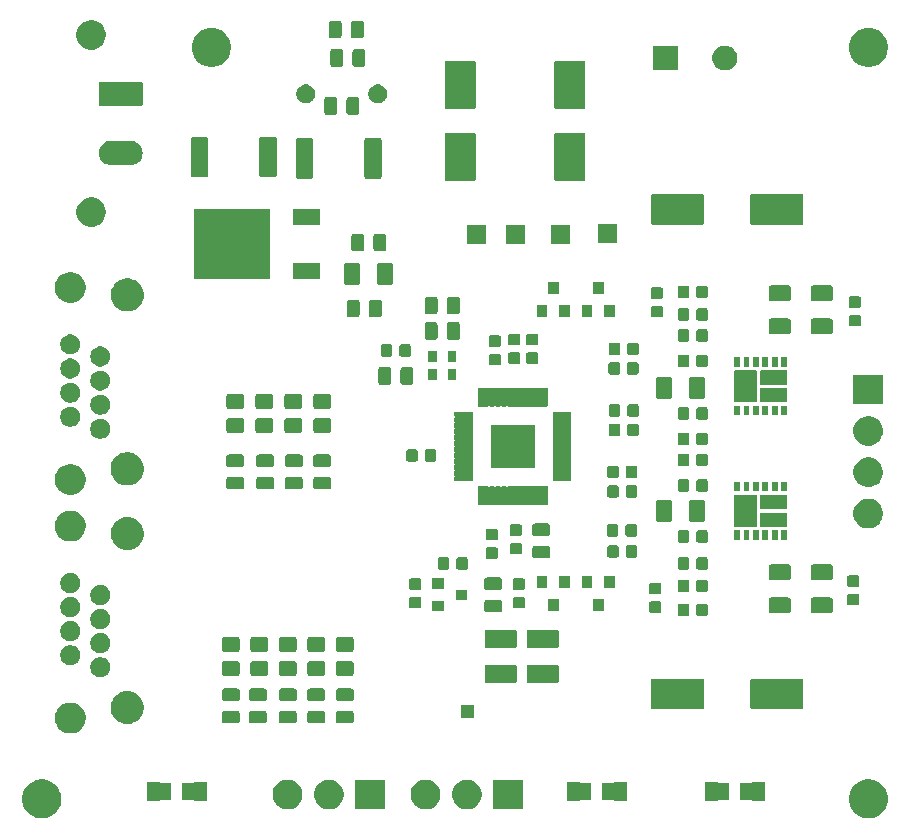
<source format=gbr>
G04 #@! TF.GenerationSoftware,KiCad,Pcbnew,(5.1.6)-1*
G04 #@! TF.CreationDate,2020-05-30T22:10:31+02:00*
G04 #@! TF.ProjectId,TMC51604Axis,544d4335-3136-4303-9441-7869732e6b69,rev?*
G04 #@! TF.SameCoordinates,Original*
G04 #@! TF.FileFunction,Soldermask,Top*
G04 #@! TF.FilePolarity,Negative*
%FSLAX46Y46*%
G04 Gerber Fmt 4.6, Leading zero omitted, Abs format (unit mm)*
G04 Created by KiCad (PCBNEW (5.1.6)-1) date 2020-05-30 22:10:31*
%MOMM*%
%LPD*%
G01*
G04 APERTURE LIST*
%ADD10C,0.100000*%
G04 APERTURE END LIST*
D10*
G36*
X134741256Y-128947298D02*
G01*
X134847579Y-128968447D01*
X135148042Y-129092903D01*
X135418451Y-129273585D01*
X135648415Y-129503549D01*
X135829097Y-129773958D01*
X135944178Y-130051787D01*
X135953553Y-130074422D01*
X136017000Y-130393389D01*
X136017000Y-130718611D01*
X136007261Y-130767571D01*
X135953553Y-131037579D01*
X135829097Y-131338042D01*
X135648415Y-131608451D01*
X135418451Y-131838415D01*
X135148042Y-132019097D01*
X134847579Y-132143553D01*
X134741256Y-132164702D01*
X134528611Y-132207000D01*
X134203389Y-132207000D01*
X133990744Y-132164702D01*
X133884421Y-132143553D01*
X133583958Y-132019097D01*
X133313549Y-131838415D01*
X133083585Y-131608451D01*
X132902903Y-131338042D01*
X132778447Y-131037579D01*
X132724739Y-130767571D01*
X132715000Y-130718611D01*
X132715000Y-130393389D01*
X132778447Y-130074422D01*
X132787823Y-130051787D01*
X132902903Y-129773958D01*
X133083585Y-129503549D01*
X133313549Y-129273585D01*
X133583958Y-129092903D01*
X133884421Y-128968447D01*
X133990744Y-128947298D01*
X134203389Y-128905000D01*
X134528611Y-128905000D01*
X134741256Y-128947298D01*
G37*
G36*
X64764256Y-128947298D02*
G01*
X64870579Y-128968447D01*
X65171042Y-129092903D01*
X65441451Y-129273585D01*
X65671415Y-129503549D01*
X65852097Y-129773958D01*
X65967178Y-130051787D01*
X65976553Y-130074422D01*
X66040000Y-130393389D01*
X66040000Y-130718611D01*
X66030261Y-130767571D01*
X65976553Y-131037579D01*
X65852097Y-131338042D01*
X65671415Y-131608451D01*
X65441451Y-131838415D01*
X65171042Y-132019097D01*
X64870579Y-132143553D01*
X64764256Y-132164702D01*
X64551611Y-132207000D01*
X64226389Y-132207000D01*
X64013744Y-132164702D01*
X63907421Y-132143553D01*
X63606958Y-132019097D01*
X63336549Y-131838415D01*
X63106585Y-131608451D01*
X62925903Y-131338042D01*
X62801447Y-131037579D01*
X62747739Y-130767571D01*
X62738000Y-130718611D01*
X62738000Y-130393389D01*
X62801447Y-130074422D01*
X62810823Y-130051787D01*
X62925903Y-129773958D01*
X63106585Y-129503549D01*
X63336549Y-129273585D01*
X63606958Y-129092903D01*
X63907421Y-128968447D01*
X64013744Y-128947298D01*
X64226389Y-128905000D01*
X64551611Y-128905000D01*
X64764256Y-128947298D01*
G37*
G36*
X89048664Y-128968447D02*
G01*
X89066903Y-128972075D01*
X89294571Y-129066378D01*
X89499466Y-129203285D01*
X89673715Y-129377534D01*
X89673716Y-129377536D01*
X89810623Y-129582431D01*
X89904925Y-129810097D01*
X89953000Y-130051786D01*
X89953000Y-130298214D01*
X89904925Y-130539903D01*
X89829804Y-130721263D01*
X89810622Y-130767571D01*
X89673715Y-130972466D01*
X89499466Y-131146715D01*
X89294571Y-131283622D01*
X89294570Y-131283623D01*
X89294569Y-131283623D01*
X89066903Y-131377925D01*
X88825214Y-131426000D01*
X88578786Y-131426000D01*
X88337097Y-131377925D01*
X88109431Y-131283623D01*
X88109430Y-131283623D01*
X88109429Y-131283622D01*
X87904534Y-131146715D01*
X87730285Y-130972466D01*
X87593378Y-130767571D01*
X87574197Y-130721263D01*
X87499075Y-130539903D01*
X87451000Y-130298214D01*
X87451000Y-130051786D01*
X87499075Y-129810097D01*
X87593377Y-129582431D01*
X87730284Y-129377536D01*
X87730285Y-129377534D01*
X87904534Y-129203285D01*
X88109429Y-129066378D01*
X88337097Y-128972075D01*
X88355336Y-128968447D01*
X88578786Y-128924000D01*
X88825214Y-128924000D01*
X89048664Y-128968447D01*
G37*
G36*
X85548664Y-128968447D02*
G01*
X85566903Y-128972075D01*
X85794571Y-129066378D01*
X85999466Y-129203285D01*
X86173715Y-129377534D01*
X86173716Y-129377536D01*
X86310623Y-129582431D01*
X86404925Y-129810097D01*
X86453000Y-130051786D01*
X86453000Y-130298214D01*
X86404925Y-130539903D01*
X86329804Y-130721263D01*
X86310622Y-130767571D01*
X86173715Y-130972466D01*
X85999466Y-131146715D01*
X85794571Y-131283622D01*
X85794570Y-131283623D01*
X85794569Y-131283623D01*
X85566903Y-131377925D01*
X85325214Y-131426000D01*
X85078786Y-131426000D01*
X84837097Y-131377925D01*
X84609431Y-131283623D01*
X84609430Y-131283623D01*
X84609429Y-131283622D01*
X84404534Y-131146715D01*
X84230285Y-130972466D01*
X84093378Y-130767571D01*
X84074197Y-130721263D01*
X83999075Y-130539903D01*
X83951000Y-130298214D01*
X83951000Y-130051786D01*
X83999075Y-129810097D01*
X84093377Y-129582431D01*
X84230284Y-129377536D01*
X84230285Y-129377534D01*
X84404534Y-129203285D01*
X84609429Y-129066378D01*
X84837097Y-128972075D01*
X84855336Y-128968447D01*
X85078786Y-128924000D01*
X85325214Y-128924000D01*
X85548664Y-128968447D01*
G37*
G36*
X100732664Y-128968447D02*
G01*
X100750903Y-128972075D01*
X100978571Y-129066378D01*
X101183466Y-129203285D01*
X101357715Y-129377534D01*
X101357716Y-129377536D01*
X101494623Y-129582431D01*
X101588925Y-129810097D01*
X101637000Y-130051786D01*
X101637000Y-130298214D01*
X101588925Y-130539903D01*
X101513804Y-130721263D01*
X101494622Y-130767571D01*
X101357715Y-130972466D01*
X101183466Y-131146715D01*
X100978571Y-131283622D01*
X100978570Y-131283623D01*
X100978569Y-131283623D01*
X100750903Y-131377925D01*
X100509214Y-131426000D01*
X100262786Y-131426000D01*
X100021097Y-131377925D01*
X99793431Y-131283623D01*
X99793430Y-131283623D01*
X99793429Y-131283622D01*
X99588534Y-131146715D01*
X99414285Y-130972466D01*
X99277378Y-130767571D01*
X99258197Y-130721263D01*
X99183075Y-130539903D01*
X99135000Y-130298214D01*
X99135000Y-130051786D01*
X99183075Y-129810097D01*
X99277377Y-129582431D01*
X99414284Y-129377536D01*
X99414285Y-129377534D01*
X99588534Y-129203285D01*
X99793429Y-129066378D01*
X100021097Y-128972075D01*
X100039336Y-128968447D01*
X100262786Y-128924000D01*
X100509214Y-128924000D01*
X100732664Y-128968447D01*
G37*
G36*
X105137000Y-131426000D02*
G01*
X102635000Y-131426000D01*
X102635000Y-128924000D01*
X105137000Y-128924000D01*
X105137000Y-131426000D01*
G37*
G36*
X97232664Y-128968447D02*
G01*
X97250903Y-128972075D01*
X97478571Y-129066378D01*
X97683466Y-129203285D01*
X97857715Y-129377534D01*
X97857716Y-129377536D01*
X97994623Y-129582431D01*
X98088925Y-129810097D01*
X98137000Y-130051786D01*
X98137000Y-130298214D01*
X98088925Y-130539903D01*
X98013804Y-130721263D01*
X97994622Y-130767571D01*
X97857715Y-130972466D01*
X97683466Y-131146715D01*
X97478571Y-131283622D01*
X97478570Y-131283623D01*
X97478569Y-131283623D01*
X97250903Y-131377925D01*
X97009214Y-131426000D01*
X96762786Y-131426000D01*
X96521097Y-131377925D01*
X96293431Y-131283623D01*
X96293430Y-131283623D01*
X96293429Y-131283622D01*
X96088534Y-131146715D01*
X95914285Y-130972466D01*
X95777378Y-130767571D01*
X95758197Y-130721263D01*
X95683075Y-130539903D01*
X95635000Y-130298214D01*
X95635000Y-130051786D01*
X95683075Y-129810097D01*
X95777377Y-129582431D01*
X95914284Y-129377536D01*
X95914285Y-129377534D01*
X96088534Y-129203285D01*
X96293429Y-129066378D01*
X96521097Y-128972075D01*
X96539336Y-128968447D01*
X96762786Y-128924000D01*
X97009214Y-128924000D01*
X97232664Y-128968447D01*
G37*
G36*
X93453000Y-131426000D02*
G01*
X90951000Y-131426000D01*
X90951000Y-128924000D01*
X93453000Y-128924000D01*
X93453000Y-131426000D01*
G37*
G36*
X74328999Y-129120737D02*
G01*
X74338608Y-129123652D01*
X74347472Y-129128390D01*
X74364370Y-129142258D01*
X74364459Y-129142347D01*
X74364571Y-129142423D01*
X74364757Y-129142575D01*
X74364771Y-129142557D01*
X74384786Y-129156033D01*
X74407392Y-129165489D01*
X74431408Y-129170354D01*
X74444097Y-129171000D01*
X75369000Y-129171000D01*
X75369000Y-130671000D01*
X74444089Y-130671000D01*
X74419703Y-130673402D01*
X74396254Y-130680515D01*
X74374643Y-130692066D01*
X74364690Y-130699456D01*
X74355275Y-130707199D01*
X74347516Y-130713581D01*
X74338661Y-130718326D01*
X74335623Y-130719251D01*
X74329085Y-130721242D01*
X74329082Y-130721242D01*
X74329050Y-130721252D01*
X74319000Y-130722247D01*
X74318935Y-130722247D01*
X74312825Y-130722852D01*
X73325140Y-130722852D01*
X73309001Y-130721263D01*
X73299392Y-130718348D01*
X73290528Y-130713610D01*
X73282763Y-130707237D01*
X73276390Y-130699472D01*
X73271652Y-130690608D01*
X73268737Y-130680999D01*
X73267148Y-130664860D01*
X73267148Y-129177140D01*
X73268737Y-129161001D01*
X73271652Y-129151392D01*
X73276390Y-129142528D01*
X73282763Y-129134763D01*
X73290528Y-129128390D01*
X73299392Y-129123652D01*
X73309001Y-129120737D01*
X73325140Y-129119148D01*
X74312860Y-129119148D01*
X74328999Y-129120737D01*
G37*
G36*
X125572999Y-129120737D02*
G01*
X125582608Y-129123652D01*
X125591472Y-129128390D01*
X125599237Y-129134763D01*
X125605610Y-129142528D01*
X125610348Y-129151392D01*
X125613263Y-129161001D01*
X125614852Y-129177140D01*
X125614852Y-130664860D01*
X125613263Y-130680999D01*
X125610348Y-130690608D01*
X125605610Y-130699472D01*
X125599237Y-130707237D01*
X125591472Y-130713610D01*
X125582608Y-130718348D01*
X125572999Y-130721263D01*
X125556860Y-130722852D01*
X124569140Y-130722852D01*
X124553001Y-130721263D01*
X124543392Y-130718348D01*
X124534528Y-130713610D01*
X124517630Y-130699742D01*
X124517541Y-130699653D01*
X124517429Y-130699577D01*
X124517243Y-130699425D01*
X124517229Y-130699443D01*
X124497214Y-130685967D01*
X124474608Y-130676511D01*
X124450592Y-130671646D01*
X124437903Y-130671000D01*
X123513000Y-130671000D01*
X123513000Y-129171000D01*
X124437911Y-129171000D01*
X124462297Y-129168598D01*
X124485746Y-129161485D01*
X124507357Y-129149934D01*
X124517310Y-129142544D01*
X124527165Y-129134439D01*
X124534484Y-129128419D01*
X124543339Y-129123674D01*
X124546377Y-129122749D01*
X124552915Y-129120758D01*
X124552918Y-129120758D01*
X124552950Y-129120748D01*
X124563000Y-129119753D01*
X124563065Y-129119753D01*
X124569175Y-129119148D01*
X125556860Y-129119148D01*
X125572999Y-129120737D01*
G37*
G36*
X121572999Y-129120737D02*
G01*
X121582608Y-129123652D01*
X121591472Y-129128390D01*
X121608370Y-129142258D01*
X121608459Y-129142347D01*
X121608571Y-129142423D01*
X121608757Y-129142575D01*
X121608771Y-129142557D01*
X121628786Y-129156033D01*
X121651392Y-129165489D01*
X121675408Y-129170354D01*
X121688097Y-129171000D01*
X122613000Y-129171000D01*
X122613000Y-130671000D01*
X121688089Y-130671000D01*
X121663703Y-130673402D01*
X121640254Y-130680515D01*
X121618643Y-130692066D01*
X121608690Y-130699456D01*
X121599275Y-130707199D01*
X121591516Y-130713581D01*
X121582661Y-130718326D01*
X121579623Y-130719251D01*
X121573085Y-130721242D01*
X121573082Y-130721242D01*
X121573050Y-130721252D01*
X121563000Y-130722247D01*
X121562935Y-130722247D01*
X121556825Y-130722852D01*
X120569140Y-130722852D01*
X120553001Y-130721263D01*
X120543392Y-130718348D01*
X120534528Y-130713610D01*
X120526763Y-130707237D01*
X120520390Y-130699472D01*
X120515652Y-130690608D01*
X120512737Y-130680999D01*
X120511148Y-130664860D01*
X120511148Y-129177140D01*
X120512737Y-129161001D01*
X120515652Y-129151392D01*
X120520390Y-129142528D01*
X120526763Y-129134763D01*
X120534528Y-129128390D01*
X120543392Y-129123652D01*
X120553001Y-129120737D01*
X120569140Y-129119148D01*
X121556860Y-129119148D01*
X121572999Y-129120737D01*
G37*
G36*
X113888999Y-129120737D02*
G01*
X113898608Y-129123652D01*
X113907472Y-129128390D01*
X113915237Y-129134763D01*
X113921610Y-129142528D01*
X113926348Y-129151392D01*
X113929263Y-129161001D01*
X113930852Y-129177140D01*
X113930852Y-130664860D01*
X113929263Y-130680999D01*
X113926348Y-130690608D01*
X113921610Y-130699472D01*
X113915237Y-130707237D01*
X113907472Y-130713610D01*
X113898608Y-130718348D01*
X113888999Y-130721263D01*
X113872860Y-130722852D01*
X112885140Y-130722852D01*
X112869001Y-130721263D01*
X112859392Y-130718348D01*
X112850528Y-130713610D01*
X112833630Y-130699742D01*
X112833541Y-130699653D01*
X112833429Y-130699577D01*
X112833243Y-130699425D01*
X112833229Y-130699443D01*
X112813214Y-130685967D01*
X112790608Y-130676511D01*
X112766592Y-130671646D01*
X112753903Y-130671000D01*
X111829000Y-130671000D01*
X111829000Y-129171000D01*
X112753911Y-129171000D01*
X112778297Y-129168598D01*
X112801746Y-129161485D01*
X112823357Y-129149934D01*
X112833310Y-129142544D01*
X112843165Y-129134439D01*
X112850484Y-129128419D01*
X112859339Y-129123674D01*
X112862377Y-129122749D01*
X112868915Y-129120758D01*
X112868918Y-129120758D01*
X112868950Y-129120748D01*
X112879000Y-129119753D01*
X112879065Y-129119753D01*
X112885175Y-129119148D01*
X113872860Y-129119148D01*
X113888999Y-129120737D01*
G37*
G36*
X109888999Y-129120737D02*
G01*
X109898608Y-129123652D01*
X109907472Y-129128390D01*
X109924370Y-129142258D01*
X109924459Y-129142347D01*
X109924571Y-129142423D01*
X109924757Y-129142575D01*
X109924771Y-129142557D01*
X109944786Y-129156033D01*
X109967392Y-129165489D01*
X109991408Y-129170354D01*
X110004097Y-129171000D01*
X110929000Y-129171000D01*
X110929000Y-130671000D01*
X110004089Y-130671000D01*
X109979703Y-130673402D01*
X109956254Y-130680515D01*
X109934643Y-130692066D01*
X109924690Y-130699456D01*
X109915275Y-130707199D01*
X109907516Y-130713581D01*
X109898661Y-130718326D01*
X109895623Y-130719251D01*
X109889085Y-130721242D01*
X109889082Y-130721242D01*
X109889050Y-130721252D01*
X109879000Y-130722247D01*
X109878935Y-130722247D01*
X109872825Y-130722852D01*
X108885140Y-130722852D01*
X108869001Y-130721263D01*
X108859392Y-130718348D01*
X108850528Y-130713610D01*
X108842763Y-130707237D01*
X108836390Y-130699472D01*
X108831652Y-130690608D01*
X108828737Y-130680999D01*
X108827148Y-130664860D01*
X108827148Y-129177140D01*
X108828737Y-129161001D01*
X108831652Y-129151392D01*
X108836390Y-129142528D01*
X108842763Y-129134763D01*
X108850528Y-129128390D01*
X108859392Y-129123652D01*
X108869001Y-129120737D01*
X108885140Y-129119148D01*
X109872860Y-129119148D01*
X109888999Y-129120737D01*
G37*
G36*
X78328999Y-129120737D02*
G01*
X78338608Y-129123652D01*
X78347472Y-129128390D01*
X78355237Y-129134763D01*
X78361610Y-129142528D01*
X78366348Y-129151392D01*
X78369263Y-129161001D01*
X78370852Y-129177140D01*
X78370852Y-130664860D01*
X78369263Y-130680999D01*
X78366348Y-130690608D01*
X78361610Y-130699472D01*
X78355237Y-130707237D01*
X78347472Y-130713610D01*
X78338608Y-130718348D01*
X78328999Y-130721263D01*
X78312860Y-130722852D01*
X77325140Y-130722852D01*
X77309001Y-130721263D01*
X77299392Y-130718348D01*
X77290528Y-130713610D01*
X77273630Y-130699742D01*
X77273541Y-130699653D01*
X77273429Y-130699577D01*
X77273243Y-130699425D01*
X77273229Y-130699443D01*
X77253214Y-130685967D01*
X77230608Y-130676511D01*
X77206592Y-130671646D01*
X77193903Y-130671000D01*
X76269000Y-130671000D01*
X76269000Y-129171000D01*
X77193911Y-129171000D01*
X77218297Y-129168598D01*
X77241746Y-129161485D01*
X77263357Y-129149934D01*
X77273310Y-129142544D01*
X77283165Y-129134439D01*
X77290484Y-129128419D01*
X77299339Y-129123674D01*
X77302377Y-129122749D01*
X77308915Y-129120758D01*
X77308918Y-129120758D01*
X77308950Y-129120748D01*
X77319000Y-129119753D01*
X77319065Y-129119753D01*
X77325175Y-129119148D01*
X78312860Y-129119148D01*
X78328999Y-129120737D01*
G37*
G36*
X67181487Y-122446996D02*
G01*
X67418253Y-122545068D01*
X67418255Y-122545069D01*
X67558833Y-122639000D01*
X67631339Y-122687447D01*
X67812553Y-122868661D01*
X67954932Y-123081747D01*
X68053004Y-123318513D01*
X68103000Y-123569861D01*
X68103000Y-123826139D01*
X68053004Y-124077487D01*
X68026404Y-124141704D01*
X67954931Y-124314255D01*
X67812553Y-124527339D01*
X67631339Y-124708553D01*
X67418255Y-124850931D01*
X67418254Y-124850932D01*
X67418253Y-124850932D01*
X67181487Y-124949004D01*
X66930139Y-124999000D01*
X66673861Y-124999000D01*
X66422513Y-124949004D01*
X66185747Y-124850932D01*
X66185746Y-124850932D01*
X66185745Y-124850931D01*
X65972661Y-124708553D01*
X65791447Y-124527339D01*
X65649069Y-124314255D01*
X65577596Y-124141704D01*
X65550996Y-124077487D01*
X65501000Y-123826139D01*
X65501000Y-123569861D01*
X65550996Y-123318513D01*
X65649068Y-123081747D01*
X65791447Y-122868661D01*
X65972661Y-122687447D01*
X66045167Y-122639000D01*
X66185745Y-122545069D01*
X66185747Y-122545068D01*
X66422513Y-122446996D01*
X66673861Y-122397000D01*
X66930139Y-122397000D01*
X67181487Y-122446996D01*
G37*
G36*
X71946433Y-121443893D02*
G01*
X72036657Y-121461839D01*
X72142267Y-121505585D01*
X72291621Y-121567449D01*
X72291622Y-121567450D01*
X72521086Y-121720772D01*
X72716228Y-121915914D01*
X72816697Y-122066278D01*
X72869551Y-122145379D01*
X72975161Y-122400344D01*
X73029000Y-122671012D01*
X73029000Y-122946988D01*
X73025019Y-122967000D01*
X72975161Y-123217657D01*
X72962786Y-123247532D01*
X72869551Y-123472621D01*
X72869550Y-123472622D01*
X72716228Y-123702086D01*
X72521086Y-123897228D01*
X72455160Y-123941278D01*
X72291621Y-124050551D01*
X72226589Y-124077488D01*
X72036657Y-124156161D01*
X71946433Y-124174107D01*
X71765988Y-124210000D01*
X71490012Y-124210000D01*
X71309567Y-124174107D01*
X71219343Y-124156161D01*
X71029411Y-124077488D01*
X70964379Y-124050551D01*
X70800840Y-123941278D01*
X70734914Y-123897228D01*
X70539772Y-123702086D01*
X70386450Y-123472622D01*
X70386449Y-123472621D01*
X70293214Y-123247532D01*
X70280839Y-123217657D01*
X70230981Y-122967000D01*
X70227000Y-122946988D01*
X70227000Y-122671012D01*
X70280839Y-122400344D01*
X70386449Y-122145379D01*
X70439303Y-122066278D01*
X70539772Y-121915914D01*
X70734914Y-121720772D01*
X70964378Y-121567450D01*
X70964379Y-121567449D01*
X71113733Y-121505585D01*
X71219343Y-121461839D01*
X71309567Y-121443893D01*
X71490012Y-121408000D01*
X71765988Y-121408000D01*
X71946433Y-121443893D01*
G37*
G36*
X80975468Y-123085565D02*
G01*
X81014138Y-123097296D01*
X81049777Y-123116346D01*
X81081017Y-123141983D01*
X81106654Y-123173223D01*
X81125704Y-123208862D01*
X81137435Y-123247532D01*
X81142000Y-123293888D01*
X81142000Y-123945112D01*
X81137435Y-123991468D01*
X81125704Y-124030138D01*
X81106654Y-124065777D01*
X81081017Y-124097017D01*
X81049777Y-124122654D01*
X81014138Y-124141704D01*
X80975468Y-124153435D01*
X80929112Y-124158000D01*
X79852888Y-124158000D01*
X79806532Y-124153435D01*
X79767862Y-124141704D01*
X79732223Y-124122654D01*
X79700983Y-124097017D01*
X79675346Y-124065777D01*
X79656296Y-124030138D01*
X79644565Y-123991468D01*
X79640000Y-123945112D01*
X79640000Y-123293888D01*
X79644565Y-123247532D01*
X79656296Y-123208862D01*
X79675346Y-123173223D01*
X79700983Y-123141983D01*
X79732223Y-123116346D01*
X79767862Y-123097296D01*
X79806532Y-123085565D01*
X79852888Y-123081000D01*
X80929112Y-123081000D01*
X80975468Y-123085565D01*
G37*
G36*
X88214468Y-123085565D02*
G01*
X88253138Y-123097296D01*
X88288777Y-123116346D01*
X88320017Y-123141983D01*
X88345654Y-123173223D01*
X88364704Y-123208862D01*
X88376435Y-123247532D01*
X88381000Y-123293888D01*
X88381000Y-123945112D01*
X88376435Y-123991468D01*
X88364704Y-124030138D01*
X88345654Y-124065777D01*
X88320017Y-124097017D01*
X88288777Y-124122654D01*
X88253138Y-124141704D01*
X88214468Y-124153435D01*
X88168112Y-124158000D01*
X87091888Y-124158000D01*
X87045532Y-124153435D01*
X87006862Y-124141704D01*
X86971223Y-124122654D01*
X86939983Y-124097017D01*
X86914346Y-124065777D01*
X86895296Y-124030138D01*
X86883565Y-123991468D01*
X86879000Y-123945112D01*
X86879000Y-123293888D01*
X86883565Y-123247532D01*
X86895296Y-123208862D01*
X86914346Y-123173223D01*
X86939983Y-123141983D01*
X86971223Y-123116346D01*
X87006862Y-123097296D01*
X87045532Y-123085565D01*
X87091888Y-123081000D01*
X88168112Y-123081000D01*
X88214468Y-123085565D01*
G37*
G36*
X90627468Y-123085565D02*
G01*
X90666138Y-123097296D01*
X90701777Y-123116346D01*
X90733017Y-123141983D01*
X90758654Y-123173223D01*
X90777704Y-123208862D01*
X90789435Y-123247532D01*
X90794000Y-123293888D01*
X90794000Y-123945112D01*
X90789435Y-123991468D01*
X90777704Y-124030138D01*
X90758654Y-124065777D01*
X90733017Y-124097017D01*
X90701777Y-124122654D01*
X90666138Y-124141704D01*
X90627468Y-124153435D01*
X90581112Y-124158000D01*
X89504888Y-124158000D01*
X89458532Y-124153435D01*
X89419862Y-124141704D01*
X89384223Y-124122654D01*
X89352983Y-124097017D01*
X89327346Y-124065777D01*
X89308296Y-124030138D01*
X89296565Y-123991468D01*
X89292000Y-123945112D01*
X89292000Y-123293888D01*
X89296565Y-123247532D01*
X89308296Y-123208862D01*
X89327346Y-123173223D01*
X89352983Y-123141983D01*
X89384223Y-123116346D01*
X89419862Y-123097296D01*
X89458532Y-123085565D01*
X89504888Y-123081000D01*
X90581112Y-123081000D01*
X90627468Y-123085565D01*
G37*
G36*
X85801468Y-123085565D02*
G01*
X85840138Y-123097296D01*
X85875777Y-123116346D01*
X85907017Y-123141983D01*
X85932654Y-123173223D01*
X85951704Y-123208862D01*
X85963435Y-123247532D01*
X85968000Y-123293888D01*
X85968000Y-123945112D01*
X85963435Y-123991468D01*
X85951704Y-124030138D01*
X85932654Y-124065777D01*
X85907017Y-124097017D01*
X85875777Y-124122654D01*
X85840138Y-124141704D01*
X85801468Y-124153435D01*
X85755112Y-124158000D01*
X84678888Y-124158000D01*
X84632532Y-124153435D01*
X84593862Y-124141704D01*
X84558223Y-124122654D01*
X84526983Y-124097017D01*
X84501346Y-124065777D01*
X84482296Y-124030138D01*
X84470565Y-123991468D01*
X84466000Y-123945112D01*
X84466000Y-123293888D01*
X84470565Y-123247532D01*
X84482296Y-123208862D01*
X84501346Y-123173223D01*
X84526983Y-123141983D01*
X84558223Y-123116346D01*
X84593862Y-123097296D01*
X84632532Y-123085565D01*
X84678888Y-123081000D01*
X85755112Y-123081000D01*
X85801468Y-123085565D01*
G37*
G36*
X83261468Y-123085565D02*
G01*
X83300138Y-123097296D01*
X83335777Y-123116346D01*
X83367017Y-123141983D01*
X83392654Y-123173223D01*
X83411704Y-123208862D01*
X83423435Y-123247532D01*
X83428000Y-123293888D01*
X83428000Y-123945112D01*
X83423435Y-123991468D01*
X83411704Y-124030138D01*
X83392654Y-124065777D01*
X83367017Y-124097017D01*
X83335777Y-124122654D01*
X83300138Y-124141704D01*
X83261468Y-124153435D01*
X83215112Y-124158000D01*
X82138888Y-124158000D01*
X82092532Y-124153435D01*
X82053862Y-124141704D01*
X82018223Y-124122654D01*
X81986983Y-124097017D01*
X81961346Y-124065777D01*
X81942296Y-124030138D01*
X81930565Y-123991468D01*
X81926000Y-123945112D01*
X81926000Y-123293888D01*
X81930565Y-123247532D01*
X81942296Y-123208862D01*
X81961346Y-123173223D01*
X81986983Y-123141983D01*
X82018223Y-123116346D01*
X82053862Y-123097296D01*
X82092532Y-123085565D01*
X82138888Y-123081000D01*
X83215112Y-123081000D01*
X83261468Y-123085565D01*
G37*
G36*
X101008000Y-123741000D02*
G01*
X99906000Y-123741000D01*
X99906000Y-122639000D01*
X101008000Y-122639000D01*
X101008000Y-123741000D01*
G37*
G36*
X128749934Y-120368671D02*
G01*
X128779877Y-120377754D01*
X128807465Y-120392500D01*
X128831651Y-120412349D01*
X128851500Y-120436535D01*
X128866246Y-120464123D01*
X128875329Y-120494066D01*
X128879000Y-120531340D01*
X128879000Y-122800660D01*
X128875329Y-122837934D01*
X128866246Y-122867877D01*
X128851500Y-122895465D01*
X128831651Y-122919651D01*
X128807465Y-122939500D01*
X128779877Y-122954246D01*
X128749934Y-122963329D01*
X128712660Y-122967000D01*
X124543340Y-122967000D01*
X124506066Y-122963329D01*
X124476123Y-122954246D01*
X124448535Y-122939500D01*
X124424349Y-122919651D01*
X124404500Y-122895465D01*
X124389754Y-122867877D01*
X124380671Y-122837934D01*
X124377000Y-122800660D01*
X124377000Y-120531340D01*
X124380671Y-120494066D01*
X124389754Y-120464123D01*
X124404500Y-120436535D01*
X124424349Y-120412349D01*
X124448535Y-120392500D01*
X124476123Y-120377754D01*
X124506066Y-120368671D01*
X124543340Y-120365000D01*
X128712660Y-120365000D01*
X128749934Y-120368671D01*
G37*
G36*
X120349934Y-120368671D02*
G01*
X120379877Y-120377754D01*
X120407465Y-120392500D01*
X120431651Y-120412349D01*
X120451500Y-120436535D01*
X120466246Y-120464123D01*
X120475329Y-120494066D01*
X120479000Y-120531340D01*
X120479000Y-122800660D01*
X120475329Y-122837934D01*
X120466246Y-122867877D01*
X120451500Y-122895465D01*
X120431651Y-122919651D01*
X120407465Y-122939500D01*
X120379877Y-122954246D01*
X120349934Y-122963329D01*
X120312660Y-122967000D01*
X116143340Y-122967000D01*
X116106066Y-122963329D01*
X116076123Y-122954246D01*
X116048535Y-122939500D01*
X116024349Y-122919651D01*
X116004500Y-122895465D01*
X115989754Y-122867877D01*
X115980671Y-122837934D01*
X115977000Y-122800660D01*
X115977000Y-120531340D01*
X115980671Y-120494066D01*
X115989754Y-120464123D01*
X116004500Y-120436535D01*
X116024349Y-120412349D01*
X116048535Y-120392500D01*
X116076123Y-120377754D01*
X116106066Y-120368671D01*
X116143340Y-120365000D01*
X120312660Y-120365000D01*
X120349934Y-120368671D01*
G37*
G36*
X90627468Y-121210565D02*
G01*
X90666138Y-121222296D01*
X90701777Y-121241346D01*
X90733017Y-121266983D01*
X90758654Y-121298223D01*
X90777704Y-121333862D01*
X90789435Y-121372532D01*
X90794000Y-121418888D01*
X90794000Y-122070112D01*
X90789435Y-122116468D01*
X90777704Y-122155138D01*
X90758654Y-122190777D01*
X90733017Y-122222017D01*
X90701777Y-122247654D01*
X90666138Y-122266704D01*
X90627468Y-122278435D01*
X90581112Y-122283000D01*
X89504888Y-122283000D01*
X89458532Y-122278435D01*
X89419862Y-122266704D01*
X89384223Y-122247654D01*
X89352983Y-122222017D01*
X89327346Y-122190777D01*
X89308296Y-122155138D01*
X89296565Y-122116468D01*
X89292000Y-122070112D01*
X89292000Y-121418888D01*
X89296565Y-121372532D01*
X89308296Y-121333862D01*
X89327346Y-121298223D01*
X89352983Y-121266983D01*
X89384223Y-121241346D01*
X89419862Y-121222296D01*
X89458532Y-121210565D01*
X89504888Y-121206000D01*
X90581112Y-121206000D01*
X90627468Y-121210565D01*
G37*
G36*
X80975468Y-121210565D02*
G01*
X81014138Y-121222296D01*
X81049777Y-121241346D01*
X81081017Y-121266983D01*
X81106654Y-121298223D01*
X81125704Y-121333862D01*
X81137435Y-121372532D01*
X81142000Y-121418888D01*
X81142000Y-122070112D01*
X81137435Y-122116468D01*
X81125704Y-122155138D01*
X81106654Y-122190777D01*
X81081017Y-122222017D01*
X81049777Y-122247654D01*
X81014138Y-122266704D01*
X80975468Y-122278435D01*
X80929112Y-122283000D01*
X79852888Y-122283000D01*
X79806532Y-122278435D01*
X79767862Y-122266704D01*
X79732223Y-122247654D01*
X79700983Y-122222017D01*
X79675346Y-122190777D01*
X79656296Y-122155138D01*
X79644565Y-122116468D01*
X79640000Y-122070112D01*
X79640000Y-121418888D01*
X79644565Y-121372532D01*
X79656296Y-121333862D01*
X79675346Y-121298223D01*
X79700983Y-121266983D01*
X79732223Y-121241346D01*
X79767862Y-121222296D01*
X79806532Y-121210565D01*
X79852888Y-121206000D01*
X80929112Y-121206000D01*
X80975468Y-121210565D01*
G37*
G36*
X83261468Y-121210565D02*
G01*
X83300138Y-121222296D01*
X83335777Y-121241346D01*
X83367017Y-121266983D01*
X83392654Y-121298223D01*
X83411704Y-121333862D01*
X83423435Y-121372532D01*
X83428000Y-121418888D01*
X83428000Y-122070112D01*
X83423435Y-122116468D01*
X83411704Y-122155138D01*
X83392654Y-122190777D01*
X83367017Y-122222017D01*
X83335777Y-122247654D01*
X83300138Y-122266704D01*
X83261468Y-122278435D01*
X83215112Y-122283000D01*
X82138888Y-122283000D01*
X82092532Y-122278435D01*
X82053862Y-122266704D01*
X82018223Y-122247654D01*
X81986983Y-122222017D01*
X81961346Y-122190777D01*
X81942296Y-122155138D01*
X81930565Y-122116468D01*
X81926000Y-122070112D01*
X81926000Y-121418888D01*
X81930565Y-121372532D01*
X81942296Y-121333862D01*
X81961346Y-121298223D01*
X81986983Y-121266983D01*
X82018223Y-121241346D01*
X82053862Y-121222296D01*
X82092532Y-121210565D01*
X82138888Y-121206000D01*
X83215112Y-121206000D01*
X83261468Y-121210565D01*
G37*
G36*
X88214468Y-121210565D02*
G01*
X88253138Y-121222296D01*
X88288777Y-121241346D01*
X88320017Y-121266983D01*
X88345654Y-121298223D01*
X88364704Y-121333862D01*
X88376435Y-121372532D01*
X88381000Y-121418888D01*
X88381000Y-122070112D01*
X88376435Y-122116468D01*
X88364704Y-122155138D01*
X88345654Y-122190777D01*
X88320017Y-122222017D01*
X88288777Y-122247654D01*
X88253138Y-122266704D01*
X88214468Y-122278435D01*
X88168112Y-122283000D01*
X87091888Y-122283000D01*
X87045532Y-122278435D01*
X87006862Y-122266704D01*
X86971223Y-122247654D01*
X86939983Y-122222017D01*
X86914346Y-122190777D01*
X86895296Y-122155138D01*
X86883565Y-122116468D01*
X86879000Y-122070112D01*
X86879000Y-121418888D01*
X86883565Y-121372532D01*
X86895296Y-121333862D01*
X86914346Y-121298223D01*
X86939983Y-121266983D01*
X86971223Y-121241346D01*
X87006862Y-121222296D01*
X87045532Y-121210565D01*
X87091888Y-121206000D01*
X88168112Y-121206000D01*
X88214468Y-121210565D01*
G37*
G36*
X85801468Y-121210565D02*
G01*
X85840138Y-121222296D01*
X85875777Y-121241346D01*
X85907017Y-121266983D01*
X85932654Y-121298223D01*
X85951704Y-121333862D01*
X85963435Y-121372532D01*
X85968000Y-121418888D01*
X85968000Y-122070112D01*
X85963435Y-122116468D01*
X85951704Y-122155138D01*
X85932654Y-122190777D01*
X85907017Y-122222017D01*
X85875777Y-122247654D01*
X85840138Y-122266704D01*
X85801468Y-122278435D01*
X85755112Y-122283000D01*
X84678888Y-122283000D01*
X84632532Y-122278435D01*
X84593862Y-122266704D01*
X84558223Y-122247654D01*
X84526983Y-122222017D01*
X84501346Y-122190777D01*
X84482296Y-122155138D01*
X84470565Y-122116468D01*
X84466000Y-122070112D01*
X84466000Y-121418888D01*
X84470565Y-121372532D01*
X84482296Y-121333862D01*
X84501346Y-121298223D01*
X84526983Y-121266983D01*
X84558223Y-121241346D01*
X84593862Y-121222296D01*
X84632532Y-121210565D01*
X84678888Y-121206000D01*
X85755112Y-121206000D01*
X85801468Y-121210565D01*
G37*
G36*
X108032562Y-119219181D02*
G01*
X108067481Y-119229774D01*
X108099663Y-119246976D01*
X108127873Y-119270127D01*
X108151024Y-119298337D01*
X108168226Y-119330519D01*
X108178819Y-119365438D01*
X108183000Y-119407895D01*
X108183000Y-120549105D01*
X108178819Y-120591562D01*
X108168226Y-120626481D01*
X108151024Y-120658663D01*
X108127873Y-120686873D01*
X108099663Y-120710024D01*
X108067481Y-120727226D01*
X108032562Y-120737819D01*
X107990105Y-120742000D01*
X105623895Y-120742000D01*
X105581438Y-120737819D01*
X105546519Y-120727226D01*
X105514337Y-120710024D01*
X105486127Y-120686873D01*
X105462976Y-120658663D01*
X105445774Y-120626481D01*
X105435181Y-120591562D01*
X105431000Y-120549105D01*
X105431000Y-119407895D01*
X105435181Y-119365438D01*
X105445774Y-119330519D01*
X105462976Y-119298337D01*
X105486127Y-119270127D01*
X105514337Y-119246976D01*
X105546519Y-119229774D01*
X105581438Y-119219181D01*
X105623895Y-119215000D01*
X107990105Y-119215000D01*
X108032562Y-119219181D01*
G37*
G36*
X104476562Y-119219181D02*
G01*
X104511481Y-119229774D01*
X104543663Y-119246976D01*
X104571873Y-119270127D01*
X104595024Y-119298337D01*
X104612226Y-119330519D01*
X104622819Y-119365438D01*
X104627000Y-119407895D01*
X104627000Y-120549105D01*
X104622819Y-120591562D01*
X104612226Y-120626481D01*
X104595024Y-120658663D01*
X104571873Y-120686873D01*
X104543663Y-120710024D01*
X104511481Y-120727226D01*
X104476562Y-120737819D01*
X104434105Y-120742000D01*
X102067895Y-120742000D01*
X102025438Y-120737819D01*
X101990519Y-120727226D01*
X101958337Y-120710024D01*
X101930127Y-120686873D01*
X101906976Y-120658663D01*
X101889774Y-120626481D01*
X101879181Y-120591562D01*
X101875000Y-120549105D01*
X101875000Y-119407895D01*
X101879181Y-119365438D01*
X101889774Y-119330519D01*
X101906976Y-119298337D01*
X101930127Y-119270127D01*
X101958337Y-119246976D01*
X101990519Y-119229774D01*
X102025438Y-119219181D01*
X102067895Y-119215000D01*
X104434105Y-119215000D01*
X104476562Y-119219181D01*
G37*
G36*
X69590228Y-118589703D02*
G01*
X69745100Y-118653853D01*
X69884481Y-118746985D01*
X70003015Y-118865519D01*
X70096147Y-119004900D01*
X70160297Y-119159772D01*
X70193000Y-119324184D01*
X70193000Y-119491816D01*
X70160297Y-119656228D01*
X70096147Y-119811100D01*
X70003015Y-119950481D01*
X69884481Y-120069015D01*
X69745100Y-120162147D01*
X69590228Y-120226297D01*
X69425816Y-120259000D01*
X69258184Y-120259000D01*
X69093772Y-120226297D01*
X68938900Y-120162147D01*
X68799519Y-120069015D01*
X68680985Y-119950481D01*
X68587853Y-119811100D01*
X68523703Y-119656228D01*
X68491000Y-119491816D01*
X68491000Y-119324184D01*
X68523703Y-119159772D01*
X68587853Y-119004900D01*
X68680985Y-118865519D01*
X68799519Y-118746985D01*
X68938900Y-118653853D01*
X69093772Y-118589703D01*
X69258184Y-118557000D01*
X69425816Y-118557000D01*
X69590228Y-118589703D01*
G37*
G36*
X88218674Y-118894465D02*
G01*
X88256367Y-118905899D01*
X88291103Y-118924466D01*
X88321548Y-118949452D01*
X88346534Y-118979897D01*
X88365101Y-119014633D01*
X88376535Y-119052326D01*
X88381000Y-119097661D01*
X88381000Y-119934339D01*
X88376535Y-119979674D01*
X88365101Y-120017367D01*
X88346534Y-120052103D01*
X88321548Y-120082548D01*
X88291103Y-120107534D01*
X88256367Y-120126101D01*
X88218674Y-120137535D01*
X88173339Y-120142000D01*
X87086661Y-120142000D01*
X87041326Y-120137535D01*
X87003633Y-120126101D01*
X86968897Y-120107534D01*
X86938452Y-120082548D01*
X86913466Y-120052103D01*
X86894899Y-120017367D01*
X86883465Y-119979674D01*
X86879000Y-119934339D01*
X86879000Y-119097661D01*
X86883465Y-119052326D01*
X86894899Y-119014633D01*
X86913466Y-118979897D01*
X86938452Y-118949452D01*
X86968897Y-118924466D01*
X87003633Y-118905899D01*
X87041326Y-118894465D01*
X87086661Y-118890000D01*
X88173339Y-118890000D01*
X88218674Y-118894465D01*
G37*
G36*
X80979674Y-118894465D02*
G01*
X81017367Y-118905899D01*
X81052103Y-118924466D01*
X81082548Y-118949452D01*
X81107534Y-118979897D01*
X81126101Y-119014633D01*
X81137535Y-119052326D01*
X81142000Y-119097661D01*
X81142000Y-119934339D01*
X81137535Y-119979674D01*
X81126101Y-120017367D01*
X81107534Y-120052103D01*
X81082548Y-120082548D01*
X81052103Y-120107534D01*
X81017367Y-120126101D01*
X80979674Y-120137535D01*
X80934339Y-120142000D01*
X79847661Y-120142000D01*
X79802326Y-120137535D01*
X79764633Y-120126101D01*
X79729897Y-120107534D01*
X79699452Y-120082548D01*
X79674466Y-120052103D01*
X79655899Y-120017367D01*
X79644465Y-119979674D01*
X79640000Y-119934339D01*
X79640000Y-119097661D01*
X79644465Y-119052326D01*
X79655899Y-119014633D01*
X79674466Y-118979897D01*
X79699452Y-118949452D01*
X79729897Y-118924466D01*
X79764633Y-118905899D01*
X79802326Y-118894465D01*
X79847661Y-118890000D01*
X80934339Y-118890000D01*
X80979674Y-118894465D01*
G37*
G36*
X83392674Y-118894465D02*
G01*
X83430367Y-118905899D01*
X83465103Y-118924466D01*
X83495548Y-118949452D01*
X83520534Y-118979897D01*
X83539101Y-119014633D01*
X83550535Y-119052326D01*
X83555000Y-119097661D01*
X83555000Y-119934339D01*
X83550535Y-119979674D01*
X83539101Y-120017367D01*
X83520534Y-120052103D01*
X83495548Y-120082548D01*
X83465103Y-120107534D01*
X83430367Y-120126101D01*
X83392674Y-120137535D01*
X83347339Y-120142000D01*
X82260661Y-120142000D01*
X82215326Y-120137535D01*
X82177633Y-120126101D01*
X82142897Y-120107534D01*
X82112452Y-120082548D01*
X82087466Y-120052103D01*
X82068899Y-120017367D01*
X82057465Y-119979674D01*
X82053000Y-119934339D01*
X82053000Y-119097661D01*
X82057465Y-119052326D01*
X82068899Y-119014633D01*
X82087466Y-118979897D01*
X82112452Y-118949452D01*
X82142897Y-118924466D01*
X82177633Y-118905899D01*
X82215326Y-118894465D01*
X82260661Y-118890000D01*
X83347339Y-118890000D01*
X83392674Y-118894465D01*
G37*
G36*
X85805674Y-118894465D02*
G01*
X85843367Y-118905899D01*
X85878103Y-118924466D01*
X85908548Y-118949452D01*
X85933534Y-118979897D01*
X85952101Y-119014633D01*
X85963535Y-119052326D01*
X85968000Y-119097661D01*
X85968000Y-119934339D01*
X85963535Y-119979674D01*
X85952101Y-120017367D01*
X85933534Y-120052103D01*
X85908548Y-120082548D01*
X85878103Y-120107534D01*
X85843367Y-120126101D01*
X85805674Y-120137535D01*
X85760339Y-120142000D01*
X84673661Y-120142000D01*
X84628326Y-120137535D01*
X84590633Y-120126101D01*
X84555897Y-120107534D01*
X84525452Y-120082548D01*
X84500466Y-120052103D01*
X84481899Y-120017367D01*
X84470465Y-119979674D01*
X84466000Y-119934339D01*
X84466000Y-119097661D01*
X84470465Y-119052326D01*
X84481899Y-119014633D01*
X84500466Y-118979897D01*
X84525452Y-118949452D01*
X84555897Y-118924466D01*
X84590633Y-118905899D01*
X84628326Y-118894465D01*
X84673661Y-118890000D01*
X85760339Y-118890000D01*
X85805674Y-118894465D01*
G37*
G36*
X90631674Y-118894465D02*
G01*
X90669367Y-118905899D01*
X90704103Y-118924466D01*
X90734548Y-118949452D01*
X90759534Y-118979897D01*
X90778101Y-119014633D01*
X90789535Y-119052326D01*
X90794000Y-119097661D01*
X90794000Y-119934339D01*
X90789535Y-119979674D01*
X90778101Y-120017367D01*
X90759534Y-120052103D01*
X90734548Y-120082548D01*
X90704103Y-120107534D01*
X90669367Y-120126101D01*
X90631674Y-120137535D01*
X90586339Y-120142000D01*
X89499661Y-120142000D01*
X89454326Y-120137535D01*
X89416633Y-120126101D01*
X89381897Y-120107534D01*
X89351452Y-120082548D01*
X89326466Y-120052103D01*
X89307899Y-120017367D01*
X89296465Y-119979674D01*
X89292000Y-119934339D01*
X89292000Y-119097661D01*
X89296465Y-119052326D01*
X89307899Y-119014633D01*
X89326466Y-118979897D01*
X89351452Y-118949452D01*
X89381897Y-118924466D01*
X89416633Y-118905899D01*
X89454326Y-118894465D01*
X89499661Y-118890000D01*
X90586339Y-118890000D01*
X90631674Y-118894465D01*
G37*
G36*
X67050228Y-117569703D02*
G01*
X67205100Y-117633853D01*
X67344481Y-117726985D01*
X67463015Y-117845519D01*
X67556147Y-117984900D01*
X67620297Y-118139772D01*
X67653000Y-118304184D01*
X67653000Y-118471816D01*
X67620297Y-118636228D01*
X67556147Y-118791100D01*
X67463015Y-118930481D01*
X67344481Y-119049015D01*
X67205100Y-119142147D01*
X67050228Y-119206297D01*
X66885816Y-119239000D01*
X66718184Y-119239000D01*
X66553772Y-119206297D01*
X66398900Y-119142147D01*
X66259519Y-119049015D01*
X66140985Y-118930481D01*
X66047853Y-118791100D01*
X65983703Y-118636228D01*
X65951000Y-118471816D01*
X65951000Y-118304184D01*
X65983703Y-118139772D01*
X66047853Y-117984900D01*
X66140985Y-117845519D01*
X66259519Y-117726985D01*
X66398900Y-117633853D01*
X66553772Y-117569703D01*
X66718184Y-117537000D01*
X66885816Y-117537000D01*
X67050228Y-117569703D01*
G37*
G36*
X69590228Y-116549703D02*
G01*
X69745100Y-116613853D01*
X69884481Y-116706985D01*
X70003015Y-116825519D01*
X70096147Y-116964900D01*
X70160297Y-117119772D01*
X70193000Y-117284184D01*
X70193000Y-117451816D01*
X70160297Y-117616228D01*
X70096147Y-117771100D01*
X70003015Y-117910481D01*
X69884481Y-118029015D01*
X69745100Y-118122147D01*
X69590228Y-118186297D01*
X69425816Y-118219000D01*
X69258184Y-118219000D01*
X69093772Y-118186297D01*
X68938900Y-118122147D01*
X68799519Y-118029015D01*
X68680985Y-117910481D01*
X68587853Y-117771100D01*
X68523703Y-117616228D01*
X68491000Y-117451816D01*
X68491000Y-117284184D01*
X68523703Y-117119772D01*
X68587853Y-116964900D01*
X68680985Y-116825519D01*
X68799519Y-116706985D01*
X68938900Y-116613853D01*
X69093772Y-116549703D01*
X69258184Y-116517000D01*
X69425816Y-116517000D01*
X69590228Y-116549703D01*
G37*
G36*
X85805674Y-116844465D02*
G01*
X85843367Y-116855899D01*
X85878103Y-116874466D01*
X85908548Y-116899452D01*
X85933534Y-116929897D01*
X85952101Y-116964633D01*
X85963535Y-117002326D01*
X85968000Y-117047661D01*
X85968000Y-117884339D01*
X85963535Y-117929674D01*
X85952101Y-117967367D01*
X85933534Y-118002103D01*
X85908548Y-118032548D01*
X85878103Y-118057534D01*
X85843367Y-118076101D01*
X85805674Y-118087535D01*
X85760339Y-118092000D01*
X84673661Y-118092000D01*
X84628326Y-118087535D01*
X84590633Y-118076101D01*
X84555897Y-118057534D01*
X84525452Y-118032548D01*
X84500466Y-118002103D01*
X84481899Y-117967367D01*
X84470465Y-117929674D01*
X84466000Y-117884339D01*
X84466000Y-117047661D01*
X84470465Y-117002326D01*
X84481899Y-116964633D01*
X84500466Y-116929897D01*
X84525452Y-116899452D01*
X84555897Y-116874466D01*
X84590633Y-116855899D01*
X84628326Y-116844465D01*
X84673661Y-116840000D01*
X85760339Y-116840000D01*
X85805674Y-116844465D01*
G37*
G36*
X88218674Y-116844465D02*
G01*
X88256367Y-116855899D01*
X88291103Y-116874466D01*
X88321548Y-116899452D01*
X88346534Y-116929897D01*
X88365101Y-116964633D01*
X88376535Y-117002326D01*
X88381000Y-117047661D01*
X88381000Y-117884339D01*
X88376535Y-117929674D01*
X88365101Y-117967367D01*
X88346534Y-118002103D01*
X88321548Y-118032548D01*
X88291103Y-118057534D01*
X88256367Y-118076101D01*
X88218674Y-118087535D01*
X88173339Y-118092000D01*
X87086661Y-118092000D01*
X87041326Y-118087535D01*
X87003633Y-118076101D01*
X86968897Y-118057534D01*
X86938452Y-118032548D01*
X86913466Y-118002103D01*
X86894899Y-117967367D01*
X86883465Y-117929674D01*
X86879000Y-117884339D01*
X86879000Y-117047661D01*
X86883465Y-117002326D01*
X86894899Y-116964633D01*
X86913466Y-116929897D01*
X86938452Y-116899452D01*
X86968897Y-116874466D01*
X87003633Y-116855899D01*
X87041326Y-116844465D01*
X87086661Y-116840000D01*
X88173339Y-116840000D01*
X88218674Y-116844465D01*
G37*
G36*
X80979674Y-116844465D02*
G01*
X81017367Y-116855899D01*
X81052103Y-116874466D01*
X81082548Y-116899452D01*
X81107534Y-116929897D01*
X81126101Y-116964633D01*
X81137535Y-117002326D01*
X81142000Y-117047661D01*
X81142000Y-117884339D01*
X81137535Y-117929674D01*
X81126101Y-117967367D01*
X81107534Y-118002103D01*
X81082548Y-118032548D01*
X81052103Y-118057534D01*
X81017367Y-118076101D01*
X80979674Y-118087535D01*
X80934339Y-118092000D01*
X79847661Y-118092000D01*
X79802326Y-118087535D01*
X79764633Y-118076101D01*
X79729897Y-118057534D01*
X79699452Y-118032548D01*
X79674466Y-118002103D01*
X79655899Y-117967367D01*
X79644465Y-117929674D01*
X79640000Y-117884339D01*
X79640000Y-117047661D01*
X79644465Y-117002326D01*
X79655899Y-116964633D01*
X79674466Y-116929897D01*
X79699452Y-116899452D01*
X79729897Y-116874466D01*
X79764633Y-116855899D01*
X79802326Y-116844465D01*
X79847661Y-116840000D01*
X80934339Y-116840000D01*
X80979674Y-116844465D01*
G37*
G36*
X83392674Y-116844465D02*
G01*
X83430367Y-116855899D01*
X83465103Y-116874466D01*
X83495548Y-116899452D01*
X83520534Y-116929897D01*
X83539101Y-116964633D01*
X83550535Y-117002326D01*
X83555000Y-117047661D01*
X83555000Y-117884339D01*
X83550535Y-117929674D01*
X83539101Y-117967367D01*
X83520534Y-118002103D01*
X83495548Y-118032548D01*
X83465103Y-118057534D01*
X83430367Y-118076101D01*
X83392674Y-118087535D01*
X83347339Y-118092000D01*
X82260661Y-118092000D01*
X82215326Y-118087535D01*
X82177633Y-118076101D01*
X82142897Y-118057534D01*
X82112452Y-118032548D01*
X82087466Y-118002103D01*
X82068899Y-117967367D01*
X82057465Y-117929674D01*
X82053000Y-117884339D01*
X82053000Y-117047661D01*
X82057465Y-117002326D01*
X82068899Y-116964633D01*
X82087466Y-116929897D01*
X82112452Y-116899452D01*
X82142897Y-116874466D01*
X82177633Y-116855899D01*
X82215326Y-116844465D01*
X82260661Y-116840000D01*
X83347339Y-116840000D01*
X83392674Y-116844465D01*
G37*
G36*
X90631674Y-116844465D02*
G01*
X90669367Y-116855899D01*
X90704103Y-116874466D01*
X90734548Y-116899452D01*
X90759534Y-116929897D01*
X90778101Y-116964633D01*
X90789535Y-117002326D01*
X90794000Y-117047661D01*
X90794000Y-117884339D01*
X90789535Y-117929674D01*
X90778101Y-117967367D01*
X90759534Y-118002103D01*
X90734548Y-118032548D01*
X90704103Y-118057534D01*
X90669367Y-118076101D01*
X90631674Y-118087535D01*
X90586339Y-118092000D01*
X89499661Y-118092000D01*
X89454326Y-118087535D01*
X89416633Y-118076101D01*
X89381897Y-118057534D01*
X89351452Y-118032548D01*
X89326466Y-118002103D01*
X89307899Y-117967367D01*
X89296465Y-117929674D01*
X89292000Y-117884339D01*
X89292000Y-117047661D01*
X89296465Y-117002326D01*
X89307899Y-116964633D01*
X89326466Y-116929897D01*
X89351452Y-116899452D01*
X89381897Y-116874466D01*
X89416633Y-116855899D01*
X89454326Y-116844465D01*
X89499661Y-116840000D01*
X90586339Y-116840000D01*
X90631674Y-116844465D01*
G37*
G36*
X108032562Y-116244181D02*
G01*
X108067481Y-116254774D01*
X108099663Y-116271976D01*
X108127873Y-116295127D01*
X108151024Y-116323337D01*
X108168226Y-116355519D01*
X108178819Y-116390438D01*
X108183000Y-116432895D01*
X108183000Y-117574105D01*
X108178819Y-117616562D01*
X108168226Y-117651481D01*
X108151024Y-117683663D01*
X108127873Y-117711873D01*
X108099663Y-117735024D01*
X108067481Y-117752226D01*
X108032562Y-117762819D01*
X107990105Y-117767000D01*
X105623895Y-117767000D01*
X105581438Y-117762819D01*
X105546519Y-117752226D01*
X105514337Y-117735024D01*
X105486127Y-117711873D01*
X105462976Y-117683663D01*
X105445774Y-117651481D01*
X105435181Y-117616562D01*
X105431000Y-117574105D01*
X105431000Y-116432895D01*
X105435181Y-116390438D01*
X105445774Y-116355519D01*
X105462976Y-116323337D01*
X105486127Y-116295127D01*
X105514337Y-116271976D01*
X105546519Y-116254774D01*
X105581438Y-116244181D01*
X105623895Y-116240000D01*
X107990105Y-116240000D01*
X108032562Y-116244181D01*
G37*
G36*
X104476562Y-116244181D02*
G01*
X104511481Y-116254774D01*
X104543663Y-116271976D01*
X104571873Y-116295127D01*
X104595024Y-116323337D01*
X104612226Y-116355519D01*
X104622819Y-116390438D01*
X104627000Y-116432895D01*
X104627000Y-117574105D01*
X104622819Y-117616562D01*
X104612226Y-117651481D01*
X104595024Y-117683663D01*
X104571873Y-117711873D01*
X104543663Y-117735024D01*
X104511481Y-117752226D01*
X104476562Y-117762819D01*
X104434105Y-117767000D01*
X102067895Y-117767000D01*
X102025438Y-117762819D01*
X101990519Y-117752226D01*
X101958337Y-117735024D01*
X101930127Y-117711873D01*
X101906976Y-117683663D01*
X101889774Y-117651481D01*
X101879181Y-117616562D01*
X101875000Y-117574105D01*
X101875000Y-116432895D01*
X101879181Y-116390438D01*
X101889774Y-116355519D01*
X101906976Y-116323337D01*
X101930127Y-116295127D01*
X101958337Y-116271976D01*
X101990519Y-116254774D01*
X102025438Y-116244181D01*
X102067895Y-116240000D01*
X104434105Y-116240000D01*
X104476562Y-116244181D01*
G37*
G36*
X67050228Y-115529703D02*
G01*
X67205100Y-115593853D01*
X67344481Y-115686985D01*
X67463015Y-115805519D01*
X67556147Y-115944900D01*
X67620297Y-116099772D01*
X67653000Y-116264184D01*
X67653000Y-116431816D01*
X67620297Y-116596228D01*
X67556147Y-116751100D01*
X67463015Y-116890481D01*
X67344481Y-117009015D01*
X67205100Y-117102147D01*
X67050228Y-117166297D01*
X66885816Y-117199000D01*
X66718184Y-117199000D01*
X66553772Y-117166297D01*
X66398900Y-117102147D01*
X66259519Y-117009015D01*
X66140985Y-116890481D01*
X66047853Y-116751100D01*
X65983703Y-116596228D01*
X65951000Y-116431816D01*
X65951000Y-116264184D01*
X65983703Y-116099772D01*
X66047853Y-115944900D01*
X66140985Y-115805519D01*
X66259519Y-115686985D01*
X66398900Y-115593853D01*
X66553772Y-115529703D01*
X66718184Y-115497000D01*
X66885816Y-115497000D01*
X67050228Y-115529703D01*
G37*
G36*
X69590228Y-114509703D02*
G01*
X69745100Y-114573853D01*
X69884481Y-114666985D01*
X70003015Y-114785519D01*
X70096147Y-114924900D01*
X70160297Y-115079772D01*
X70193000Y-115244184D01*
X70193000Y-115411816D01*
X70160297Y-115576228D01*
X70096147Y-115731100D01*
X70003015Y-115870481D01*
X69884481Y-115989015D01*
X69745100Y-116082147D01*
X69590228Y-116146297D01*
X69425816Y-116179000D01*
X69258184Y-116179000D01*
X69093772Y-116146297D01*
X68938900Y-116082147D01*
X68799519Y-115989015D01*
X68680985Y-115870481D01*
X68587853Y-115731100D01*
X68523703Y-115576228D01*
X68491000Y-115411816D01*
X68491000Y-115244184D01*
X68523703Y-115079772D01*
X68587853Y-114924900D01*
X68680985Y-114785519D01*
X68799519Y-114666985D01*
X68938900Y-114573853D01*
X69093772Y-114509703D01*
X69258184Y-114477000D01*
X69425816Y-114477000D01*
X69590228Y-114509703D01*
G37*
G36*
X67050228Y-113489703D02*
G01*
X67205100Y-113553853D01*
X67344481Y-113646985D01*
X67463015Y-113765519D01*
X67556147Y-113904900D01*
X67620297Y-114059772D01*
X67653000Y-114224184D01*
X67653000Y-114391816D01*
X67620297Y-114556228D01*
X67556147Y-114711100D01*
X67463015Y-114850481D01*
X67344481Y-114969015D01*
X67205100Y-115062147D01*
X67050228Y-115126297D01*
X66885816Y-115159000D01*
X66718184Y-115159000D01*
X66553772Y-115126297D01*
X66398900Y-115062147D01*
X66259519Y-114969015D01*
X66140985Y-114850481D01*
X66047853Y-114711100D01*
X65983703Y-114556228D01*
X65951000Y-114391816D01*
X65951000Y-114224184D01*
X65983703Y-114059772D01*
X66047853Y-113904900D01*
X66140985Y-113765519D01*
X66259519Y-113646985D01*
X66398900Y-113553853D01*
X66553772Y-113489703D01*
X66718184Y-113457000D01*
X66885816Y-113457000D01*
X67050228Y-113489703D01*
G37*
G36*
X120636591Y-114032085D02*
G01*
X120670569Y-114042393D01*
X120701890Y-114059134D01*
X120729339Y-114081661D01*
X120751866Y-114109110D01*
X120768607Y-114140431D01*
X120778915Y-114174409D01*
X120783000Y-114215890D01*
X120783000Y-114892110D01*
X120778915Y-114933591D01*
X120768607Y-114967569D01*
X120751866Y-114998890D01*
X120729339Y-115026339D01*
X120701890Y-115048866D01*
X120670569Y-115065607D01*
X120636591Y-115075915D01*
X120595110Y-115080000D01*
X119993890Y-115080000D01*
X119952409Y-115075915D01*
X119918431Y-115065607D01*
X119887110Y-115048866D01*
X119859661Y-115026339D01*
X119837134Y-114998890D01*
X119820393Y-114967569D01*
X119810085Y-114933591D01*
X119806000Y-114892110D01*
X119806000Y-114215890D01*
X119810085Y-114174409D01*
X119820393Y-114140431D01*
X119837134Y-114109110D01*
X119859661Y-114081661D01*
X119887110Y-114059134D01*
X119918431Y-114042393D01*
X119952409Y-114032085D01*
X119993890Y-114028000D01*
X120595110Y-114028000D01*
X120636591Y-114032085D01*
G37*
G36*
X119061591Y-114032085D02*
G01*
X119095569Y-114042393D01*
X119126890Y-114059134D01*
X119154339Y-114081661D01*
X119176866Y-114109110D01*
X119193607Y-114140431D01*
X119203915Y-114174409D01*
X119208000Y-114215890D01*
X119208000Y-114892110D01*
X119203915Y-114933591D01*
X119193607Y-114967569D01*
X119176866Y-114998890D01*
X119154339Y-115026339D01*
X119126890Y-115048866D01*
X119095569Y-115065607D01*
X119061591Y-115075915D01*
X119020110Y-115080000D01*
X118418890Y-115080000D01*
X118377409Y-115075915D01*
X118343431Y-115065607D01*
X118312110Y-115048866D01*
X118284661Y-115026339D01*
X118262134Y-114998890D01*
X118245393Y-114967569D01*
X118235085Y-114933591D01*
X118231000Y-114892110D01*
X118231000Y-114215890D01*
X118235085Y-114174409D01*
X118245393Y-114140431D01*
X118262134Y-114109110D01*
X118284661Y-114081661D01*
X118312110Y-114059134D01*
X118343431Y-114042393D01*
X118377409Y-114032085D01*
X118418890Y-114028000D01*
X119020110Y-114028000D01*
X119061591Y-114032085D01*
G37*
G36*
X131197604Y-113504347D02*
G01*
X131234144Y-113515432D01*
X131267821Y-113533433D01*
X131297341Y-113557659D01*
X131321567Y-113587179D01*
X131339568Y-113620856D01*
X131350653Y-113657396D01*
X131355000Y-113701538D01*
X131355000Y-114650462D01*
X131350653Y-114694604D01*
X131339568Y-114731144D01*
X131321567Y-114764821D01*
X131297341Y-114794341D01*
X131267821Y-114818567D01*
X131234144Y-114836568D01*
X131197604Y-114847653D01*
X131153462Y-114852000D01*
X129704538Y-114852000D01*
X129660396Y-114847653D01*
X129623856Y-114836568D01*
X129590179Y-114818567D01*
X129560659Y-114794341D01*
X129536433Y-114764821D01*
X129518432Y-114731144D01*
X129507347Y-114694604D01*
X129503000Y-114650462D01*
X129503000Y-113701538D01*
X129507347Y-113657396D01*
X129518432Y-113620856D01*
X129536433Y-113587179D01*
X129560659Y-113557659D01*
X129590179Y-113533433D01*
X129623856Y-113515432D01*
X129660396Y-113504347D01*
X129704538Y-113500000D01*
X131153462Y-113500000D01*
X131197604Y-113504347D01*
G37*
G36*
X127641604Y-113504347D02*
G01*
X127678144Y-113515432D01*
X127711821Y-113533433D01*
X127741341Y-113557659D01*
X127765567Y-113587179D01*
X127783568Y-113620856D01*
X127794653Y-113657396D01*
X127799000Y-113701538D01*
X127799000Y-114650462D01*
X127794653Y-114694604D01*
X127783568Y-114731144D01*
X127765567Y-114764821D01*
X127741341Y-114794341D01*
X127711821Y-114818567D01*
X127678144Y-114836568D01*
X127641604Y-114847653D01*
X127597462Y-114852000D01*
X126148538Y-114852000D01*
X126104396Y-114847653D01*
X126067856Y-114836568D01*
X126034179Y-114818567D01*
X126004659Y-114794341D01*
X125980433Y-114764821D01*
X125962432Y-114731144D01*
X125951347Y-114694604D01*
X125947000Y-114650462D01*
X125947000Y-113701538D01*
X125951347Y-113657396D01*
X125962432Y-113620856D01*
X125980433Y-113587179D01*
X126004659Y-113557659D01*
X126034179Y-113533433D01*
X126067856Y-113515432D01*
X126104396Y-113504347D01*
X126148538Y-113500000D01*
X127597462Y-113500000D01*
X127641604Y-113504347D01*
G37*
G36*
X116711591Y-113841085D02*
G01*
X116745569Y-113851393D01*
X116776890Y-113868134D01*
X116804339Y-113890661D01*
X116826866Y-113918110D01*
X116843607Y-113949431D01*
X116853915Y-113983409D01*
X116858000Y-114024890D01*
X116858000Y-114626110D01*
X116853915Y-114667591D01*
X116843607Y-114701569D01*
X116826866Y-114732890D01*
X116804339Y-114760339D01*
X116776890Y-114782866D01*
X116745569Y-114799607D01*
X116711591Y-114809915D01*
X116670110Y-114814000D01*
X115993890Y-114814000D01*
X115952409Y-114809915D01*
X115918431Y-114799607D01*
X115887110Y-114782866D01*
X115859661Y-114760339D01*
X115837134Y-114732890D01*
X115820393Y-114701569D01*
X115810085Y-114667591D01*
X115806000Y-114626110D01*
X115806000Y-114024890D01*
X115810085Y-113983409D01*
X115820393Y-113949431D01*
X115837134Y-113918110D01*
X115859661Y-113890661D01*
X115887110Y-113868134D01*
X115918431Y-113851393D01*
X115952409Y-113841085D01*
X115993890Y-113837000D01*
X116670110Y-113837000D01*
X116711591Y-113841085D01*
G37*
G36*
X103200468Y-113687565D02*
G01*
X103239138Y-113699296D01*
X103274777Y-113718346D01*
X103306017Y-113743983D01*
X103331654Y-113775223D01*
X103350704Y-113810862D01*
X103362435Y-113849532D01*
X103367000Y-113895888D01*
X103367000Y-114547112D01*
X103362435Y-114593468D01*
X103350704Y-114632138D01*
X103331654Y-114667777D01*
X103306017Y-114699017D01*
X103274777Y-114724654D01*
X103239138Y-114743704D01*
X103200468Y-114755435D01*
X103154112Y-114760000D01*
X102077888Y-114760000D01*
X102031532Y-114755435D01*
X101992862Y-114743704D01*
X101957223Y-114724654D01*
X101925983Y-114699017D01*
X101900346Y-114667777D01*
X101881296Y-114632138D01*
X101869565Y-114593468D01*
X101865000Y-114547112D01*
X101865000Y-113895888D01*
X101869565Y-113849532D01*
X101881296Y-113810862D01*
X101900346Y-113775223D01*
X101925983Y-113743983D01*
X101957223Y-113718346D01*
X101992862Y-113699296D01*
X102031532Y-113687565D01*
X102077888Y-113683000D01*
X103154112Y-113683000D01*
X103200468Y-113687565D01*
G37*
G36*
X98434000Y-114685000D02*
G01*
X97432000Y-114685000D01*
X97432000Y-113783000D01*
X98434000Y-113783000D01*
X98434000Y-114685000D01*
G37*
G36*
X111957000Y-114658000D02*
G01*
X111055000Y-114658000D01*
X111055000Y-113656000D01*
X111957000Y-113656000D01*
X111957000Y-114658000D01*
G37*
G36*
X108147000Y-114658000D02*
G01*
X107245000Y-114658000D01*
X107245000Y-113656000D01*
X108147000Y-113656000D01*
X108147000Y-114658000D01*
G37*
G36*
X105154591Y-113460085D02*
G01*
X105188569Y-113470393D01*
X105219890Y-113487134D01*
X105247339Y-113509661D01*
X105269866Y-113537110D01*
X105286607Y-113568431D01*
X105296915Y-113602409D01*
X105301000Y-113643890D01*
X105301000Y-114245110D01*
X105296915Y-114286591D01*
X105286607Y-114320569D01*
X105269866Y-114351890D01*
X105247339Y-114379339D01*
X105219890Y-114401866D01*
X105188569Y-114418607D01*
X105154591Y-114428915D01*
X105113110Y-114433000D01*
X104436890Y-114433000D01*
X104395409Y-114428915D01*
X104361431Y-114418607D01*
X104330110Y-114401866D01*
X104302661Y-114379339D01*
X104280134Y-114351890D01*
X104263393Y-114320569D01*
X104253085Y-114286591D01*
X104249000Y-114245110D01*
X104249000Y-113643890D01*
X104253085Y-113602409D01*
X104263393Y-113568431D01*
X104280134Y-113537110D01*
X104302661Y-113509661D01*
X104330110Y-113487134D01*
X104361431Y-113470393D01*
X104395409Y-113460085D01*
X104436890Y-113456000D01*
X105113110Y-113456000D01*
X105154591Y-113460085D01*
G37*
G36*
X96391591Y-113460085D02*
G01*
X96425569Y-113470393D01*
X96456890Y-113487134D01*
X96484339Y-113509661D01*
X96506866Y-113537110D01*
X96523607Y-113568431D01*
X96533915Y-113602409D01*
X96538000Y-113643890D01*
X96538000Y-114245110D01*
X96533915Y-114286591D01*
X96523607Y-114320569D01*
X96506866Y-114351890D01*
X96484339Y-114379339D01*
X96456890Y-114401866D01*
X96425569Y-114418607D01*
X96391591Y-114428915D01*
X96350110Y-114433000D01*
X95673890Y-114433000D01*
X95632409Y-114428915D01*
X95598431Y-114418607D01*
X95567110Y-114401866D01*
X95539661Y-114379339D01*
X95517134Y-114351890D01*
X95500393Y-114320569D01*
X95490085Y-114286591D01*
X95486000Y-114245110D01*
X95486000Y-113643890D01*
X95490085Y-113602409D01*
X95500393Y-113568431D01*
X95517134Y-113537110D01*
X95539661Y-113509661D01*
X95567110Y-113487134D01*
X95598431Y-113470393D01*
X95632409Y-113460085D01*
X95673890Y-113456000D01*
X96350110Y-113456000D01*
X96391591Y-113460085D01*
G37*
G36*
X133475591Y-113206085D02*
G01*
X133509569Y-113216393D01*
X133540890Y-113233134D01*
X133568339Y-113255661D01*
X133590866Y-113283110D01*
X133607607Y-113314431D01*
X133617915Y-113348409D01*
X133622000Y-113389890D01*
X133622000Y-113991110D01*
X133617915Y-114032591D01*
X133607607Y-114066569D01*
X133590866Y-114097890D01*
X133568339Y-114125339D01*
X133540890Y-114147866D01*
X133509569Y-114164607D01*
X133475591Y-114174915D01*
X133434110Y-114179000D01*
X132757890Y-114179000D01*
X132716409Y-114174915D01*
X132682431Y-114164607D01*
X132651110Y-114147866D01*
X132623661Y-114125339D01*
X132601134Y-114097890D01*
X132584393Y-114066569D01*
X132574085Y-114032591D01*
X132570000Y-113991110D01*
X132570000Y-113389890D01*
X132574085Y-113348409D01*
X132584393Y-113314431D01*
X132601134Y-113283110D01*
X132623661Y-113255661D01*
X132651110Y-113233134D01*
X132682431Y-113216393D01*
X132716409Y-113206085D01*
X132757890Y-113202000D01*
X133434110Y-113202000D01*
X133475591Y-113206085D01*
G37*
G36*
X69590228Y-112469703D02*
G01*
X69745100Y-112533853D01*
X69884481Y-112626985D01*
X70003015Y-112745519D01*
X70096147Y-112884900D01*
X70160297Y-113039772D01*
X70193000Y-113204184D01*
X70193000Y-113371816D01*
X70160297Y-113536228D01*
X70096147Y-113691100D01*
X70003015Y-113830481D01*
X69884481Y-113949015D01*
X69745100Y-114042147D01*
X69590228Y-114106297D01*
X69425816Y-114139000D01*
X69258184Y-114139000D01*
X69093772Y-114106297D01*
X68938900Y-114042147D01*
X68799519Y-113949015D01*
X68680985Y-113830481D01*
X68587853Y-113691100D01*
X68523703Y-113536228D01*
X68491000Y-113371816D01*
X68491000Y-113204184D01*
X68523703Y-113039772D01*
X68587853Y-112884900D01*
X68680985Y-112745519D01*
X68799519Y-112626985D01*
X68938900Y-112533853D01*
X69093772Y-112469703D01*
X69258184Y-112437000D01*
X69425816Y-112437000D01*
X69590228Y-112469703D01*
G37*
G36*
X100434000Y-113735000D02*
G01*
X99432000Y-113735000D01*
X99432000Y-112833000D01*
X100434000Y-112833000D01*
X100434000Y-113735000D01*
G37*
G36*
X116711591Y-112266085D02*
G01*
X116745569Y-112276393D01*
X116776890Y-112293134D01*
X116804339Y-112315661D01*
X116826866Y-112343110D01*
X116843607Y-112374431D01*
X116853915Y-112408409D01*
X116858000Y-112449890D01*
X116858000Y-113051110D01*
X116853915Y-113092591D01*
X116843607Y-113126569D01*
X116826866Y-113157890D01*
X116804339Y-113185339D01*
X116776890Y-113207866D01*
X116745569Y-113224607D01*
X116711591Y-113234915D01*
X116670110Y-113239000D01*
X115993890Y-113239000D01*
X115952409Y-113234915D01*
X115918431Y-113224607D01*
X115887110Y-113207866D01*
X115859661Y-113185339D01*
X115837134Y-113157890D01*
X115820393Y-113126569D01*
X115810085Y-113092591D01*
X115806000Y-113051110D01*
X115806000Y-112449890D01*
X115810085Y-112408409D01*
X115820393Y-112374431D01*
X115837134Y-112343110D01*
X115859661Y-112315661D01*
X115887110Y-112293134D01*
X115918431Y-112276393D01*
X115952409Y-112266085D01*
X115993890Y-112262000D01*
X116670110Y-112262000D01*
X116711591Y-112266085D01*
G37*
G36*
X67050228Y-111449703D02*
G01*
X67205100Y-111513853D01*
X67344481Y-111606985D01*
X67463015Y-111725519D01*
X67556147Y-111864900D01*
X67620297Y-112019772D01*
X67653000Y-112184184D01*
X67653000Y-112351816D01*
X67620297Y-112516228D01*
X67556147Y-112671100D01*
X67463015Y-112810481D01*
X67344481Y-112929015D01*
X67205100Y-113022147D01*
X67050228Y-113086297D01*
X66885816Y-113119000D01*
X66718184Y-113119000D01*
X66553772Y-113086297D01*
X66398900Y-113022147D01*
X66259519Y-112929015D01*
X66140985Y-112810481D01*
X66047853Y-112671100D01*
X65983703Y-112516228D01*
X65951000Y-112351816D01*
X65951000Y-112184184D01*
X65983703Y-112019772D01*
X66047853Y-111864900D01*
X66140985Y-111725519D01*
X66259519Y-111606985D01*
X66398900Y-111513853D01*
X66553772Y-111449703D01*
X66718184Y-111417000D01*
X66885816Y-111417000D01*
X67050228Y-111449703D01*
G37*
G36*
X119061591Y-112000085D02*
G01*
X119095569Y-112010393D01*
X119126890Y-112027134D01*
X119154339Y-112049661D01*
X119176866Y-112077110D01*
X119193607Y-112108431D01*
X119203915Y-112142409D01*
X119208000Y-112183890D01*
X119208000Y-112860110D01*
X119203915Y-112901591D01*
X119193607Y-112935569D01*
X119176866Y-112966890D01*
X119154339Y-112994339D01*
X119126890Y-113016866D01*
X119095569Y-113033607D01*
X119061591Y-113043915D01*
X119020110Y-113048000D01*
X118418890Y-113048000D01*
X118377409Y-113043915D01*
X118343431Y-113033607D01*
X118312110Y-113016866D01*
X118284661Y-112994339D01*
X118262134Y-112966890D01*
X118245393Y-112935569D01*
X118235085Y-112901591D01*
X118231000Y-112860110D01*
X118231000Y-112183890D01*
X118235085Y-112142409D01*
X118245393Y-112108431D01*
X118262134Y-112077110D01*
X118284661Y-112049661D01*
X118312110Y-112027134D01*
X118343431Y-112010393D01*
X118377409Y-112000085D01*
X118418890Y-111996000D01*
X119020110Y-111996000D01*
X119061591Y-112000085D01*
G37*
G36*
X120636591Y-112000085D02*
G01*
X120670569Y-112010393D01*
X120701890Y-112027134D01*
X120729339Y-112049661D01*
X120751866Y-112077110D01*
X120768607Y-112108431D01*
X120778915Y-112142409D01*
X120783000Y-112183890D01*
X120783000Y-112860110D01*
X120778915Y-112901591D01*
X120768607Y-112935569D01*
X120751866Y-112966890D01*
X120729339Y-112994339D01*
X120701890Y-113016866D01*
X120670569Y-113033607D01*
X120636591Y-113043915D01*
X120595110Y-113048000D01*
X119993890Y-113048000D01*
X119952409Y-113043915D01*
X119918431Y-113033607D01*
X119887110Y-113016866D01*
X119859661Y-112994339D01*
X119837134Y-112966890D01*
X119820393Y-112935569D01*
X119810085Y-112901591D01*
X119806000Y-112860110D01*
X119806000Y-112183890D01*
X119810085Y-112142409D01*
X119820393Y-112108431D01*
X119837134Y-112077110D01*
X119859661Y-112049661D01*
X119887110Y-112027134D01*
X119918431Y-112010393D01*
X119952409Y-112000085D01*
X119993890Y-111996000D01*
X120595110Y-111996000D01*
X120636591Y-112000085D01*
G37*
G36*
X103200468Y-111812565D02*
G01*
X103239138Y-111824296D01*
X103274777Y-111843346D01*
X103306017Y-111868983D01*
X103331654Y-111900223D01*
X103350704Y-111935862D01*
X103362435Y-111974532D01*
X103367000Y-112020888D01*
X103367000Y-112672112D01*
X103362435Y-112718468D01*
X103350704Y-112757138D01*
X103331654Y-112792777D01*
X103306017Y-112824017D01*
X103274777Y-112849654D01*
X103239138Y-112868704D01*
X103200468Y-112880435D01*
X103154112Y-112885000D01*
X102077888Y-112885000D01*
X102031532Y-112880435D01*
X101992862Y-112868704D01*
X101957223Y-112849654D01*
X101925983Y-112824017D01*
X101900346Y-112792777D01*
X101881296Y-112757138D01*
X101869565Y-112718468D01*
X101865000Y-112672112D01*
X101865000Y-112020888D01*
X101869565Y-111974532D01*
X101881296Y-111935862D01*
X101900346Y-111900223D01*
X101925983Y-111868983D01*
X101957223Y-111843346D01*
X101992862Y-111824296D01*
X102031532Y-111812565D01*
X102077888Y-111808000D01*
X103154112Y-111808000D01*
X103200468Y-111812565D01*
G37*
G36*
X105154591Y-111885085D02*
G01*
X105188569Y-111895393D01*
X105219890Y-111912134D01*
X105247339Y-111934661D01*
X105269866Y-111962110D01*
X105286607Y-111993431D01*
X105296915Y-112027409D01*
X105301000Y-112068890D01*
X105301000Y-112670110D01*
X105296915Y-112711591D01*
X105286607Y-112745569D01*
X105269866Y-112776890D01*
X105247339Y-112804339D01*
X105219890Y-112826866D01*
X105188569Y-112843607D01*
X105154591Y-112853915D01*
X105113110Y-112858000D01*
X104436890Y-112858000D01*
X104395409Y-112853915D01*
X104361431Y-112843607D01*
X104330110Y-112826866D01*
X104302661Y-112804339D01*
X104280134Y-112776890D01*
X104263393Y-112745569D01*
X104253085Y-112711591D01*
X104249000Y-112670110D01*
X104249000Y-112068890D01*
X104253085Y-112027409D01*
X104263393Y-111993431D01*
X104280134Y-111962110D01*
X104302661Y-111934661D01*
X104330110Y-111912134D01*
X104361431Y-111895393D01*
X104395409Y-111885085D01*
X104436890Y-111881000D01*
X105113110Y-111881000D01*
X105154591Y-111885085D01*
G37*
G36*
X96391591Y-111885085D02*
G01*
X96425569Y-111895393D01*
X96456890Y-111912134D01*
X96484339Y-111934661D01*
X96506866Y-111962110D01*
X96523607Y-111993431D01*
X96533915Y-112027409D01*
X96538000Y-112068890D01*
X96538000Y-112670110D01*
X96533915Y-112711591D01*
X96523607Y-112745569D01*
X96506866Y-112776890D01*
X96484339Y-112804339D01*
X96456890Y-112826866D01*
X96425569Y-112843607D01*
X96391591Y-112853915D01*
X96350110Y-112858000D01*
X95673890Y-112858000D01*
X95632409Y-112853915D01*
X95598431Y-112843607D01*
X95567110Y-112826866D01*
X95539661Y-112804339D01*
X95517134Y-112776890D01*
X95500393Y-112745569D01*
X95490085Y-112711591D01*
X95486000Y-112670110D01*
X95486000Y-112068890D01*
X95490085Y-112027409D01*
X95500393Y-111993431D01*
X95517134Y-111962110D01*
X95539661Y-111934661D01*
X95567110Y-111912134D01*
X95598431Y-111895393D01*
X95632409Y-111885085D01*
X95673890Y-111881000D01*
X96350110Y-111881000D01*
X96391591Y-111885085D01*
G37*
G36*
X98434000Y-112785000D02*
G01*
X97432000Y-112785000D01*
X97432000Y-111883000D01*
X98434000Y-111883000D01*
X98434000Y-112785000D01*
G37*
G36*
X107197000Y-112658000D02*
G01*
X106295000Y-112658000D01*
X106295000Y-111656000D01*
X107197000Y-111656000D01*
X107197000Y-112658000D01*
G37*
G36*
X112907000Y-112658000D02*
G01*
X112005000Y-112658000D01*
X112005000Y-111656000D01*
X112907000Y-111656000D01*
X112907000Y-112658000D01*
G37*
G36*
X109097000Y-112658000D02*
G01*
X108195000Y-112658000D01*
X108195000Y-111656000D01*
X109097000Y-111656000D01*
X109097000Y-112658000D01*
G37*
G36*
X111007000Y-112658000D02*
G01*
X110105000Y-112658000D01*
X110105000Y-111656000D01*
X111007000Y-111656000D01*
X111007000Y-112658000D01*
G37*
G36*
X133475591Y-111631085D02*
G01*
X133509569Y-111641393D01*
X133540890Y-111658134D01*
X133568339Y-111680661D01*
X133590866Y-111708110D01*
X133607607Y-111739431D01*
X133617915Y-111773409D01*
X133622000Y-111814890D01*
X133622000Y-112416110D01*
X133617915Y-112457591D01*
X133607607Y-112491569D01*
X133590866Y-112522890D01*
X133568339Y-112550339D01*
X133540890Y-112572866D01*
X133509569Y-112589607D01*
X133475591Y-112599915D01*
X133434110Y-112604000D01*
X132757890Y-112604000D01*
X132716409Y-112599915D01*
X132682431Y-112589607D01*
X132651110Y-112572866D01*
X132623661Y-112550339D01*
X132601134Y-112522890D01*
X132584393Y-112491569D01*
X132574085Y-112457591D01*
X132570000Y-112416110D01*
X132570000Y-111814890D01*
X132574085Y-111773409D01*
X132584393Y-111739431D01*
X132601134Y-111708110D01*
X132623661Y-111680661D01*
X132651110Y-111658134D01*
X132682431Y-111641393D01*
X132716409Y-111631085D01*
X132757890Y-111627000D01*
X133434110Y-111627000D01*
X133475591Y-111631085D01*
G37*
G36*
X127641604Y-110704347D02*
G01*
X127678144Y-110715432D01*
X127711821Y-110733433D01*
X127741341Y-110757659D01*
X127765567Y-110787179D01*
X127783568Y-110820856D01*
X127794653Y-110857396D01*
X127799000Y-110901538D01*
X127799000Y-111850462D01*
X127794653Y-111894604D01*
X127783568Y-111931144D01*
X127765567Y-111964821D01*
X127741341Y-111994341D01*
X127711821Y-112018567D01*
X127678144Y-112036568D01*
X127641604Y-112047653D01*
X127597462Y-112052000D01*
X126148538Y-112052000D01*
X126104396Y-112047653D01*
X126067856Y-112036568D01*
X126034179Y-112018567D01*
X126004659Y-111994341D01*
X125980433Y-111964821D01*
X125962432Y-111931144D01*
X125951347Y-111894604D01*
X125947000Y-111850462D01*
X125947000Y-110901538D01*
X125951347Y-110857396D01*
X125962432Y-110820856D01*
X125980433Y-110787179D01*
X126004659Y-110757659D01*
X126034179Y-110733433D01*
X126067856Y-110715432D01*
X126104396Y-110704347D01*
X126148538Y-110700000D01*
X127597462Y-110700000D01*
X127641604Y-110704347D01*
G37*
G36*
X131197604Y-110704347D02*
G01*
X131234144Y-110715432D01*
X131267821Y-110733433D01*
X131297341Y-110757659D01*
X131321567Y-110787179D01*
X131339568Y-110820856D01*
X131350653Y-110857396D01*
X131355000Y-110901538D01*
X131355000Y-111850462D01*
X131350653Y-111894604D01*
X131339568Y-111931144D01*
X131321567Y-111964821D01*
X131297341Y-111994341D01*
X131267821Y-112018567D01*
X131234144Y-112036568D01*
X131197604Y-112047653D01*
X131153462Y-112052000D01*
X129704538Y-112052000D01*
X129660396Y-112047653D01*
X129623856Y-112036568D01*
X129590179Y-112018567D01*
X129560659Y-111994341D01*
X129536433Y-111964821D01*
X129518432Y-111931144D01*
X129507347Y-111894604D01*
X129503000Y-111850462D01*
X129503000Y-110901538D01*
X129507347Y-110857396D01*
X129518432Y-110820856D01*
X129536433Y-110787179D01*
X129560659Y-110757659D01*
X129590179Y-110733433D01*
X129623856Y-110715432D01*
X129660396Y-110704347D01*
X129704538Y-110700000D01*
X131153462Y-110700000D01*
X131197604Y-110704347D01*
G37*
G36*
X120636591Y-110095085D02*
G01*
X120670569Y-110105393D01*
X120701890Y-110122134D01*
X120729339Y-110144661D01*
X120751866Y-110172110D01*
X120768607Y-110203431D01*
X120778915Y-110237409D01*
X120783000Y-110278890D01*
X120783000Y-110955110D01*
X120778915Y-110996591D01*
X120768607Y-111030569D01*
X120751866Y-111061890D01*
X120729339Y-111089339D01*
X120701890Y-111111866D01*
X120670569Y-111128607D01*
X120636591Y-111138915D01*
X120595110Y-111143000D01*
X119993890Y-111143000D01*
X119952409Y-111138915D01*
X119918431Y-111128607D01*
X119887110Y-111111866D01*
X119859661Y-111089339D01*
X119837134Y-111061890D01*
X119820393Y-111030569D01*
X119810085Y-110996591D01*
X119806000Y-110955110D01*
X119806000Y-110278890D01*
X119810085Y-110237409D01*
X119820393Y-110203431D01*
X119837134Y-110172110D01*
X119859661Y-110144661D01*
X119887110Y-110122134D01*
X119918431Y-110105393D01*
X119952409Y-110095085D01*
X119993890Y-110091000D01*
X120595110Y-110091000D01*
X120636591Y-110095085D01*
G37*
G36*
X98741591Y-110095085D02*
G01*
X98775569Y-110105393D01*
X98806890Y-110122134D01*
X98834339Y-110144661D01*
X98856866Y-110172110D01*
X98873607Y-110203431D01*
X98883915Y-110237409D01*
X98888000Y-110278890D01*
X98888000Y-110955110D01*
X98883915Y-110996591D01*
X98873607Y-111030569D01*
X98856866Y-111061890D01*
X98834339Y-111089339D01*
X98806890Y-111111866D01*
X98775569Y-111128607D01*
X98741591Y-111138915D01*
X98700110Y-111143000D01*
X98098890Y-111143000D01*
X98057409Y-111138915D01*
X98023431Y-111128607D01*
X97992110Y-111111866D01*
X97964661Y-111089339D01*
X97942134Y-111061890D01*
X97925393Y-111030569D01*
X97915085Y-110996591D01*
X97911000Y-110955110D01*
X97911000Y-110278890D01*
X97915085Y-110237409D01*
X97925393Y-110203431D01*
X97942134Y-110172110D01*
X97964661Y-110144661D01*
X97992110Y-110122134D01*
X98023431Y-110105393D01*
X98057409Y-110095085D01*
X98098890Y-110091000D01*
X98700110Y-110091000D01*
X98741591Y-110095085D01*
G37*
G36*
X100316591Y-110095085D02*
G01*
X100350569Y-110105393D01*
X100381890Y-110122134D01*
X100409339Y-110144661D01*
X100431866Y-110172110D01*
X100448607Y-110203431D01*
X100458915Y-110237409D01*
X100463000Y-110278890D01*
X100463000Y-110955110D01*
X100458915Y-110996591D01*
X100448607Y-111030569D01*
X100431866Y-111061890D01*
X100409339Y-111089339D01*
X100381890Y-111111866D01*
X100350569Y-111128607D01*
X100316591Y-111138915D01*
X100275110Y-111143000D01*
X99673890Y-111143000D01*
X99632409Y-111138915D01*
X99598431Y-111128607D01*
X99567110Y-111111866D01*
X99539661Y-111089339D01*
X99517134Y-111061890D01*
X99500393Y-111030569D01*
X99490085Y-110996591D01*
X99486000Y-110955110D01*
X99486000Y-110278890D01*
X99490085Y-110237409D01*
X99500393Y-110203431D01*
X99517134Y-110172110D01*
X99539661Y-110144661D01*
X99567110Y-110122134D01*
X99598431Y-110105393D01*
X99632409Y-110095085D01*
X99673890Y-110091000D01*
X100275110Y-110091000D01*
X100316591Y-110095085D01*
G37*
G36*
X119061591Y-110095085D02*
G01*
X119095569Y-110105393D01*
X119126890Y-110122134D01*
X119154339Y-110144661D01*
X119176866Y-110172110D01*
X119193607Y-110203431D01*
X119203915Y-110237409D01*
X119208000Y-110278890D01*
X119208000Y-110955110D01*
X119203915Y-110996591D01*
X119193607Y-111030569D01*
X119176866Y-111061890D01*
X119154339Y-111089339D01*
X119126890Y-111111866D01*
X119095569Y-111128607D01*
X119061591Y-111138915D01*
X119020110Y-111143000D01*
X118418890Y-111143000D01*
X118377409Y-111138915D01*
X118343431Y-111128607D01*
X118312110Y-111111866D01*
X118284661Y-111089339D01*
X118262134Y-111061890D01*
X118245393Y-111030569D01*
X118235085Y-110996591D01*
X118231000Y-110955110D01*
X118231000Y-110278890D01*
X118235085Y-110237409D01*
X118245393Y-110203431D01*
X118262134Y-110172110D01*
X118284661Y-110144661D01*
X118312110Y-110122134D01*
X118343431Y-110105393D01*
X118377409Y-110095085D01*
X118418890Y-110091000D01*
X119020110Y-110091000D01*
X119061591Y-110095085D01*
G37*
G36*
X102868591Y-109269085D02*
G01*
X102902569Y-109279393D01*
X102933890Y-109296134D01*
X102961339Y-109318661D01*
X102983866Y-109346110D01*
X103000607Y-109377431D01*
X103010915Y-109411409D01*
X103015000Y-109452890D01*
X103015000Y-110054110D01*
X103010915Y-110095591D01*
X103000607Y-110129569D01*
X102983866Y-110160890D01*
X102961339Y-110188339D01*
X102933890Y-110210866D01*
X102902569Y-110227607D01*
X102868591Y-110237915D01*
X102827110Y-110242000D01*
X102150890Y-110242000D01*
X102109409Y-110237915D01*
X102075431Y-110227607D01*
X102044110Y-110210866D01*
X102016661Y-110188339D01*
X101994134Y-110160890D01*
X101977393Y-110129569D01*
X101967085Y-110095591D01*
X101963000Y-110054110D01*
X101963000Y-109452890D01*
X101967085Y-109411409D01*
X101977393Y-109377431D01*
X101994134Y-109346110D01*
X102016661Y-109318661D01*
X102044110Y-109296134D01*
X102075431Y-109279393D01*
X102109409Y-109269085D01*
X102150890Y-109265000D01*
X102827110Y-109265000D01*
X102868591Y-109269085D01*
G37*
G36*
X107264468Y-109115565D02*
G01*
X107303138Y-109127296D01*
X107338777Y-109146346D01*
X107370017Y-109171983D01*
X107395654Y-109203223D01*
X107414704Y-109238862D01*
X107426435Y-109277532D01*
X107431000Y-109323888D01*
X107431000Y-109975112D01*
X107426435Y-110021468D01*
X107414704Y-110060138D01*
X107395654Y-110095777D01*
X107370017Y-110127017D01*
X107338777Y-110152654D01*
X107303138Y-110171704D01*
X107264468Y-110183435D01*
X107218112Y-110188000D01*
X106141888Y-110188000D01*
X106095532Y-110183435D01*
X106056862Y-110171704D01*
X106021223Y-110152654D01*
X105989983Y-110127017D01*
X105964346Y-110095777D01*
X105945296Y-110060138D01*
X105933565Y-110021468D01*
X105929000Y-109975112D01*
X105929000Y-109323888D01*
X105933565Y-109277532D01*
X105945296Y-109238862D01*
X105964346Y-109203223D01*
X105989983Y-109171983D01*
X106021223Y-109146346D01*
X106056862Y-109127296D01*
X106095532Y-109115565D01*
X106141888Y-109111000D01*
X107218112Y-109111000D01*
X107264468Y-109115565D01*
G37*
G36*
X114667591Y-109079085D02*
G01*
X114701569Y-109089393D01*
X114732890Y-109106134D01*
X114760339Y-109128661D01*
X114782866Y-109156110D01*
X114799607Y-109187431D01*
X114809915Y-109221409D01*
X114814000Y-109262890D01*
X114814000Y-109939110D01*
X114809915Y-109980591D01*
X114799607Y-110014569D01*
X114782866Y-110045890D01*
X114760339Y-110073339D01*
X114732890Y-110095866D01*
X114701569Y-110112607D01*
X114667591Y-110122915D01*
X114626110Y-110127000D01*
X114024890Y-110127000D01*
X113983409Y-110122915D01*
X113949431Y-110112607D01*
X113918110Y-110095866D01*
X113890661Y-110073339D01*
X113868134Y-110045890D01*
X113851393Y-110014569D01*
X113841085Y-109980591D01*
X113837000Y-109939110D01*
X113837000Y-109262890D01*
X113841085Y-109221409D01*
X113851393Y-109187431D01*
X113868134Y-109156110D01*
X113890661Y-109128661D01*
X113918110Y-109106134D01*
X113949431Y-109089393D01*
X113983409Y-109079085D01*
X114024890Y-109075000D01*
X114626110Y-109075000D01*
X114667591Y-109079085D01*
G37*
G36*
X113092591Y-109079085D02*
G01*
X113126569Y-109089393D01*
X113157890Y-109106134D01*
X113185339Y-109128661D01*
X113207866Y-109156110D01*
X113224607Y-109187431D01*
X113234915Y-109221409D01*
X113239000Y-109262890D01*
X113239000Y-109939110D01*
X113234915Y-109980591D01*
X113224607Y-110014569D01*
X113207866Y-110045890D01*
X113185339Y-110073339D01*
X113157890Y-110095866D01*
X113126569Y-110112607D01*
X113092591Y-110122915D01*
X113051110Y-110127000D01*
X112449890Y-110127000D01*
X112408409Y-110122915D01*
X112374431Y-110112607D01*
X112343110Y-110095866D01*
X112315661Y-110073339D01*
X112293134Y-110045890D01*
X112276393Y-110014569D01*
X112266085Y-109980591D01*
X112262000Y-109939110D01*
X112262000Y-109262890D01*
X112266085Y-109221409D01*
X112276393Y-109187431D01*
X112293134Y-109156110D01*
X112315661Y-109128661D01*
X112343110Y-109106134D01*
X112374431Y-109089393D01*
X112408409Y-109079085D01*
X112449890Y-109075000D01*
X113051110Y-109075000D01*
X113092591Y-109079085D01*
G37*
G36*
X104900591Y-108888085D02*
G01*
X104934569Y-108898393D01*
X104965890Y-108915134D01*
X104993339Y-108937661D01*
X105015866Y-108965110D01*
X105032607Y-108996431D01*
X105042915Y-109030409D01*
X105047000Y-109071890D01*
X105047000Y-109673110D01*
X105042915Y-109714591D01*
X105032607Y-109748569D01*
X105015866Y-109779890D01*
X104993339Y-109807339D01*
X104965890Y-109829866D01*
X104934569Y-109846607D01*
X104900591Y-109856915D01*
X104859110Y-109861000D01*
X104182890Y-109861000D01*
X104141409Y-109856915D01*
X104107431Y-109846607D01*
X104076110Y-109829866D01*
X104048661Y-109807339D01*
X104026134Y-109779890D01*
X104009393Y-109748569D01*
X103999085Y-109714591D01*
X103995000Y-109673110D01*
X103995000Y-109071890D01*
X103999085Y-109030409D01*
X104009393Y-108996431D01*
X104026134Y-108965110D01*
X104048661Y-108937661D01*
X104076110Y-108915134D01*
X104107431Y-108898393D01*
X104141409Y-108888085D01*
X104182890Y-108884000D01*
X104859110Y-108884000D01*
X104900591Y-108888085D01*
G37*
G36*
X71946433Y-106711893D02*
G01*
X72036657Y-106729839D01*
X72085095Y-106749903D01*
X72291621Y-106835449D01*
X72291622Y-106835450D01*
X72521086Y-106988772D01*
X72716228Y-107183914D01*
X72774648Y-107271346D01*
X72869551Y-107413379D01*
X72975161Y-107668344D01*
X73029000Y-107939012D01*
X73029000Y-108214988D01*
X73005206Y-108334607D01*
X72975161Y-108485657D01*
X72946616Y-108554569D01*
X72869551Y-108740621D01*
X72869550Y-108740622D01*
X72716228Y-108970086D01*
X72521086Y-109165228D01*
X72430463Y-109225780D01*
X72291621Y-109318551D01*
X72158837Y-109373552D01*
X72036657Y-109424161D01*
X71946433Y-109442107D01*
X71765988Y-109478000D01*
X71490012Y-109478000D01*
X71309567Y-109442107D01*
X71219343Y-109424161D01*
X71097163Y-109373552D01*
X70964379Y-109318551D01*
X70825537Y-109225780D01*
X70734914Y-109165228D01*
X70539772Y-108970086D01*
X70386450Y-108740622D01*
X70386449Y-108740621D01*
X70309384Y-108554569D01*
X70280839Y-108485657D01*
X70250794Y-108334607D01*
X70227000Y-108214988D01*
X70227000Y-107939012D01*
X70280839Y-107668344D01*
X70386449Y-107413379D01*
X70481352Y-107271346D01*
X70539772Y-107183914D01*
X70734914Y-106988772D01*
X70964378Y-106835450D01*
X70964379Y-106835449D01*
X71170905Y-106749903D01*
X71219343Y-106729839D01*
X71309567Y-106711893D01*
X71490012Y-106676000D01*
X71765988Y-106676000D01*
X71946433Y-106711893D01*
G37*
G36*
X120636591Y-107809085D02*
G01*
X120670569Y-107819393D01*
X120701890Y-107836134D01*
X120729339Y-107858661D01*
X120751866Y-107886110D01*
X120768607Y-107917431D01*
X120778915Y-107951409D01*
X120783000Y-107992890D01*
X120783000Y-108669110D01*
X120778915Y-108710591D01*
X120768607Y-108744569D01*
X120751866Y-108775890D01*
X120729339Y-108803339D01*
X120701890Y-108825866D01*
X120670569Y-108842607D01*
X120636591Y-108852915D01*
X120595110Y-108857000D01*
X119993890Y-108857000D01*
X119952409Y-108852915D01*
X119918431Y-108842607D01*
X119887110Y-108825866D01*
X119859661Y-108803339D01*
X119837134Y-108775890D01*
X119820393Y-108744569D01*
X119810085Y-108710591D01*
X119806000Y-108669110D01*
X119806000Y-107992890D01*
X119810085Y-107951409D01*
X119820393Y-107917431D01*
X119837134Y-107886110D01*
X119859661Y-107858661D01*
X119887110Y-107836134D01*
X119918431Y-107819393D01*
X119952409Y-107809085D01*
X119993890Y-107805000D01*
X120595110Y-107805000D01*
X120636591Y-107809085D01*
G37*
G36*
X119061591Y-107809085D02*
G01*
X119095569Y-107819393D01*
X119126890Y-107836134D01*
X119154339Y-107858661D01*
X119176866Y-107886110D01*
X119193607Y-107917431D01*
X119203915Y-107951409D01*
X119208000Y-107992890D01*
X119208000Y-108669110D01*
X119203915Y-108710591D01*
X119193607Y-108744569D01*
X119176866Y-108775890D01*
X119154339Y-108803339D01*
X119126890Y-108825866D01*
X119095569Y-108842607D01*
X119061591Y-108852915D01*
X119020110Y-108857000D01*
X118418890Y-108857000D01*
X118377409Y-108852915D01*
X118343431Y-108842607D01*
X118312110Y-108825866D01*
X118284661Y-108803339D01*
X118262134Y-108775890D01*
X118245393Y-108744569D01*
X118235085Y-108710591D01*
X118231000Y-108669110D01*
X118231000Y-107992890D01*
X118235085Y-107951409D01*
X118245393Y-107917431D01*
X118262134Y-107886110D01*
X118284661Y-107858661D01*
X118312110Y-107836134D01*
X118343431Y-107819393D01*
X118377409Y-107809085D01*
X118418890Y-107805000D01*
X119020110Y-107805000D01*
X119061591Y-107809085D01*
G37*
G36*
X67181487Y-106190996D02*
G01*
X67418253Y-106289068D01*
X67418255Y-106289069D01*
X67527407Y-106362002D01*
X67631339Y-106431447D01*
X67812553Y-106612661D01*
X67954932Y-106825747D01*
X68053004Y-107062513D01*
X68103000Y-107313861D01*
X68103000Y-107570139D01*
X68053004Y-107821487D01*
X67982006Y-107992890D01*
X67954931Y-108058255D01*
X67812553Y-108271339D01*
X67631339Y-108452553D01*
X67418255Y-108594931D01*
X67418254Y-108594932D01*
X67418253Y-108594932D01*
X67181487Y-108693004D01*
X66930139Y-108743000D01*
X66673861Y-108743000D01*
X66422513Y-108693004D01*
X66185747Y-108594932D01*
X66185746Y-108594932D01*
X66185745Y-108594931D01*
X65972661Y-108452553D01*
X65791447Y-108271339D01*
X65649069Y-108058255D01*
X65621994Y-107992890D01*
X65550996Y-107821487D01*
X65501000Y-107570139D01*
X65501000Y-107313861D01*
X65550996Y-107062513D01*
X65649068Y-106825747D01*
X65791447Y-106612661D01*
X65972661Y-106431447D01*
X66076593Y-106362002D01*
X66185745Y-106289069D01*
X66185747Y-106289068D01*
X66422513Y-106190996D01*
X66673861Y-106141000D01*
X66930139Y-106141000D01*
X67181487Y-106190996D01*
G37*
G36*
X102868591Y-107694085D02*
G01*
X102902569Y-107704393D01*
X102933890Y-107721134D01*
X102961339Y-107743661D01*
X102983866Y-107771110D01*
X103000607Y-107802431D01*
X103010915Y-107836409D01*
X103015000Y-107877890D01*
X103015000Y-108479110D01*
X103010915Y-108520591D01*
X103000607Y-108554569D01*
X102983866Y-108585890D01*
X102961339Y-108613339D01*
X102933890Y-108635866D01*
X102902569Y-108652607D01*
X102868591Y-108662915D01*
X102827110Y-108667000D01*
X102150890Y-108667000D01*
X102109409Y-108662915D01*
X102075431Y-108652607D01*
X102044110Y-108635866D01*
X102016661Y-108613339D01*
X101994134Y-108585890D01*
X101977393Y-108554569D01*
X101967085Y-108520591D01*
X101963000Y-108479110D01*
X101963000Y-107877890D01*
X101967085Y-107836409D01*
X101977393Y-107802431D01*
X101994134Y-107771110D01*
X102016661Y-107743661D01*
X102044110Y-107721134D01*
X102075431Y-107704393D01*
X102109409Y-107694085D01*
X102150890Y-107690000D01*
X102827110Y-107690000D01*
X102868591Y-107694085D01*
G37*
G36*
X124306500Y-108623000D02*
G01*
X123804500Y-108623000D01*
X123804500Y-107821000D01*
X124306500Y-107821000D01*
X124306500Y-108623000D01*
G37*
G36*
X125106500Y-108623000D02*
G01*
X124604500Y-108623000D01*
X124604500Y-107821000D01*
X125106500Y-107821000D01*
X125106500Y-108623000D01*
G37*
G36*
X123506500Y-108623000D02*
G01*
X123004500Y-108623000D01*
X123004500Y-107821000D01*
X123506500Y-107821000D01*
X123506500Y-108623000D01*
G37*
G36*
X126706500Y-108623000D02*
G01*
X126204500Y-108623000D01*
X126204500Y-107821000D01*
X126706500Y-107821000D01*
X126706500Y-108623000D01*
G37*
G36*
X127506500Y-108623000D02*
G01*
X127004500Y-108623000D01*
X127004500Y-107821000D01*
X127506500Y-107821000D01*
X127506500Y-108623000D01*
G37*
G36*
X125906500Y-108623000D02*
G01*
X125404500Y-108623000D01*
X125404500Y-107821000D01*
X125906500Y-107821000D01*
X125906500Y-108623000D01*
G37*
G36*
X114642091Y-107301085D02*
G01*
X114676069Y-107311393D01*
X114707390Y-107328134D01*
X114734839Y-107350661D01*
X114757366Y-107378110D01*
X114774107Y-107409431D01*
X114784415Y-107443409D01*
X114788500Y-107484890D01*
X114788500Y-108161110D01*
X114784415Y-108202591D01*
X114774107Y-108236569D01*
X114757366Y-108267890D01*
X114734839Y-108295339D01*
X114707390Y-108317866D01*
X114676069Y-108334607D01*
X114642091Y-108344915D01*
X114600610Y-108349000D01*
X113999390Y-108349000D01*
X113957909Y-108344915D01*
X113923931Y-108334607D01*
X113892610Y-108317866D01*
X113865161Y-108295339D01*
X113842634Y-108267890D01*
X113825893Y-108236569D01*
X113815585Y-108202591D01*
X113811500Y-108161110D01*
X113811500Y-107484890D01*
X113815585Y-107443409D01*
X113825893Y-107409431D01*
X113842634Y-107378110D01*
X113865161Y-107350661D01*
X113892610Y-107328134D01*
X113923931Y-107311393D01*
X113957909Y-107301085D01*
X113999390Y-107297000D01*
X114600610Y-107297000D01*
X114642091Y-107301085D01*
G37*
G36*
X113067091Y-107301085D02*
G01*
X113101069Y-107311393D01*
X113132390Y-107328134D01*
X113159839Y-107350661D01*
X113182366Y-107378110D01*
X113199107Y-107409431D01*
X113209415Y-107443409D01*
X113213500Y-107484890D01*
X113213500Y-108161110D01*
X113209415Y-108202591D01*
X113199107Y-108236569D01*
X113182366Y-108267890D01*
X113159839Y-108295339D01*
X113132390Y-108317866D01*
X113101069Y-108334607D01*
X113067091Y-108344915D01*
X113025610Y-108349000D01*
X112424390Y-108349000D01*
X112382909Y-108344915D01*
X112348931Y-108334607D01*
X112317610Y-108317866D01*
X112290161Y-108295339D01*
X112267634Y-108267890D01*
X112250893Y-108236569D01*
X112240585Y-108202591D01*
X112236500Y-108161110D01*
X112236500Y-107484890D01*
X112240585Y-107443409D01*
X112250893Y-107409431D01*
X112267634Y-107378110D01*
X112290161Y-107350661D01*
X112317610Y-107328134D01*
X112348931Y-107311393D01*
X112382909Y-107301085D01*
X112424390Y-107297000D01*
X113025610Y-107297000D01*
X113067091Y-107301085D01*
G37*
G36*
X107264468Y-107240565D02*
G01*
X107303138Y-107252296D01*
X107338777Y-107271346D01*
X107370017Y-107296983D01*
X107395654Y-107328223D01*
X107414704Y-107363862D01*
X107426435Y-107402532D01*
X107431000Y-107448888D01*
X107431000Y-108100112D01*
X107426435Y-108146468D01*
X107414704Y-108185138D01*
X107395654Y-108220777D01*
X107370017Y-108252017D01*
X107338777Y-108277654D01*
X107303138Y-108296704D01*
X107264468Y-108308435D01*
X107218112Y-108313000D01*
X106141888Y-108313000D01*
X106095532Y-108308435D01*
X106056862Y-108296704D01*
X106021223Y-108277654D01*
X105989983Y-108252017D01*
X105964346Y-108220777D01*
X105945296Y-108185138D01*
X105933565Y-108146468D01*
X105929000Y-108100112D01*
X105929000Y-107448888D01*
X105933565Y-107402532D01*
X105945296Y-107363862D01*
X105964346Y-107328223D01*
X105989983Y-107296983D01*
X106021223Y-107271346D01*
X106056862Y-107252296D01*
X106095532Y-107240565D01*
X106141888Y-107236000D01*
X107218112Y-107236000D01*
X107264468Y-107240565D01*
G37*
G36*
X104900591Y-107313085D02*
G01*
X104934569Y-107323393D01*
X104965890Y-107340134D01*
X104993339Y-107362661D01*
X105015866Y-107390110D01*
X105032607Y-107421431D01*
X105042915Y-107455409D01*
X105047000Y-107496890D01*
X105047000Y-108098110D01*
X105042915Y-108139591D01*
X105032607Y-108173569D01*
X105015866Y-108204890D01*
X104993339Y-108232339D01*
X104965890Y-108254866D01*
X104934569Y-108271607D01*
X104900591Y-108281915D01*
X104859110Y-108286000D01*
X104182890Y-108286000D01*
X104141409Y-108281915D01*
X104107431Y-108271607D01*
X104076110Y-108254866D01*
X104048661Y-108232339D01*
X104026134Y-108204890D01*
X104009393Y-108173569D01*
X103999085Y-108139591D01*
X103995000Y-108098110D01*
X103995000Y-107496890D01*
X103999085Y-107455409D01*
X104009393Y-107421431D01*
X104026134Y-107390110D01*
X104048661Y-107362661D01*
X104076110Y-107340134D01*
X104107431Y-107323393D01*
X104141409Y-107313085D01*
X104182890Y-107309000D01*
X104859110Y-107309000D01*
X104900591Y-107313085D01*
G37*
G36*
X134730903Y-105182075D02*
G01*
X134895727Y-105250347D01*
X134958571Y-105276378D01*
X135163466Y-105413285D01*
X135337715Y-105587534D01*
X135474622Y-105792429D01*
X135474623Y-105792431D01*
X135568925Y-106020097D01*
X135617000Y-106261786D01*
X135617000Y-106508214D01*
X135568925Y-106749903D01*
X135537510Y-106825747D01*
X135474622Y-106977571D01*
X135337715Y-107182466D01*
X135163466Y-107356715D01*
X134958571Y-107493622D01*
X134958570Y-107493623D01*
X134958569Y-107493623D01*
X134730903Y-107587925D01*
X134489214Y-107636000D01*
X134242786Y-107636000D01*
X134001097Y-107587925D01*
X133773431Y-107493623D01*
X133773430Y-107493623D01*
X133773429Y-107493622D01*
X133568534Y-107356715D01*
X133394285Y-107182466D01*
X133257378Y-106977571D01*
X133194491Y-106825747D01*
X133163075Y-106749903D01*
X133115000Y-106508214D01*
X133115000Y-106261786D01*
X133163075Y-106020097D01*
X133257377Y-105792431D01*
X133257378Y-105792429D01*
X133394285Y-105587534D01*
X133568534Y-105413285D01*
X133773429Y-105276378D01*
X133836274Y-105250347D01*
X134001097Y-105182075D01*
X134242786Y-105134000D01*
X134489214Y-105134000D01*
X134730903Y-105182075D01*
G37*
G36*
X124874999Y-104821737D02*
G01*
X124884608Y-104824652D01*
X124893472Y-104829390D01*
X124901237Y-104835763D01*
X124907610Y-104843528D01*
X124912348Y-104852392D01*
X124915263Y-104862001D01*
X124916852Y-104878140D01*
X124916852Y-107465860D01*
X124915263Y-107481999D01*
X124912348Y-107491608D01*
X124907610Y-107500472D01*
X124901237Y-107508237D01*
X124893472Y-107514610D01*
X124884608Y-107519348D01*
X124874999Y-107522263D01*
X124858860Y-107523852D01*
X123071140Y-107523852D01*
X123055001Y-107522263D01*
X123045392Y-107519348D01*
X123036528Y-107514610D01*
X123028763Y-107508237D01*
X123022390Y-107500472D01*
X123017652Y-107491608D01*
X123014737Y-107481999D01*
X123013148Y-107465860D01*
X123013148Y-104878140D01*
X123014737Y-104862001D01*
X123017652Y-104852392D01*
X123022390Y-104843528D01*
X123028763Y-104835763D01*
X123036528Y-104829390D01*
X123045392Y-104824652D01*
X123055001Y-104821737D01*
X123071140Y-104820148D01*
X124858860Y-104820148D01*
X124874999Y-104821737D01*
G37*
G36*
X127474999Y-106321737D02*
G01*
X127484608Y-106324652D01*
X127493472Y-106329390D01*
X127501237Y-106335763D01*
X127507610Y-106343528D01*
X127512348Y-106352392D01*
X127515263Y-106362001D01*
X127516852Y-106378140D01*
X127516852Y-107465860D01*
X127515263Y-107481999D01*
X127512348Y-107491608D01*
X127507610Y-107500472D01*
X127501237Y-107508237D01*
X127493472Y-107514610D01*
X127484608Y-107519348D01*
X127474999Y-107522263D01*
X127458860Y-107523852D01*
X125271140Y-107523852D01*
X125255001Y-107522263D01*
X125245392Y-107519348D01*
X125236528Y-107514610D01*
X125228763Y-107508237D01*
X125222390Y-107500472D01*
X125217652Y-107491608D01*
X125214737Y-107481999D01*
X125213148Y-107465860D01*
X125213148Y-106378140D01*
X125214737Y-106362001D01*
X125217652Y-106352392D01*
X125222390Y-106343528D01*
X125228763Y-106335763D01*
X125236528Y-106329390D01*
X125245392Y-106324652D01*
X125255001Y-106321737D01*
X125271140Y-106320148D01*
X127458860Y-106320148D01*
X127474999Y-106321737D01*
G37*
G36*
X120409604Y-105250347D02*
G01*
X120446144Y-105261432D01*
X120479821Y-105279433D01*
X120509341Y-105303659D01*
X120533567Y-105333179D01*
X120551568Y-105366856D01*
X120562653Y-105403396D01*
X120567000Y-105447538D01*
X120567000Y-106896462D01*
X120562653Y-106940604D01*
X120551568Y-106977144D01*
X120533567Y-107010821D01*
X120509341Y-107040341D01*
X120479821Y-107064567D01*
X120446144Y-107082568D01*
X120409604Y-107093653D01*
X120365462Y-107098000D01*
X119416538Y-107098000D01*
X119372396Y-107093653D01*
X119335856Y-107082568D01*
X119302179Y-107064567D01*
X119272659Y-107040341D01*
X119248433Y-107010821D01*
X119230432Y-106977144D01*
X119219347Y-106940604D01*
X119215000Y-106896462D01*
X119215000Y-105447538D01*
X119219347Y-105403396D01*
X119230432Y-105366856D01*
X119248433Y-105333179D01*
X119272659Y-105303659D01*
X119302179Y-105279433D01*
X119335856Y-105261432D01*
X119372396Y-105250347D01*
X119416538Y-105246000D01*
X120365462Y-105246000D01*
X120409604Y-105250347D01*
G37*
G36*
X117609604Y-105250347D02*
G01*
X117646144Y-105261432D01*
X117679821Y-105279433D01*
X117709341Y-105303659D01*
X117733567Y-105333179D01*
X117751568Y-105366856D01*
X117762653Y-105403396D01*
X117767000Y-105447538D01*
X117767000Y-106896462D01*
X117762653Y-106940604D01*
X117751568Y-106977144D01*
X117733567Y-107010821D01*
X117709341Y-107040341D01*
X117679821Y-107064567D01*
X117646144Y-107082568D01*
X117609604Y-107093653D01*
X117565462Y-107098000D01*
X116616538Y-107098000D01*
X116572396Y-107093653D01*
X116535856Y-107082568D01*
X116502179Y-107064567D01*
X116472659Y-107040341D01*
X116448433Y-107010821D01*
X116430432Y-106977144D01*
X116419347Y-106940604D01*
X116415000Y-106896462D01*
X116415000Y-105447538D01*
X116419347Y-105403396D01*
X116430432Y-105366856D01*
X116448433Y-105333179D01*
X116472659Y-105303659D01*
X116502179Y-105279433D01*
X116535856Y-105261432D01*
X116572396Y-105250347D01*
X116616538Y-105246000D01*
X117565462Y-105246000D01*
X117609604Y-105250347D01*
G37*
G36*
X127474999Y-104821737D02*
G01*
X127484608Y-104824652D01*
X127493472Y-104829390D01*
X127501237Y-104835763D01*
X127507610Y-104843528D01*
X127512348Y-104852392D01*
X127515263Y-104862001D01*
X127516852Y-104878140D01*
X127516852Y-105965860D01*
X127515263Y-105981999D01*
X127512348Y-105991608D01*
X127507610Y-106000472D01*
X127501237Y-106008237D01*
X127493472Y-106014610D01*
X127484608Y-106019348D01*
X127474999Y-106022263D01*
X127458860Y-106023852D01*
X125271140Y-106023852D01*
X125255001Y-106022263D01*
X125245392Y-106019348D01*
X125236528Y-106014610D01*
X125228763Y-106008237D01*
X125222390Y-106000472D01*
X125217652Y-105991608D01*
X125214737Y-105981999D01*
X125213148Y-105965860D01*
X125213148Y-104878140D01*
X125214737Y-104862001D01*
X125217652Y-104852392D01*
X125222390Y-104843528D01*
X125228763Y-104835763D01*
X125236528Y-104829390D01*
X125245392Y-104824652D01*
X125255001Y-104821737D01*
X125271140Y-104820148D01*
X127458860Y-104820148D01*
X127474999Y-104821737D01*
G37*
G36*
X101687295Y-104086323D02*
G01*
X101694309Y-104088451D01*
X101708077Y-104095810D01*
X101730716Y-104105187D01*
X101754749Y-104109967D01*
X101779253Y-104109967D01*
X101803286Y-104105186D01*
X101825923Y-104095810D01*
X101839691Y-104088451D01*
X101846705Y-104086323D01*
X101860140Y-104085000D01*
X102173860Y-104085000D01*
X102187295Y-104086323D01*
X102194309Y-104088451D01*
X102208077Y-104095810D01*
X102230716Y-104105187D01*
X102254749Y-104109967D01*
X102279253Y-104109967D01*
X102303286Y-104105186D01*
X102325923Y-104095810D01*
X102339691Y-104088451D01*
X102346705Y-104086323D01*
X102360140Y-104085000D01*
X102673860Y-104085000D01*
X102687295Y-104086323D01*
X102694309Y-104088451D01*
X102708077Y-104095810D01*
X102730716Y-104105187D01*
X102754749Y-104109967D01*
X102779253Y-104109967D01*
X102803286Y-104105186D01*
X102825923Y-104095810D01*
X102839691Y-104088451D01*
X102846705Y-104086323D01*
X102860140Y-104085000D01*
X103173860Y-104085000D01*
X103187295Y-104086323D01*
X103194309Y-104088451D01*
X103208077Y-104095810D01*
X103230716Y-104105187D01*
X103254749Y-104109967D01*
X103279253Y-104109967D01*
X103303286Y-104105186D01*
X103325923Y-104095810D01*
X103339691Y-104088451D01*
X103346705Y-104086323D01*
X103360140Y-104085000D01*
X103673860Y-104085000D01*
X103687295Y-104086323D01*
X103694309Y-104088451D01*
X103708077Y-104095810D01*
X103730716Y-104105187D01*
X103754749Y-104109967D01*
X103779253Y-104109967D01*
X103803286Y-104105186D01*
X103825923Y-104095810D01*
X103839691Y-104088451D01*
X103846705Y-104086323D01*
X103860140Y-104085000D01*
X104173860Y-104085000D01*
X104187295Y-104086323D01*
X104194309Y-104088451D01*
X104208077Y-104095810D01*
X104230716Y-104105187D01*
X104254749Y-104109967D01*
X104279253Y-104109967D01*
X104303286Y-104105186D01*
X104325923Y-104095810D01*
X104339691Y-104088451D01*
X104346705Y-104086323D01*
X104360140Y-104085000D01*
X104673860Y-104085000D01*
X104687295Y-104086323D01*
X104694309Y-104088451D01*
X104708077Y-104095810D01*
X104730716Y-104105187D01*
X104754749Y-104109967D01*
X104779253Y-104109967D01*
X104803286Y-104105186D01*
X104825923Y-104095810D01*
X104839691Y-104088451D01*
X104846705Y-104086323D01*
X104860140Y-104085000D01*
X105173860Y-104085000D01*
X105187295Y-104086323D01*
X105194309Y-104088451D01*
X105208077Y-104095810D01*
X105230716Y-104105187D01*
X105254749Y-104109967D01*
X105279253Y-104109967D01*
X105303286Y-104105186D01*
X105325923Y-104095810D01*
X105339691Y-104088451D01*
X105346705Y-104086323D01*
X105360140Y-104085000D01*
X105673860Y-104085000D01*
X105687295Y-104086323D01*
X105694309Y-104088451D01*
X105708077Y-104095810D01*
X105730716Y-104105187D01*
X105754749Y-104109967D01*
X105779253Y-104109967D01*
X105803286Y-104105186D01*
X105825923Y-104095810D01*
X105839691Y-104088451D01*
X105846705Y-104086323D01*
X105860140Y-104085000D01*
X106173860Y-104085000D01*
X106187295Y-104086323D01*
X106194309Y-104088451D01*
X106208077Y-104095810D01*
X106230716Y-104105187D01*
X106254749Y-104109967D01*
X106279253Y-104109967D01*
X106303286Y-104105186D01*
X106325923Y-104095810D01*
X106339691Y-104088451D01*
X106346705Y-104086323D01*
X106360140Y-104085000D01*
X106673860Y-104085000D01*
X106687295Y-104086323D01*
X106694309Y-104088451D01*
X106708077Y-104095810D01*
X106730716Y-104105187D01*
X106754749Y-104109967D01*
X106779253Y-104109967D01*
X106803286Y-104105186D01*
X106825923Y-104095810D01*
X106839691Y-104088451D01*
X106846705Y-104086323D01*
X106860140Y-104085000D01*
X107173860Y-104085000D01*
X107187295Y-104086323D01*
X107194310Y-104088451D01*
X107200776Y-104091908D01*
X107206442Y-104096558D01*
X107211092Y-104102224D01*
X107214549Y-104108690D01*
X107216677Y-104115705D01*
X107218000Y-104129140D01*
X107218000Y-105617860D01*
X107216677Y-105631295D01*
X107214549Y-105638310D01*
X107211092Y-105644776D01*
X107206442Y-105650442D01*
X107200776Y-105655092D01*
X107194310Y-105658549D01*
X107187295Y-105660677D01*
X107173860Y-105662000D01*
X106860140Y-105662000D01*
X106846705Y-105660677D01*
X106839691Y-105658549D01*
X106825923Y-105651190D01*
X106803284Y-105641813D01*
X106779251Y-105637033D01*
X106754747Y-105637033D01*
X106730714Y-105641814D01*
X106708077Y-105651190D01*
X106694309Y-105658549D01*
X106687295Y-105660677D01*
X106673860Y-105662000D01*
X106360140Y-105662000D01*
X106346705Y-105660677D01*
X106339691Y-105658549D01*
X106325923Y-105651190D01*
X106303284Y-105641813D01*
X106279251Y-105637033D01*
X106254747Y-105637033D01*
X106230714Y-105641814D01*
X106208077Y-105651190D01*
X106194309Y-105658549D01*
X106187295Y-105660677D01*
X106173860Y-105662000D01*
X105860140Y-105662000D01*
X105846705Y-105660677D01*
X105839691Y-105658549D01*
X105825923Y-105651190D01*
X105803284Y-105641813D01*
X105779251Y-105637033D01*
X105754747Y-105637033D01*
X105730714Y-105641814D01*
X105708077Y-105651190D01*
X105694309Y-105658549D01*
X105687295Y-105660677D01*
X105673860Y-105662000D01*
X105360140Y-105662000D01*
X105346705Y-105660677D01*
X105339691Y-105658549D01*
X105325923Y-105651190D01*
X105303284Y-105641813D01*
X105279251Y-105637033D01*
X105254747Y-105637033D01*
X105230714Y-105641814D01*
X105208077Y-105651190D01*
X105194309Y-105658549D01*
X105187295Y-105660677D01*
X105173860Y-105662000D01*
X104860140Y-105662000D01*
X104846705Y-105660677D01*
X104839691Y-105658549D01*
X104825923Y-105651190D01*
X104803284Y-105641813D01*
X104779251Y-105637033D01*
X104754747Y-105637033D01*
X104730714Y-105641814D01*
X104708077Y-105651190D01*
X104694309Y-105658549D01*
X104687295Y-105660677D01*
X104673860Y-105662000D01*
X104360140Y-105662000D01*
X104346705Y-105660677D01*
X104339691Y-105658549D01*
X104325923Y-105651190D01*
X104303284Y-105641813D01*
X104279251Y-105637033D01*
X104254747Y-105637033D01*
X104230714Y-105641814D01*
X104208077Y-105651190D01*
X104194309Y-105658549D01*
X104187295Y-105660677D01*
X104173860Y-105662000D01*
X103860140Y-105662000D01*
X103846705Y-105660677D01*
X103839691Y-105658549D01*
X103825923Y-105651190D01*
X103803284Y-105641813D01*
X103779251Y-105637033D01*
X103754747Y-105637033D01*
X103730714Y-105641814D01*
X103708077Y-105651190D01*
X103694309Y-105658549D01*
X103687295Y-105660677D01*
X103673860Y-105662000D01*
X103360140Y-105662000D01*
X103346705Y-105660677D01*
X103339691Y-105658549D01*
X103325923Y-105651190D01*
X103303284Y-105641813D01*
X103279251Y-105637033D01*
X103254747Y-105637033D01*
X103230714Y-105641814D01*
X103208077Y-105651190D01*
X103194309Y-105658549D01*
X103187295Y-105660677D01*
X103173860Y-105662000D01*
X102860140Y-105662000D01*
X102846705Y-105660677D01*
X102839691Y-105658549D01*
X102825923Y-105651190D01*
X102803284Y-105641813D01*
X102779251Y-105637033D01*
X102754747Y-105637033D01*
X102730714Y-105641814D01*
X102708077Y-105651190D01*
X102694309Y-105658549D01*
X102687295Y-105660677D01*
X102673860Y-105662000D01*
X102360140Y-105662000D01*
X102346705Y-105660677D01*
X102339691Y-105658549D01*
X102325923Y-105651190D01*
X102303284Y-105641813D01*
X102279251Y-105637033D01*
X102254747Y-105637033D01*
X102230714Y-105641814D01*
X102208077Y-105651190D01*
X102194309Y-105658549D01*
X102187295Y-105660677D01*
X102173860Y-105662000D01*
X101860140Y-105662000D01*
X101846705Y-105660677D01*
X101839691Y-105658549D01*
X101825923Y-105651190D01*
X101803284Y-105641813D01*
X101779251Y-105637033D01*
X101754747Y-105637033D01*
X101730714Y-105641814D01*
X101708077Y-105651190D01*
X101694309Y-105658549D01*
X101687295Y-105660677D01*
X101673860Y-105662000D01*
X101360140Y-105662000D01*
X101346705Y-105660677D01*
X101339690Y-105658549D01*
X101333224Y-105655092D01*
X101327558Y-105650442D01*
X101322908Y-105644776D01*
X101319451Y-105638310D01*
X101317323Y-105631295D01*
X101316000Y-105617860D01*
X101316000Y-104129140D01*
X101317323Y-104115705D01*
X101319451Y-104108690D01*
X101322908Y-104102224D01*
X101327558Y-104096558D01*
X101333224Y-104091908D01*
X101339690Y-104088451D01*
X101346705Y-104086323D01*
X101360140Y-104085000D01*
X101673860Y-104085000D01*
X101687295Y-104086323D01*
G37*
G36*
X114667591Y-103999085D02*
G01*
X114701569Y-104009393D01*
X114732890Y-104026134D01*
X114760339Y-104048661D01*
X114782866Y-104076110D01*
X114799607Y-104107431D01*
X114809915Y-104141409D01*
X114814000Y-104182890D01*
X114814000Y-104859110D01*
X114809915Y-104900591D01*
X114799607Y-104934569D01*
X114782866Y-104965890D01*
X114760339Y-104993339D01*
X114732890Y-105015866D01*
X114701569Y-105032607D01*
X114667591Y-105042915D01*
X114626110Y-105047000D01*
X114024890Y-105047000D01*
X113983409Y-105042915D01*
X113949431Y-105032607D01*
X113918110Y-105015866D01*
X113890661Y-104993339D01*
X113868134Y-104965890D01*
X113851393Y-104934569D01*
X113841085Y-104900591D01*
X113837000Y-104859110D01*
X113837000Y-104182890D01*
X113841085Y-104141409D01*
X113851393Y-104107431D01*
X113868134Y-104076110D01*
X113890661Y-104048661D01*
X113918110Y-104026134D01*
X113949431Y-104009393D01*
X113983409Y-103999085D01*
X114024890Y-103995000D01*
X114626110Y-103995000D01*
X114667591Y-103999085D01*
G37*
G36*
X113092591Y-103999085D02*
G01*
X113126569Y-104009393D01*
X113157890Y-104026134D01*
X113185339Y-104048661D01*
X113207866Y-104076110D01*
X113224607Y-104107431D01*
X113234915Y-104141409D01*
X113239000Y-104182890D01*
X113239000Y-104859110D01*
X113234915Y-104900591D01*
X113224607Y-104934569D01*
X113207866Y-104965890D01*
X113185339Y-104993339D01*
X113157890Y-105015866D01*
X113126569Y-105032607D01*
X113092591Y-105042915D01*
X113051110Y-105047000D01*
X112449890Y-105047000D01*
X112408409Y-105042915D01*
X112374431Y-105032607D01*
X112343110Y-105015866D01*
X112315661Y-104993339D01*
X112293134Y-104965890D01*
X112276393Y-104934569D01*
X112266085Y-104900591D01*
X112262000Y-104859110D01*
X112262000Y-104182890D01*
X112266085Y-104141409D01*
X112276393Y-104107431D01*
X112293134Y-104076110D01*
X112315661Y-104048661D01*
X112343110Y-104026134D01*
X112374431Y-104009393D01*
X112408409Y-103999085D01*
X112449890Y-103995000D01*
X113051110Y-103995000D01*
X113092591Y-103999085D01*
G37*
G36*
X67181487Y-102253996D02*
G01*
X67416488Y-102351337D01*
X67418255Y-102352069D01*
X67631339Y-102494447D01*
X67812553Y-102675661D01*
X67898751Y-102804665D01*
X67954932Y-102888747D01*
X68053004Y-103125513D01*
X68103000Y-103376861D01*
X68103000Y-103633139D01*
X68053004Y-103884487D01*
X67968737Y-104087925D01*
X67954931Y-104121255D01*
X67812553Y-104334339D01*
X67631339Y-104515553D01*
X67418255Y-104657931D01*
X67418254Y-104657932D01*
X67418253Y-104657932D01*
X67181487Y-104756004D01*
X66930139Y-104806000D01*
X66673861Y-104806000D01*
X66422513Y-104756004D01*
X66185747Y-104657932D01*
X66185746Y-104657932D01*
X66185745Y-104657931D01*
X65972661Y-104515553D01*
X65791447Y-104334339D01*
X65649069Y-104121255D01*
X65635263Y-104087925D01*
X65550996Y-103884487D01*
X65501000Y-103633139D01*
X65501000Y-103376861D01*
X65550996Y-103125513D01*
X65649068Y-102888747D01*
X65705250Y-102804665D01*
X65791447Y-102675661D01*
X65972661Y-102494447D01*
X66185745Y-102352069D01*
X66187512Y-102351337D01*
X66422513Y-102253996D01*
X66673861Y-102204000D01*
X66930139Y-102204000D01*
X67181487Y-102253996D01*
G37*
G36*
X119061591Y-103491085D02*
G01*
X119095569Y-103501393D01*
X119126890Y-103518134D01*
X119154339Y-103540661D01*
X119176866Y-103568110D01*
X119193607Y-103599431D01*
X119203915Y-103633409D01*
X119208000Y-103674890D01*
X119208000Y-104351110D01*
X119203915Y-104392591D01*
X119193607Y-104426569D01*
X119176866Y-104457890D01*
X119154339Y-104485339D01*
X119126890Y-104507866D01*
X119095569Y-104524607D01*
X119061591Y-104534915D01*
X119020110Y-104539000D01*
X118418890Y-104539000D01*
X118377409Y-104534915D01*
X118343431Y-104524607D01*
X118312110Y-104507866D01*
X118284661Y-104485339D01*
X118262134Y-104457890D01*
X118245393Y-104426569D01*
X118235085Y-104392591D01*
X118231000Y-104351110D01*
X118231000Y-103674890D01*
X118235085Y-103633409D01*
X118245393Y-103599431D01*
X118262134Y-103568110D01*
X118284661Y-103540661D01*
X118312110Y-103518134D01*
X118343431Y-103501393D01*
X118377409Y-103491085D01*
X118418890Y-103487000D01*
X119020110Y-103487000D01*
X119061591Y-103491085D01*
G37*
G36*
X120636591Y-103491085D02*
G01*
X120670569Y-103501393D01*
X120701890Y-103518134D01*
X120729339Y-103540661D01*
X120751866Y-103568110D01*
X120768607Y-103599431D01*
X120778915Y-103633409D01*
X120783000Y-103674890D01*
X120783000Y-104351110D01*
X120778915Y-104392591D01*
X120768607Y-104426569D01*
X120751866Y-104457890D01*
X120729339Y-104485339D01*
X120701890Y-104507866D01*
X120670569Y-104524607D01*
X120636591Y-104534915D01*
X120595110Y-104539000D01*
X119993890Y-104539000D01*
X119952409Y-104534915D01*
X119918431Y-104524607D01*
X119887110Y-104507866D01*
X119859661Y-104485339D01*
X119837134Y-104457890D01*
X119820393Y-104426569D01*
X119810085Y-104392591D01*
X119806000Y-104351110D01*
X119806000Y-103674890D01*
X119810085Y-103633409D01*
X119820393Y-103599431D01*
X119837134Y-103568110D01*
X119859661Y-103540661D01*
X119887110Y-103518134D01*
X119918431Y-103501393D01*
X119952409Y-103491085D01*
X119993890Y-103487000D01*
X120595110Y-103487000D01*
X120636591Y-103491085D01*
G37*
G36*
X123506500Y-104523000D02*
G01*
X123004500Y-104523000D01*
X123004500Y-103721000D01*
X123506500Y-103721000D01*
X123506500Y-104523000D01*
G37*
G36*
X124306500Y-104523000D02*
G01*
X123804500Y-104523000D01*
X123804500Y-103721000D01*
X124306500Y-103721000D01*
X124306500Y-104523000D01*
G37*
G36*
X125106500Y-104523000D02*
G01*
X124604500Y-104523000D01*
X124604500Y-103721000D01*
X125106500Y-103721000D01*
X125106500Y-104523000D01*
G37*
G36*
X125906500Y-104523000D02*
G01*
X125404500Y-104523000D01*
X125404500Y-103721000D01*
X125906500Y-103721000D01*
X125906500Y-104523000D01*
G37*
G36*
X126706500Y-104523000D02*
G01*
X126204500Y-104523000D01*
X126204500Y-103721000D01*
X126706500Y-103721000D01*
X126706500Y-104523000D01*
G37*
G36*
X127506500Y-104523000D02*
G01*
X127004500Y-104523000D01*
X127004500Y-103721000D01*
X127506500Y-103721000D01*
X127506500Y-104523000D01*
G37*
G36*
X88722468Y-103273565D02*
G01*
X88761138Y-103285296D01*
X88796777Y-103304346D01*
X88828017Y-103329983D01*
X88853654Y-103361223D01*
X88872704Y-103396862D01*
X88884435Y-103435532D01*
X88889000Y-103481888D01*
X88889000Y-104133112D01*
X88884435Y-104179468D01*
X88872704Y-104218138D01*
X88853654Y-104253777D01*
X88828017Y-104285017D01*
X88796777Y-104310654D01*
X88761138Y-104329704D01*
X88722468Y-104341435D01*
X88676112Y-104346000D01*
X87599888Y-104346000D01*
X87553532Y-104341435D01*
X87514862Y-104329704D01*
X87479223Y-104310654D01*
X87447983Y-104285017D01*
X87422346Y-104253777D01*
X87403296Y-104218138D01*
X87391565Y-104179468D01*
X87387000Y-104133112D01*
X87387000Y-103481888D01*
X87391565Y-103435532D01*
X87403296Y-103396862D01*
X87422346Y-103361223D01*
X87447983Y-103329983D01*
X87479223Y-103304346D01*
X87514862Y-103285296D01*
X87553532Y-103273565D01*
X87599888Y-103269000D01*
X88676112Y-103269000D01*
X88722468Y-103273565D01*
G37*
G36*
X86309468Y-103273565D02*
G01*
X86348138Y-103285296D01*
X86383777Y-103304346D01*
X86415017Y-103329983D01*
X86440654Y-103361223D01*
X86459704Y-103396862D01*
X86471435Y-103435532D01*
X86476000Y-103481888D01*
X86476000Y-104133112D01*
X86471435Y-104179468D01*
X86459704Y-104218138D01*
X86440654Y-104253777D01*
X86415017Y-104285017D01*
X86383777Y-104310654D01*
X86348138Y-104329704D01*
X86309468Y-104341435D01*
X86263112Y-104346000D01*
X85186888Y-104346000D01*
X85140532Y-104341435D01*
X85101862Y-104329704D01*
X85066223Y-104310654D01*
X85034983Y-104285017D01*
X85009346Y-104253777D01*
X84990296Y-104218138D01*
X84978565Y-104179468D01*
X84974000Y-104133112D01*
X84974000Y-103481888D01*
X84978565Y-103435532D01*
X84990296Y-103396862D01*
X85009346Y-103361223D01*
X85034983Y-103329983D01*
X85066223Y-103304346D01*
X85101862Y-103285296D01*
X85140532Y-103273565D01*
X85186888Y-103269000D01*
X86263112Y-103269000D01*
X86309468Y-103273565D01*
G37*
G36*
X83896468Y-103273565D02*
G01*
X83935138Y-103285296D01*
X83970777Y-103304346D01*
X84002017Y-103329983D01*
X84027654Y-103361223D01*
X84046704Y-103396862D01*
X84058435Y-103435532D01*
X84063000Y-103481888D01*
X84063000Y-104133112D01*
X84058435Y-104179468D01*
X84046704Y-104218138D01*
X84027654Y-104253777D01*
X84002017Y-104285017D01*
X83970777Y-104310654D01*
X83935138Y-104329704D01*
X83896468Y-104341435D01*
X83850112Y-104346000D01*
X82773888Y-104346000D01*
X82727532Y-104341435D01*
X82688862Y-104329704D01*
X82653223Y-104310654D01*
X82621983Y-104285017D01*
X82596346Y-104253777D01*
X82577296Y-104218138D01*
X82565565Y-104179468D01*
X82561000Y-104133112D01*
X82561000Y-103481888D01*
X82565565Y-103435532D01*
X82577296Y-103396862D01*
X82596346Y-103361223D01*
X82621983Y-103329983D01*
X82653223Y-103304346D01*
X82688862Y-103285296D01*
X82727532Y-103273565D01*
X82773888Y-103269000D01*
X83850112Y-103269000D01*
X83896468Y-103273565D01*
G37*
G36*
X81356468Y-103273565D02*
G01*
X81395138Y-103285296D01*
X81430777Y-103304346D01*
X81462017Y-103329983D01*
X81487654Y-103361223D01*
X81506704Y-103396862D01*
X81518435Y-103435532D01*
X81523000Y-103481888D01*
X81523000Y-104133112D01*
X81518435Y-104179468D01*
X81506704Y-104218138D01*
X81487654Y-104253777D01*
X81462017Y-104285017D01*
X81430777Y-104310654D01*
X81395138Y-104329704D01*
X81356468Y-104341435D01*
X81310112Y-104346000D01*
X80233888Y-104346000D01*
X80187532Y-104341435D01*
X80148862Y-104329704D01*
X80113223Y-104310654D01*
X80081983Y-104285017D01*
X80056346Y-104253777D01*
X80037296Y-104218138D01*
X80025565Y-104179468D01*
X80021000Y-104133112D01*
X80021000Y-103481888D01*
X80025565Y-103435532D01*
X80037296Y-103396862D01*
X80056346Y-103361223D01*
X80081983Y-103329983D01*
X80113223Y-103304346D01*
X80148862Y-103285296D01*
X80187532Y-103273565D01*
X80233888Y-103269000D01*
X81310112Y-103269000D01*
X81356468Y-103273565D01*
G37*
G36*
X134730903Y-101682075D02*
G01*
X134942988Y-101769923D01*
X134958571Y-101776378D01*
X135163466Y-101913285D01*
X135337715Y-102087534D01*
X135468783Y-102283691D01*
X135474623Y-102292431D01*
X135568925Y-102520097D01*
X135617000Y-102761786D01*
X135617000Y-103008214D01*
X135568925Y-103249903D01*
X135552526Y-103289495D01*
X135474622Y-103477571D01*
X135337715Y-103682466D01*
X135163466Y-103856715D01*
X134958571Y-103993622D01*
X134958570Y-103993623D01*
X134958569Y-103993623D01*
X134730903Y-104087925D01*
X134489214Y-104136000D01*
X134242786Y-104136000D01*
X134001097Y-104087925D01*
X133773431Y-103993623D01*
X133773430Y-103993623D01*
X133773429Y-103993622D01*
X133568534Y-103856715D01*
X133394285Y-103682466D01*
X133257378Y-103477571D01*
X133179475Y-103289495D01*
X133163075Y-103249903D01*
X133115000Y-103008214D01*
X133115000Y-102761786D01*
X133163075Y-102520097D01*
X133257377Y-102292431D01*
X133263217Y-102283691D01*
X133394285Y-102087534D01*
X133568534Y-101913285D01*
X133773429Y-101776378D01*
X133789013Y-101769923D01*
X134001097Y-101682075D01*
X134242786Y-101634000D01*
X134489214Y-101634000D01*
X134730903Y-101682075D01*
G37*
G36*
X71928291Y-101247284D02*
G01*
X72036657Y-101268839D01*
X72121880Y-101304140D01*
X72291621Y-101374449D01*
X72329171Y-101399539D01*
X72521086Y-101527772D01*
X72716228Y-101722914D01*
X72799954Y-101848220D01*
X72869551Y-101952379D01*
X72881161Y-101980408D01*
X72975161Y-102207343D01*
X72987157Y-102267650D01*
X73029000Y-102478012D01*
X73029000Y-102753988D01*
X72975161Y-103024656D01*
X72869551Y-103279621D01*
X72839590Y-103324461D01*
X72716228Y-103509086D01*
X72521086Y-103704228D01*
X72480644Y-103731250D01*
X72291621Y-103857551D01*
X72226589Y-103884488D01*
X72036657Y-103963161D01*
X71946433Y-103981107D01*
X71765988Y-104017000D01*
X71490012Y-104017000D01*
X71309567Y-103981107D01*
X71219343Y-103963161D01*
X71029411Y-103884488D01*
X70964379Y-103857551D01*
X70775356Y-103731250D01*
X70734914Y-103704228D01*
X70539772Y-103509086D01*
X70416410Y-103324461D01*
X70386449Y-103279621D01*
X70280839Y-103024656D01*
X70227000Y-102753988D01*
X70227000Y-102478012D01*
X70268843Y-102267650D01*
X70280839Y-102207343D01*
X70374839Y-101980408D01*
X70386449Y-101952379D01*
X70456046Y-101848220D01*
X70539772Y-101722914D01*
X70734914Y-101527772D01*
X70926829Y-101399539D01*
X70964379Y-101374449D01*
X71134120Y-101304140D01*
X71219343Y-101268839D01*
X71327709Y-101247284D01*
X71490012Y-101215000D01*
X71765988Y-101215000D01*
X71928291Y-101247284D01*
G37*
G36*
X109187295Y-97761323D02*
G01*
X109194310Y-97763451D01*
X109200776Y-97766908D01*
X109206442Y-97771558D01*
X109211092Y-97777224D01*
X109214549Y-97783690D01*
X109216677Y-97790705D01*
X109218000Y-97804140D01*
X109218000Y-98117860D01*
X109216677Y-98131295D01*
X109214549Y-98138309D01*
X109207190Y-98152077D01*
X109197813Y-98174716D01*
X109193033Y-98198749D01*
X109193033Y-98223253D01*
X109197814Y-98247286D01*
X109207190Y-98269923D01*
X109214549Y-98283691D01*
X109216677Y-98290705D01*
X109218000Y-98304140D01*
X109218000Y-98617860D01*
X109216677Y-98631295D01*
X109214549Y-98638309D01*
X109207190Y-98652077D01*
X109197813Y-98674716D01*
X109193033Y-98698749D01*
X109193033Y-98723253D01*
X109197814Y-98747286D01*
X109207190Y-98769923D01*
X109214549Y-98783691D01*
X109216677Y-98790705D01*
X109218000Y-98804140D01*
X109218000Y-99117860D01*
X109216677Y-99131295D01*
X109214549Y-99138309D01*
X109207190Y-99152077D01*
X109197813Y-99174716D01*
X109193033Y-99198749D01*
X109193033Y-99223253D01*
X109197814Y-99247286D01*
X109207190Y-99269923D01*
X109214549Y-99283691D01*
X109216677Y-99290705D01*
X109218000Y-99304140D01*
X109218000Y-99617860D01*
X109216677Y-99631295D01*
X109214549Y-99638309D01*
X109207190Y-99652077D01*
X109197813Y-99674716D01*
X109193033Y-99698749D01*
X109193033Y-99723253D01*
X109197814Y-99747286D01*
X109207190Y-99769923D01*
X109214549Y-99783691D01*
X109216677Y-99790705D01*
X109218000Y-99804140D01*
X109218000Y-100117860D01*
X109216677Y-100131295D01*
X109214549Y-100138309D01*
X109207190Y-100152077D01*
X109197813Y-100174716D01*
X109193033Y-100198749D01*
X109193033Y-100223253D01*
X109197814Y-100247286D01*
X109207190Y-100269923D01*
X109214549Y-100283691D01*
X109216677Y-100290705D01*
X109218000Y-100304140D01*
X109218000Y-100617860D01*
X109216677Y-100631295D01*
X109214549Y-100638309D01*
X109207190Y-100652077D01*
X109197813Y-100674716D01*
X109193033Y-100698749D01*
X109193033Y-100723253D01*
X109197814Y-100747286D01*
X109207190Y-100769923D01*
X109214549Y-100783691D01*
X109216677Y-100790705D01*
X109218000Y-100804140D01*
X109218000Y-101117860D01*
X109216677Y-101131295D01*
X109214549Y-101138309D01*
X109207190Y-101152077D01*
X109197813Y-101174716D01*
X109193033Y-101198749D01*
X109193033Y-101223253D01*
X109197814Y-101247286D01*
X109207190Y-101269923D01*
X109214549Y-101283691D01*
X109216677Y-101290705D01*
X109218000Y-101304140D01*
X109218000Y-101617860D01*
X109216677Y-101631295D01*
X109214549Y-101638309D01*
X109207190Y-101652077D01*
X109197813Y-101674716D01*
X109193033Y-101698749D01*
X109193033Y-101723253D01*
X109197814Y-101747286D01*
X109207190Y-101769923D01*
X109214549Y-101783691D01*
X109216677Y-101790705D01*
X109218000Y-101804140D01*
X109218000Y-102117860D01*
X109216677Y-102131295D01*
X109214549Y-102138309D01*
X109207190Y-102152077D01*
X109197813Y-102174716D01*
X109193033Y-102198749D01*
X109193033Y-102223253D01*
X109197814Y-102247286D01*
X109207190Y-102269923D01*
X109214549Y-102283691D01*
X109216677Y-102290705D01*
X109218000Y-102304140D01*
X109218000Y-102617860D01*
X109216677Y-102631295D01*
X109214549Y-102638309D01*
X109207190Y-102652077D01*
X109197813Y-102674716D01*
X109193033Y-102698749D01*
X109193033Y-102723253D01*
X109197814Y-102747286D01*
X109207190Y-102769923D01*
X109214549Y-102783691D01*
X109216677Y-102790705D01*
X109218000Y-102804140D01*
X109218000Y-103117860D01*
X109216677Y-103131295D01*
X109214549Y-103138309D01*
X109207190Y-103152077D01*
X109197813Y-103174716D01*
X109193033Y-103198749D01*
X109193033Y-103223253D01*
X109197814Y-103247286D01*
X109207190Y-103269923D01*
X109214549Y-103283691D01*
X109216677Y-103290705D01*
X109218000Y-103304140D01*
X109218000Y-103617860D01*
X109216677Y-103631295D01*
X109214549Y-103638310D01*
X109211092Y-103644776D01*
X109206442Y-103650442D01*
X109200776Y-103655092D01*
X109194310Y-103658549D01*
X109187295Y-103660677D01*
X109173860Y-103662000D01*
X107685140Y-103662000D01*
X107671705Y-103660677D01*
X107664690Y-103658549D01*
X107658224Y-103655092D01*
X107652558Y-103650442D01*
X107647908Y-103644776D01*
X107644451Y-103638310D01*
X107642323Y-103631295D01*
X107641000Y-103617860D01*
X107641000Y-103304140D01*
X107642323Y-103290705D01*
X107644451Y-103283691D01*
X107651810Y-103269923D01*
X107661187Y-103247284D01*
X107665967Y-103223251D01*
X107665967Y-103198747D01*
X107661186Y-103174714D01*
X107651810Y-103152077D01*
X107644451Y-103138309D01*
X107642323Y-103131295D01*
X107641000Y-103117860D01*
X107641000Y-102804140D01*
X107642323Y-102790705D01*
X107644451Y-102783691D01*
X107651810Y-102769923D01*
X107661187Y-102747284D01*
X107665967Y-102723251D01*
X107665967Y-102698747D01*
X107661186Y-102674714D01*
X107651810Y-102652077D01*
X107644451Y-102638309D01*
X107642323Y-102631295D01*
X107641000Y-102617860D01*
X107641000Y-102304140D01*
X107642323Y-102290705D01*
X107644451Y-102283691D01*
X107651810Y-102269923D01*
X107661187Y-102247284D01*
X107665967Y-102223251D01*
X107665967Y-102198747D01*
X107661186Y-102174714D01*
X107651810Y-102152077D01*
X107644451Y-102138309D01*
X107642323Y-102131295D01*
X107641000Y-102117860D01*
X107641000Y-101804140D01*
X107642323Y-101790705D01*
X107644451Y-101783691D01*
X107651810Y-101769923D01*
X107661187Y-101747284D01*
X107665967Y-101723251D01*
X107665967Y-101698747D01*
X107661186Y-101674714D01*
X107651810Y-101652077D01*
X107644451Y-101638309D01*
X107642323Y-101631295D01*
X107641000Y-101617860D01*
X107641000Y-101304140D01*
X107642323Y-101290705D01*
X107644451Y-101283691D01*
X107651810Y-101269923D01*
X107661187Y-101247284D01*
X107665967Y-101223251D01*
X107665967Y-101198747D01*
X107661186Y-101174714D01*
X107651810Y-101152077D01*
X107644451Y-101138309D01*
X107642323Y-101131295D01*
X107641000Y-101117860D01*
X107641000Y-100804140D01*
X107642323Y-100790705D01*
X107644451Y-100783691D01*
X107651810Y-100769923D01*
X107661187Y-100747284D01*
X107665967Y-100723251D01*
X107665967Y-100698747D01*
X107661186Y-100674714D01*
X107651810Y-100652077D01*
X107644451Y-100638309D01*
X107642323Y-100631295D01*
X107641000Y-100617860D01*
X107641000Y-100304140D01*
X107642323Y-100290705D01*
X107644451Y-100283691D01*
X107651810Y-100269923D01*
X107661187Y-100247284D01*
X107665967Y-100223251D01*
X107665967Y-100198747D01*
X107661186Y-100174714D01*
X107651810Y-100152077D01*
X107644451Y-100138309D01*
X107642323Y-100131295D01*
X107641000Y-100117860D01*
X107641000Y-99804140D01*
X107642323Y-99790705D01*
X107644451Y-99783691D01*
X107651810Y-99769923D01*
X107661187Y-99747284D01*
X107665967Y-99723251D01*
X107665967Y-99698747D01*
X107661186Y-99674714D01*
X107651810Y-99652077D01*
X107644451Y-99638309D01*
X107642323Y-99631295D01*
X107641000Y-99617860D01*
X107641000Y-99304140D01*
X107642323Y-99290705D01*
X107644451Y-99283691D01*
X107651810Y-99269923D01*
X107661187Y-99247284D01*
X107665967Y-99223251D01*
X107665967Y-99198747D01*
X107661186Y-99174714D01*
X107651810Y-99152077D01*
X107644451Y-99138309D01*
X107642323Y-99131295D01*
X107641000Y-99117860D01*
X107641000Y-98804140D01*
X107642323Y-98790705D01*
X107644451Y-98783691D01*
X107651810Y-98769923D01*
X107661187Y-98747284D01*
X107665967Y-98723251D01*
X107665967Y-98698747D01*
X107661186Y-98674714D01*
X107651810Y-98652077D01*
X107644451Y-98638309D01*
X107642323Y-98631295D01*
X107641000Y-98617860D01*
X107641000Y-98304140D01*
X107642323Y-98290705D01*
X107644451Y-98283691D01*
X107651810Y-98269923D01*
X107661187Y-98247284D01*
X107665967Y-98223251D01*
X107665967Y-98198747D01*
X107661186Y-98174714D01*
X107651810Y-98152077D01*
X107644451Y-98138309D01*
X107642323Y-98131295D01*
X107641000Y-98117860D01*
X107641000Y-97804140D01*
X107642323Y-97790705D01*
X107644451Y-97783690D01*
X107647908Y-97777224D01*
X107652558Y-97771558D01*
X107658224Y-97766908D01*
X107664690Y-97763451D01*
X107671705Y-97761323D01*
X107685140Y-97760000D01*
X109173860Y-97760000D01*
X109187295Y-97761323D01*
G37*
G36*
X100862295Y-97761323D02*
G01*
X100869310Y-97763451D01*
X100875776Y-97766908D01*
X100881442Y-97771558D01*
X100886092Y-97777224D01*
X100889549Y-97783690D01*
X100891677Y-97790705D01*
X100893000Y-97804140D01*
X100893000Y-98117860D01*
X100891677Y-98131295D01*
X100889549Y-98138309D01*
X100882190Y-98152077D01*
X100872813Y-98174716D01*
X100868033Y-98198749D01*
X100868033Y-98223253D01*
X100872814Y-98247286D01*
X100882190Y-98269923D01*
X100889549Y-98283691D01*
X100891677Y-98290705D01*
X100893000Y-98304140D01*
X100893000Y-98617860D01*
X100891677Y-98631295D01*
X100889549Y-98638309D01*
X100882190Y-98652077D01*
X100872813Y-98674716D01*
X100868033Y-98698749D01*
X100868033Y-98723253D01*
X100872814Y-98747286D01*
X100882190Y-98769923D01*
X100889549Y-98783691D01*
X100891677Y-98790705D01*
X100893000Y-98804140D01*
X100893000Y-99117860D01*
X100891677Y-99131295D01*
X100889549Y-99138309D01*
X100882190Y-99152077D01*
X100872813Y-99174716D01*
X100868033Y-99198749D01*
X100868033Y-99223253D01*
X100872814Y-99247286D01*
X100882190Y-99269923D01*
X100889549Y-99283691D01*
X100891677Y-99290705D01*
X100893000Y-99304140D01*
X100893000Y-99617860D01*
X100891677Y-99631295D01*
X100889549Y-99638309D01*
X100882190Y-99652077D01*
X100872813Y-99674716D01*
X100868033Y-99698749D01*
X100868033Y-99723253D01*
X100872814Y-99747286D01*
X100882190Y-99769923D01*
X100889549Y-99783691D01*
X100891677Y-99790705D01*
X100893000Y-99804140D01*
X100893000Y-100117860D01*
X100891677Y-100131295D01*
X100889549Y-100138309D01*
X100882190Y-100152077D01*
X100872813Y-100174716D01*
X100868033Y-100198749D01*
X100868033Y-100223253D01*
X100872814Y-100247286D01*
X100882190Y-100269923D01*
X100889549Y-100283691D01*
X100891677Y-100290705D01*
X100893000Y-100304140D01*
X100893000Y-100617860D01*
X100891677Y-100631295D01*
X100889549Y-100638309D01*
X100882190Y-100652077D01*
X100872813Y-100674716D01*
X100868033Y-100698749D01*
X100868033Y-100723253D01*
X100872814Y-100747286D01*
X100882190Y-100769923D01*
X100889549Y-100783691D01*
X100891677Y-100790705D01*
X100893000Y-100804140D01*
X100893000Y-101117860D01*
X100891677Y-101131295D01*
X100889549Y-101138309D01*
X100882190Y-101152077D01*
X100872813Y-101174716D01*
X100868033Y-101198749D01*
X100868033Y-101223253D01*
X100872814Y-101247286D01*
X100882190Y-101269923D01*
X100889549Y-101283691D01*
X100891677Y-101290705D01*
X100893000Y-101304140D01*
X100893000Y-101617860D01*
X100891677Y-101631295D01*
X100889549Y-101638309D01*
X100882190Y-101652077D01*
X100872813Y-101674716D01*
X100868033Y-101698749D01*
X100868033Y-101723253D01*
X100872814Y-101747286D01*
X100882190Y-101769923D01*
X100889549Y-101783691D01*
X100891677Y-101790705D01*
X100893000Y-101804140D01*
X100893000Y-102117860D01*
X100891677Y-102131295D01*
X100889549Y-102138309D01*
X100882190Y-102152077D01*
X100872813Y-102174716D01*
X100868033Y-102198749D01*
X100868033Y-102223253D01*
X100872814Y-102247286D01*
X100882190Y-102269923D01*
X100889549Y-102283691D01*
X100891677Y-102290705D01*
X100893000Y-102304140D01*
X100893000Y-102617860D01*
X100891677Y-102631295D01*
X100889549Y-102638309D01*
X100882190Y-102652077D01*
X100872813Y-102674716D01*
X100868033Y-102698749D01*
X100868033Y-102723253D01*
X100872814Y-102747286D01*
X100882190Y-102769923D01*
X100889549Y-102783691D01*
X100891677Y-102790705D01*
X100893000Y-102804140D01*
X100893000Y-103117860D01*
X100891677Y-103131295D01*
X100889549Y-103138309D01*
X100882190Y-103152077D01*
X100872813Y-103174716D01*
X100868033Y-103198749D01*
X100868033Y-103223253D01*
X100872814Y-103247286D01*
X100882190Y-103269923D01*
X100889549Y-103283691D01*
X100891677Y-103290705D01*
X100893000Y-103304140D01*
X100893000Y-103617860D01*
X100891677Y-103631295D01*
X100889549Y-103638310D01*
X100886092Y-103644776D01*
X100881442Y-103650442D01*
X100875776Y-103655092D01*
X100869310Y-103658549D01*
X100862295Y-103660677D01*
X100848860Y-103662000D01*
X99360140Y-103662000D01*
X99346705Y-103660677D01*
X99339690Y-103658549D01*
X99333224Y-103655092D01*
X99327558Y-103650442D01*
X99322908Y-103644776D01*
X99319451Y-103638310D01*
X99317323Y-103631295D01*
X99316000Y-103617860D01*
X99316000Y-103304140D01*
X99317323Y-103290705D01*
X99319451Y-103283691D01*
X99326810Y-103269923D01*
X99336187Y-103247284D01*
X99340967Y-103223251D01*
X99340967Y-103198747D01*
X99336186Y-103174714D01*
X99326810Y-103152077D01*
X99319451Y-103138309D01*
X99317323Y-103131295D01*
X99316000Y-103117860D01*
X99316000Y-102804140D01*
X99317323Y-102790705D01*
X99319451Y-102783691D01*
X99326810Y-102769923D01*
X99336187Y-102747284D01*
X99340967Y-102723251D01*
X99340967Y-102698747D01*
X99336186Y-102674714D01*
X99326810Y-102652077D01*
X99319451Y-102638309D01*
X99317323Y-102631295D01*
X99316000Y-102617860D01*
X99316000Y-102304140D01*
X99317323Y-102290705D01*
X99319451Y-102283691D01*
X99326810Y-102269923D01*
X99336187Y-102247284D01*
X99340967Y-102223251D01*
X99340967Y-102198747D01*
X99336186Y-102174714D01*
X99326810Y-102152077D01*
X99319451Y-102138309D01*
X99317323Y-102131295D01*
X99316000Y-102117860D01*
X99316000Y-101804140D01*
X99317323Y-101790705D01*
X99319451Y-101783691D01*
X99326810Y-101769923D01*
X99336187Y-101747284D01*
X99340967Y-101723251D01*
X99340967Y-101698747D01*
X99336186Y-101674714D01*
X99326810Y-101652077D01*
X99319451Y-101638309D01*
X99317323Y-101631295D01*
X99316000Y-101617860D01*
X99316000Y-101304140D01*
X99317323Y-101290705D01*
X99319451Y-101283691D01*
X99326810Y-101269923D01*
X99336187Y-101247284D01*
X99340967Y-101223251D01*
X99340967Y-101198747D01*
X99336186Y-101174714D01*
X99326810Y-101152077D01*
X99319451Y-101138309D01*
X99317323Y-101131295D01*
X99316000Y-101117860D01*
X99316000Y-100804140D01*
X99317323Y-100790705D01*
X99319451Y-100783691D01*
X99326810Y-100769923D01*
X99336187Y-100747284D01*
X99340967Y-100723251D01*
X99340967Y-100698747D01*
X99336186Y-100674714D01*
X99326810Y-100652077D01*
X99319451Y-100638309D01*
X99317323Y-100631295D01*
X99316000Y-100617860D01*
X99316000Y-100304140D01*
X99317323Y-100290705D01*
X99319451Y-100283691D01*
X99326810Y-100269923D01*
X99336187Y-100247284D01*
X99340967Y-100223251D01*
X99340967Y-100198747D01*
X99336186Y-100174714D01*
X99326810Y-100152077D01*
X99319451Y-100138309D01*
X99317323Y-100131295D01*
X99316000Y-100117860D01*
X99316000Y-99804140D01*
X99317323Y-99790705D01*
X99319451Y-99783691D01*
X99326810Y-99769923D01*
X99336187Y-99747284D01*
X99340967Y-99723251D01*
X99340967Y-99698747D01*
X99336186Y-99674714D01*
X99326810Y-99652077D01*
X99319451Y-99638309D01*
X99317323Y-99631295D01*
X99316000Y-99617860D01*
X99316000Y-99304140D01*
X99317323Y-99290705D01*
X99319451Y-99283691D01*
X99326810Y-99269923D01*
X99336187Y-99247284D01*
X99340967Y-99223251D01*
X99340967Y-99198747D01*
X99336186Y-99174714D01*
X99326810Y-99152077D01*
X99319451Y-99138309D01*
X99317323Y-99131295D01*
X99316000Y-99117860D01*
X99316000Y-98804140D01*
X99317323Y-98790705D01*
X99319451Y-98783691D01*
X99326810Y-98769923D01*
X99336187Y-98747284D01*
X99340967Y-98723251D01*
X99340967Y-98698747D01*
X99336186Y-98674714D01*
X99326810Y-98652077D01*
X99319451Y-98638309D01*
X99317323Y-98631295D01*
X99316000Y-98617860D01*
X99316000Y-98304140D01*
X99317323Y-98290705D01*
X99319451Y-98283691D01*
X99326810Y-98269923D01*
X99336187Y-98247284D01*
X99340967Y-98223251D01*
X99340967Y-98198747D01*
X99336186Y-98174714D01*
X99326810Y-98152077D01*
X99319451Y-98138309D01*
X99317323Y-98131295D01*
X99316000Y-98117860D01*
X99316000Y-97804140D01*
X99317323Y-97790705D01*
X99319451Y-97783690D01*
X99322908Y-97777224D01*
X99327558Y-97771558D01*
X99333224Y-97766908D01*
X99339690Y-97763451D01*
X99346705Y-97761323D01*
X99360140Y-97760000D01*
X100848860Y-97760000D01*
X100862295Y-97761323D01*
G37*
G36*
X113092591Y-102348085D02*
G01*
X113126569Y-102358393D01*
X113157890Y-102375134D01*
X113185339Y-102397661D01*
X113207866Y-102425110D01*
X113224607Y-102456431D01*
X113234915Y-102490409D01*
X113239000Y-102531890D01*
X113239000Y-103208110D01*
X113234915Y-103249591D01*
X113224607Y-103283569D01*
X113207866Y-103314890D01*
X113185339Y-103342339D01*
X113157890Y-103364866D01*
X113126569Y-103381607D01*
X113092591Y-103391915D01*
X113051110Y-103396000D01*
X112449890Y-103396000D01*
X112408409Y-103391915D01*
X112374431Y-103381607D01*
X112343110Y-103364866D01*
X112315661Y-103342339D01*
X112293134Y-103314890D01*
X112276393Y-103283569D01*
X112266085Y-103249591D01*
X112262000Y-103208110D01*
X112262000Y-102531890D01*
X112266085Y-102490409D01*
X112276393Y-102456431D01*
X112293134Y-102425110D01*
X112315661Y-102397661D01*
X112343110Y-102375134D01*
X112374431Y-102358393D01*
X112408409Y-102348085D01*
X112449890Y-102344000D01*
X113051110Y-102344000D01*
X113092591Y-102348085D01*
G37*
G36*
X114667591Y-102348085D02*
G01*
X114701569Y-102358393D01*
X114732890Y-102375134D01*
X114760339Y-102397661D01*
X114782866Y-102425110D01*
X114799607Y-102456431D01*
X114809915Y-102490409D01*
X114814000Y-102531890D01*
X114814000Y-103208110D01*
X114809915Y-103249591D01*
X114799607Y-103283569D01*
X114782866Y-103314890D01*
X114760339Y-103342339D01*
X114732890Y-103364866D01*
X114701569Y-103381607D01*
X114667591Y-103391915D01*
X114626110Y-103396000D01*
X114024890Y-103396000D01*
X113983409Y-103391915D01*
X113949431Y-103381607D01*
X113918110Y-103364866D01*
X113890661Y-103342339D01*
X113868134Y-103314890D01*
X113851393Y-103283569D01*
X113841085Y-103249591D01*
X113837000Y-103208110D01*
X113837000Y-102531890D01*
X113841085Y-102490409D01*
X113851393Y-102456431D01*
X113868134Y-102425110D01*
X113890661Y-102397661D01*
X113918110Y-102375134D01*
X113949431Y-102358393D01*
X113983409Y-102348085D01*
X114024890Y-102344000D01*
X114626110Y-102344000D01*
X114667591Y-102348085D01*
G37*
G36*
X106118000Y-102562000D02*
G01*
X102416000Y-102562000D01*
X102416000Y-98860000D01*
X106118000Y-98860000D01*
X106118000Y-102562000D01*
G37*
G36*
X81356468Y-101398565D02*
G01*
X81395138Y-101410296D01*
X81430777Y-101429346D01*
X81462017Y-101454983D01*
X81487654Y-101486223D01*
X81506704Y-101521862D01*
X81518435Y-101560532D01*
X81523000Y-101606888D01*
X81523000Y-102258112D01*
X81518435Y-102304468D01*
X81506704Y-102343138D01*
X81487654Y-102378777D01*
X81462017Y-102410017D01*
X81430777Y-102435654D01*
X81395138Y-102454704D01*
X81356468Y-102466435D01*
X81310112Y-102471000D01*
X80233888Y-102471000D01*
X80187532Y-102466435D01*
X80148862Y-102454704D01*
X80113223Y-102435654D01*
X80081983Y-102410017D01*
X80056346Y-102378777D01*
X80037296Y-102343138D01*
X80025565Y-102304468D01*
X80021000Y-102258112D01*
X80021000Y-101606888D01*
X80025565Y-101560532D01*
X80037296Y-101521862D01*
X80056346Y-101486223D01*
X80081983Y-101454983D01*
X80113223Y-101429346D01*
X80148862Y-101410296D01*
X80187532Y-101398565D01*
X80233888Y-101394000D01*
X81310112Y-101394000D01*
X81356468Y-101398565D01*
G37*
G36*
X88722468Y-101398565D02*
G01*
X88761138Y-101410296D01*
X88796777Y-101429346D01*
X88828017Y-101454983D01*
X88853654Y-101486223D01*
X88872704Y-101521862D01*
X88884435Y-101560532D01*
X88889000Y-101606888D01*
X88889000Y-102258112D01*
X88884435Y-102304468D01*
X88872704Y-102343138D01*
X88853654Y-102378777D01*
X88828017Y-102410017D01*
X88796777Y-102435654D01*
X88761138Y-102454704D01*
X88722468Y-102466435D01*
X88676112Y-102471000D01*
X87599888Y-102471000D01*
X87553532Y-102466435D01*
X87514862Y-102454704D01*
X87479223Y-102435654D01*
X87447983Y-102410017D01*
X87422346Y-102378777D01*
X87403296Y-102343138D01*
X87391565Y-102304468D01*
X87387000Y-102258112D01*
X87387000Y-101606888D01*
X87391565Y-101560532D01*
X87403296Y-101521862D01*
X87422346Y-101486223D01*
X87447983Y-101454983D01*
X87479223Y-101429346D01*
X87514862Y-101410296D01*
X87553532Y-101398565D01*
X87599888Y-101394000D01*
X88676112Y-101394000D01*
X88722468Y-101398565D01*
G37*
G36*
X83896468Y-101398565D02*
G01*
X83935138Y-101410296D01*
X83970777Y-101429346D01*
X84002017Y-101454983D01*
X84027654Y-101486223D01*
X84046704Y-101521862D01*
X84058435Y-101560532D01*
X84063000Y-101606888D01*
X84063000Y-102258112D01*
X84058435Y-102304468D01*
X84046704Y-102343138D01*
X84027654Y-102378777D01*
X84002017Y-102410017D01*
X83970777Y-102435654D01*
X83935138Y-102454704D01*
X83896468Y-102466435D01*
X83850112Y-102471000D01*
X82773888Y-102471000D01*
X82727532Y-102466435D01*
X82688862Y-102454704D01*
X82653223Y-102435654D01*
X82621983Y-102410017D01*
X82596346Y-102378777D01*
X82577296Y-102343138D01*
X82565565Y-102304468D01*
X82561000Y-102258112D01*
X82561000Y-101606888D01*
X82565565Y-101560532D01*
X82577296Y-101521862D01*
X82596346Y-101486223D01*
X82621983Y-101454983D01*
X82653223Y-101429346D01*
X82688862Y-101410296D01*
X82727532Y-101398565D01*
X82773888Y-101394000D01*
X83850112Y-101394000D01*
X83896468Y-101398565D01*
G37*
G36*
X86309468Y-101398565D02*
G01*
X86348138Y-101410296D01*
X86383777Y-101429346D01*
X86415017Y-101454983D01*
X86440654Y-101486223D01*
X86459704Y-101521862D01*
X86471435Y-101560532D01*
X86476000Y-101606888D01*
X86476000Y-102258112D01*
X86471435Y-102304468D01*
X86459704Y-102343138D01*
X86440654Y-102378777D01*
X86415017Y-102410017D01*
X86383777Y-102435654D01*
X86348138Y-102454704D01*
X86309468Y-102466435D01*
X86263112Y-102471000D01*
X85186888Y-102471000D01*
X85140532Y-102466435D01*
X85101862Y-102454704D01*
X85066223Y-102435654D01*
X85034983Y-102410017D01*
X85009346Y-102378777D01*
X84990296Y-102343138D01*
X84978565Y-102304468D01*
X84974000Y-102258112D01*
X84974000Y-101606888D01*
X84978565Y-101560532D01*
X84990296Y-101521862D01*
X85009346Y-101486223D01*
X85034983Y-101454983D01*
X85066223Y-101429346D01*
X85101862Y-101410296D01*
X85140532Y-101398565D01*
X85186888Y-101394000D01*
X86263112Y-101394000D01*
X86309468Y-101398565D01*
G37*
G36*
X119061591Y-101332085D02*
G01*
X119095569Y-101342393D01*
X119126890Y-101359134D01*
X119154339Y-101381661D01*
X119176866Y-101409110D01*
X119193607Y-101440431D01*
X119203915Y-101474409D01*
X119208000Y-101515890D01*
X119208000Y-102192110D01*
X119203915Y-102233591D01*
X119193607Y-102267569D01*
X119176866Y-102298890D01*
X119154339Y-102326339D01*
X119126890Y-102348866D01*
X119095569Y-102365607D01*
X119061591Y-102375915D01*
X119020110Y-102380000D01*
X118418890Y-102380000D01*
X118377409Y-102375915D01*
X118343431Y-102365607D01*
X118312110Y-102348866D01*
X118284661Y-102326339D01*
X118262134Y-102298890D01*
X118245393Y-102267569D01*
X118235085Y-102233591D01*
X118231000Y-102192110D01*
X118231000Y-101515890D01*
X118235085Y-101474409D01*
X118245393Y-101440431D01*
X118262134Y-101409110D01*
X118284661Y-101381661D01*
X118312110Y-101359134D01*
X118343431Y-101342393D01*
X118377409Y-101332085D01*
X118418890Y-101328000D01*
X119020110Y-101328000D01*
X119061591Y-101332085D01*
G37*
G36*
X120636591Y-101332085D02*
G01*
X120670569Y-101342393D01*
X120701890Y-101359134D01*
X120729339Y-101381661D01*
X120751866Y-101409110D01*
X120768607Y-101440431D01*
X120778915Y-101474409D01*
X120783000Y-101515890D01*
X120783000Y-102192110D01*
X120778915Y-102233591D01*
X120768607Y-102267569D01*
X120751866Y-102298890D01*
X120729339Y-102326339D01*
X120701890Y-102348866D01*
X120670569Y-102365607D01*
X120636591Y-102375915D01*
X120595110Y-102380000D01*
X119993890Y-102380000D01*
X119952409Y-102375915D01*
X119918431Y-102365607D01*
X119887110Y-102348866D01*
X119859661Y-102326339D01*
X119837134Y-102298890D01*
X119820393Y-102267569D01*
X119810085Y-102233591D01*
X119806000Y-102192110D01*
X119806000Y-101515890D01*
X119810085Y-101474409D01*
X119820393Y-101440431D01*
X119837134Y-101409110D01*
X119859661Y-101381661D01*
X119887110Y-101359134D01*
X119918431Y-101342393D01*
X119952409Y-101332085D01*
X119993890Y-101328000D01*
X120595110Y-101328000D01*
X120636591Y-101332085D01*
G37*
G36*
X97649591Y-100951085D02*
G01*
X97683569Y-100961393D01*
X97714890Y-100978134D01*
X97742339Y-101000661D01*
X97764866Y-101028110D01*
X97781607Y-101059431D01*
X97791915Y-101093409D01*
X97796000Y-101134890D01*
X97796000Y-101811110D01*
X97791915Y-101852591D01*
X97781607Y-101886569D01*
X97764866Y-101917890D01*
X97742339Y-101945339D01*
X97714890Y-101967866D01*
X97683569Y-101984607D01*
X97649591Y-101994915D01*
X97608110Y-101999000D01*
X97006890Y-101999000D01*
X96965409Y-101994915D01*
X96931431Y-101984607D01*
X96900110Y-101967866D01*
X96872661Y-101945339D01*
X96850134Y-101917890D01*
X96833393Y-101886569D01*
X96823085Y-101852591D01*
X96819000Y-101811110D01*
X96819000Y-101134890D01*
X96823085Y-101093409D01*
X96833393Y-101059431D01*
X96850134Y-101028110D01*
X96872661Y-101000661D01*
X96900110Y-100978134D01*
X96931431Y-100961393D01*
X96965409Y-100951085D01*
X97006890Y-100947000D01*
X97608110Y-100947000D01*
X97649591Y-100951085D01*
G37*
G36*
X96074591Y-100951085D02*
G01*
X96108569Y-100961393D01*
X96139890Y-100978134D01*
X96167339Y-101000661D01*
X96189866Y-101028110D01*
X96206607Y-101059431D01*
X96216915Y-101093409D01*
X96221000Y-101134890D01*
X96221000Y-101811110D01*
X96216915Y-101852591D01*
X96206607Y-101886569D01*
X96189866Y-101917890D01*
X96167339Y-101945339D01*
X96139890Y-101967866D01*
X96108569Y-101984607D01*
X96074591Y-101994915D01*
X96033110Y-101999000D01*
X95431890Y-101999000D01*
X95390409Y-101994915D01*
X95356431Y-101984607D01*
X95325110Y-101967866D01*
X95297661Y-101945339D01*
X95275134Y-101917890D01*
X95258393Y-101886569D01*
X95248085Y-101852591D01*
X95244000Y-101811110D01*
X95244000Y-101134890D01*
X95248085Y-101093409D01*
X95258393Y-101059431D01*
X95275134Y-101028110D01*
X95297661Y-101000661D01*
X95325110Y-100978134D01*
X95356431Y-100961393D01*
X95390409Y-100951085D01*
X95431890Y-100947000D01*
X96033110Y-100947000D01*
X96074591Y-100951085D01*
G37*
G36*
X134730903Y-98182075D02*
G01*
X134942988Y-98269923D01*
X134958571Y-98276378D01*
X135163466Y-98413285D01*
X135337715Y-98587534D01*
X135472622Y-98789436D01*
X135474623Y-98792431D01*
X135568925Y-99020097D01*
X135617000Y-99261786D01*
X135617000Y-99508214D01*
X135572596Y-99731448D01*
X135568925Y-99749903D01*
X135474622Y-99977571D01*
X135337715Y-100182466D01*
X135163466Y-100356715D01*
X134958571Y-100493622D01*
X134958570Y-100493623D01*
X134958569Y-100493623D01*
X134730903Y-100587925D01*
X134489214Y-100636000D01*
X134242786Y-100636000D01*
X134001097Y-100587925D01*
X133773431Y-100493623D01*
X133773430Y-100493623D01*
X133773429Y-100493622D01*
X133568534Y-100356715D01*
X133394285Y-100182466D01*
X133257378Y-99977571D01*
X133163075Y-99749903D01*
X133159404Y-99731448D01*
X133115000Y-99508214D01*
X133115000Y-99261786D01*
X133163075Y-99020097D01*
X133257377Y-98792431D01*
X133259378Y-98789436D01*
X133394285Y-98587534D01*
X133568534Y-98413285D01*
X133773429Y-98276378D01*
X133789013Y-98269923D01*
X134001097Y-98182075D01*
X134242786Y-98134000D01*
X134489214Y-98134000D01*
X134730903Y-98182075D01*
G37*
G36*
X119061591Y-99554085D02*
G01*
X119095569Y-99564393D01*
X119126890Y-99581134D01*
X119154339Y-99603661D01*
X119176866Y-99631110D01*
X119193607Y-99662431D01*
X119203915Y-99696409D01*
X119208000Y-99737890D01*
X119208000Y-100414110D01*
X119203915Y-100455591D01*
X119193607Y-100489569D01*
X119176866Y-100520890D01*
X119154339Y-100548339D01*
X119126890Y-100570866D01*
X119095569Y-100587607D01*
X119061591Y-100597915D01*
X119020110Y-100602000D01*
X118418890Y-100602000D01*
X118377409Y-100597915D01*
X118343431Y-100587607D01*
X118312110Y-100570866D01*
X118284661Y-100548339D01*
X118262134Y-100520890D01*
X118245393Y-100489569D01*
X118235085Y-100455591D01*
X118231000Y-100414110D01*
X118231000Y-99737890D01*
X118235085Y-99696409D01*
X118245393Y-99662431D01*
X118262134Y-99631110D01*
X118284661Y-99603661D01*
X118312110Y-99581134D01*
X118343431Y-99564393D01*
X118377409Y-99554085D01*
X118418890Y-99550000D01*
X119020110Y-99550000D01*
X119061591Y-99554085D01*
G37*
G36*
X120636591Y-99554085D02*
G01*
X120670569Y-99564393D01*
X120701890Y-99581134D01*
X120729339Y-99603661D01*
X120751866Y-99631110D01*
X120768607Y-99662431D01*
X120778915Y-99696409D01*
X120783000Y-99737890D01*
X120783000Y-100414110D01*
X120778915Y-100455591D01*
X120768607Y-100489569D01*
X120751866Y-100520890D01*
X120729339Y-100548339D01*
X120701890Y-100570866D01*
X120670569Y-100587607D01*
X120636591Y-100597915D01*
X120595110Y-100602000D01*
X119993890Y-100602000D01*
X119952409Y-100597915D01*
X119918431Y-100587607D01*
X119887110Y-100570866D01*
X119859661Y-100548339D01*
X119837134Y-100520890D01*
X119820393Y-100489569D01*
X119810085Y-100455591D01*
X119806000Y-100414110D01*
X119806000Y-99737890D01*
X119810085Y-99696409D01*
X119820393Y-99662431D01*
X119837134Y-99631110D01*
X119859661Y-99603661D01*
X119887110Y-99581134D01*
X119918431Y-99564393D01*
X119952409Y-99554085D01*
X119993890Y-99550000D01*
X120595110Y-99550000D01*
X120636591Y-99554085D01*
G37*
G36*
X69590228Y-98396703D02*
G01*
X69745100Y-98460853D01*
X69884481Y-98553985D01*
X70003015Y-98672519D01*
X70096147Y-98811900D01*
X70160297Y-98966772D01*
X70193000Y-99131184D01*
X70193000Y-99298816D01*
X70160297Y-99463228D01*
X70096147Y-99618100D01*
X70003015Y-99757481D01*
X69884481Y-99876015D01*
X69745100Y-99969147D01*
X69590228Y-100033297D01*
X69425816Y-100066000D01*
X69258184Y-100066000D01*
X69093772Y-100033297D01*
X68938900Y-99969147D01*
X68799519Y-99876015D01*
X68680985Y-99757481D01*
X68587853Y-99618100D01*
X68523703Y-99463228D01*
X68491000Y-99298816D01*
X68491000Y-99131184D01*
X68523703Y-98966772D01*
X68587853Y-98811900D01*
X68680985Y-98672519D01*
X68799519Y-98553985D01*
X68938900Y-98460853D01*
X69093772Y-98396703D01*
X69258184Y-98364000D01*
X69425816Y-98364000D01*
X69590228Y-98396703D01*
G37*
G36*
X113219591Y-98792085D02*
G01*
X113253569Y-98802393D01*
X113284890Y-98819134D01*
X113312339Y-98841661D01*
X113334866Y-98869110D01*
X113351607Y-98900431D01*
X113361915Y-98934409D01*
X113366000Y-98975890D01*
X113366000Y-99652110D01*
X113361915Y-99693591D01*
X113351607Y-99727569D01*
X113334866Y-99758890D01*
X113312339Y-99786339D01*
X113284890Y-99808866D01*
X113253569Y-99825607D01*
X113219591Y-99835915D01*
X113178110Y-99840000D01*
X112576890Y-99840000D01*
X112535409Y-99835915D01*
X112501431Y-99825607D01*
X112470110Y-99808866D01*
X112442661Y-99786339D01*
X112420134Y-99758890D01*
X112403393Y-99727569D01*
X112393085Y-99693591D01*
X112389000Y-99652110D01*
X112389000Y-98975890D01*
X112393085Y-98934409D01*
X112403393Y-98900431D01*
X112420134Y-98869110D01*
X112442661Y-98841661D01*
X112470110Y-98819134D01*
X112501431Y-98802393D01*
X112535409Y-98792085D01*
X112576890Y-98788000D01*
X113178110Y-98788000D01*
X113219591Y-98792085D01*
G37*
G36*
X114794591Y-98792085D02*
G01*
X114828569Y-98802393D01*
X114859890Y-98819134D01*
X114887339Y-98841661D01*
X114909866Y-98869110D01*
X114926607Y-98900431D01*
X114936915Y-98934409D01*
X114941000Y-98975890D01*
X114941000Y-99652110D01*
X114936915Y-99693591D01*
X114926607Y-99727569D01*
X114909866Y-99758890D01*
X114887339Y-99786339D01*
X114859890Y-99808866D01*
X114828569Y-99825607D01*
X114794591Y-99835915D01*
X114753110Y-99840000D01*
X114151890Y-99840000D01*
X114110409Y-99835915D01*
X114076431Y-99825607D01*
X114045110Y-99808866D01*
X114017661Y-99786339D01*
X113995134Y-99758890D01*
X113978393Y-99727569D01*
X113968085Y-99693591D01*
X113964000Y-99652110D01*
X113964000Y-98975890D01*
X113968085Y-98934409D01*
X113978393Y-98900431D01*
X113995134Y-98869110D01*
X114017661Y-98841661D01*
X114045110Y-98819134D01*
X114076431Y-98802393D01*
X114110409Y-98792085D01*
X114151890Y-98788000D01*
X114753110Y-98788000D01*
X114794591Y-98792085D01*
G37*
G36*
X88726674Y-98320465D02*
G01*
X88764367Y-98331899D01*
X88799103Y-98350466D01*
X88829548Y-98375452D01*
X88854534Y-98405897D01*
X88873101Y-98440633D01*
X88884535Y-98478326D01*
X88889000Y-98523661D01*
X88889000Y-99360339D01*
X88884535Y-99405674D01*
X88873101Y-99443367D01*
X88854534Y-99478103D01*
X88829548Y-99508548D01*
X88799103Y-99533534D01*
X88764367Y-99552101D01*
X88726674Y-99563535D01*
X88681339Y-99568000D01*
X87594661Y-99568000D01*
X87549326Y-99563535D01*
X87511633Y-99552101D01*
X87476897Y-99533534D01*
X87446452Y-99508548D01*
X87421466Y-99478103D01*
X87402899Y-99443367D01*
X87391465Y-99405674D01*
X87387000Y-99360339D01*
X87387000Y-98523661D01*
X87391465Y-98478326D01*
X87402899Y-98440633D01*
X87421466Y-98405897D01*
X87446452Y-98375452D01*
X87476897Y-98350466D01*
X87511633Y-98331899D01*
X87549326Y-98320465D01*
X87594661Y-98316000D01*
X88681339Y-98316000D01*
X88726674Y-98320465D01*
G37*
G36*
X81360674Y-98320465D02*
G01*
X81398367Y-98331899D01*
X81433103Y-98350466D01*
X81463548Y-98375452D01*
X81488534Y-98405897D01*
X81507101Y-98440633D01*
X81518535Y-98478326D01*
X81523000Y-98523661D01*
X81523000Y-99360339D01*
X81518535Y-99405674D01*
X81507101Y-99443367D01*
X81488534Y-99478103D01*
X81463548Y-99508548D01*
X81433103Y-99533534D01*
X81398367Y-99552101D01*
X81360674Y-99563535D01*
X81315339Y-99568000D01*
X80228661Y-99568000D01*
X80183326Y-99563535D01*
X80145633Y-99552101D01*
X80110897Y-99533534D01*
X80080452Y-99508548D01*
X80055466Y-99478103D01*
X80036899Y-99443367D01*
X80025465Y-99405674D01*
X80021000Y-99360339D01*
X80021000Y-98523661D01*
X80025465Y-98478326D01*
X80036899Y-98440633D01*
X80055466Y-98405897D01*
X80080452Y-98375452D01*
X80110897Y-98350466D01*
X80145633Y-98331899D01*
X80183326Y-98320465D01*
X80228661Y-98316000D01*
X81315339Y-98316000D01*
X81360674Y-98320465D01*
G37*
G36*
X83816008Y-98320465D02*
G01*
X83853701Y-98331899D01*
X83888437Y-98350466D01*
X83918882Y-98375452D01*
X83943868Y-98405897D01*
X83962435Y-98440633D01*
X83973869Y-98478326D01*
X83978334Y-98523661D01*
X83978334Y-99360339D01*
X83973869Y-99405674D01*
X83962435Y-99443367D01*
X83943868Y-99478103D01*
X83918882Y-99508548D01*
X83888437Y-99533534D01*
X83853701Y-99552101D01*
X83816008Y-99563535D01*
X83770673Y-99568000D01*
X82683995Y-99568000D01*
X82638660Y-99563535D01*
X82600967Y-99552101D01*
X82566231Y-99533534D01*
X82535786Y-99508548D01*
X82510800Y-99478103D01*
X82492233Y-99443367D01*
X82480799Y-99405674D01*
X82476334Y-99360339D01*
X82476334Y-98523661D01*
X82480799Y-98478326D01*
X82492233Y-98440633D01*
X82510800Y-98405897D01*
X82535786Y-98375452D01*
X82566231Y-98350466D01*
X82600967Y-98331899D01*
X82638660Y-98320465D01*
X82683995Y-98316000D01*
X83770673Y-98316000D01*
X83816008Y-98320465D01*
G37*
G36*
X86271341Y-98320465D02*
G01*
X86309034Y-98331899D01*
X86343770Y-98350466D01*
X86374215Y-98375452D01*
X86399201Y-98405897D01*
X86417768Y-98440633D01*
X86429202Y-98478326D01*
X86433667Y-98523661D01*
X86433667Y-99360339D01*
X86429202Y-99405674D01*
X86417768Y-99443367D01*
X86399201Y-99478103D01*
X86374215Y-99508548D01*
X86343770Y-99533534D01*
X86309034Y-99552101D01*
X86271341Y-99563535D01*
X86226006Y-99568000D01*
X85139328Y-99568000D01*
X85093993Y-99563535D01*
X85056300Y-99552101D01*
X85021564Y-99533534D01*
X84991119Y-99508548D01*
X84966133Y-99478103D01*
X84947566Y-99443367D01*
X84936132Y-99405674D01*
X84931667Y-99360339D01*
X84931667Y-98523661D01*
X84936132Y-98478326D01*
X84947566Y-98440633D01*
X84966133Y-98405897D01*
X84991119Y-98375452D01*
X85021564Y-98350466D01*
X85056300Y-98331899D01*
X85093993Y-98320465D01*
X85139328Y-98316000D01*
X86226006Y-98316000D01*
X86271341Y-98320465D01*
G37*
G36*
X67050228Y-97376703D02*
G01*
X67205100Y-97440853D01*
X67344481Y-97533985D01*
X67463015Y-97652519D01*
X67556147Y-97791900D01*
X67620297Y-97946772D01*
X67653000Y-98111184D01*
X67653000Y-98278816D01*
X67620297Y-98443228D01*
X67556147Y-98598100D01*
X67463015Y-98737481D01*
X67344481Y-98856015D01*
X67205100Y-98949147D01*
X67050228Y-99013297D01*
X66885816Y-99046000D01*
X66718184Y-99046000D01*
X66553772Y-99013297D01*
X66398900Y-98949147D01*
X66259519Y-98856015D01*
X66140985Y-98737481D01*
X66047853Y-98598100D01*
X65983703Y-98443228D01*
X65951000Y-98278816D01*
X65951000Y-98111184D01*
X65983703Y-97946772D01*
X66047853Y-97791900D01*
X66140985Y-97652519D01*
X66259519Y-97533985D01*
X66398900Y-97440853D01*
X66553772Y-97376703D01*
X66718184Y-97344000D01*
X66885816Y-97344000D01*
X67050228Y-97376703D01*
G37*
G36*
X120636591Y-97395085D02*
G01*
X120670569Y-97405393D01*
X120701890Y-97422134D01*
X120729339Y-97444661D01*
X120751866Y-97472110D01*
X120768607Y-97503431D01*
X120778915Y-97537409D01*
X120783000Y-97578890D01*
X120783000Y-98255110D01*
X120778915Y-98296591D01*
X120768607Y-98330569D01*
X120751866Y-98361890D01*
X120729339Y-98389339D01*
X120701890Y-98411866D01*
X120670569Y-98428607D01*
X120636591Y-98438915D01*
X120595110Y-98443000D01*
X119993890Y-98443000D01*
X119952409Y-98438915D01*
X119918431Y-98428607D01*
X119887110Y-98411866D01*
X119859661Y-98389339D01*
X119837134Y-98361890D01*
X119820393Y-98330569D01*
X119810085Y-98296591D01*
X119806000Y-98255110D01*
X119806000Y-97578890D01*
X119810085Y-97537409D01*
X119820393Y-97503431D01*
X119837134Y-97472110D01*
X119859661Y-97444661D01*
X119887110Y-97422134D01*
X119918431Y-97405393D01*
X119952409Y-97395085D01*
X119993890Y-97391000D01*
X120595110Y-97391000D01*
X120636591Y-97395085D01*
G37*
G36*
X119061591Y-97395085D02*
G01*
X119095569Y-97405393D01*
X119126890Y-97422134D01*
X119154339Y-97444661D01*
X119176866Y-97472110D01*
X119193607Y-97503431D01*
X119203915Y-97537409D01*
X119208000Y-97578890D01*
X119208000Y-98255110D01*
X119203915Y-98296591D01*
X119193607Y-98330569D01*
X119176866Y-98361890D01*
X119154339Y-98389339D01*
X119126890Y-98411866D01*
X119095569Y-98428607D01*
X119061591Y-98438915D01*
X119020110Y-98443000D01*
X118418890Y-98443000D01*
X118377409Y-98438915D01*
X118343431Y-98428607D01*
X118312110Y-98411866D01*
X118284661Y-98389339D01*
X118262134Y-98361890D01*
X118245393Y-98330569D01*
X118235085Y-98296591D01*
X118231000Y-98255110D01*
X118231000Y-97578890D01*
X118235085Y-97537409D01*
X118245393Y-97503431D01*
X118262134Y-97472110D01*
X118284661Y-97444661D01*
X118312110Y-97422134D01*
X118343431Y-97405393D01*
X118377409Y-97395085D01*
X118418890Y-97391000D01*
X119020110Y-97391000D01*
X119061591Y-97395085D01*
G37*
G36*
X114794591Y-97141085D02*
G01*
X114828569Y-97151393D01*
X114859890Y-97168134D01*
X114887339Y-97190661D01*
X114909866Y-97218110D01*
X114926607Y-97249431D01*
X114936915Y-97283409D01*
X114941000Y-97324890D01*
X114941000Y-98001110D01*
X114936915Y-98042591D01*
X114926607Y-98076569D01*
X114909866Y-98107890D01*
X114887339Y-98135339D01*
X114859890Y-98157866D01*
X114828569Y-98174607D01*
X114794591Y-98184915D01*
X114753110Y-98189000D01*
X114151890Y-98189000D01*
X114110409Y-98184915D01*
X114076431Y-98174607D01*
X114045110Y-98157866D01*
X114017661Y-98135339D01*
X113995134Y-98107890D01*
X113978393Y-98076569D01*
X113968085Y-98042591D01*
X113964000Y-98001110D01*
X113964000Y-97324890D01*
X113968085Y-97283409D01*
X113978393Y-97249431D01*
X113995134Y-97218110D01*
X114017661Y-97190661D01*
X114045110Y-97168134D01*
X114076431Y-97151393D01*
X114110409Y-97141085D01*
X114151890Y-97137000D01*
X114753110Y-97137000D01*
X114794591Y-97141085D01*
G37*
G36*
X113219591Y-97141085D02*
G01*
X113253569Y-97151393D01*
X113284890Y-97168134D01*
X113312339Y-97190661D01*
X113334866Y-97218110D01*
X113351607Y-97249431D01*
X113361915Y-97283409D01*
X113366000Y-97324890D01*
X113366000Y-98001110D01*
X113361915Y-98042591D01*
X113351607Y-98076569D01*
X113334866Y-98107890D01*
X113312339Y-98135339D01*
X113284890Y-98157866D01*
X113253569Y-98174607D01*
X113219591Y-98184915D01*
X113178110Y-98189000D01*
X112576890Y-98189000D01*
X112535409Y-98184915D01*
X112501431Y-98174607D01*
X112470110Y-98157866D01*
X112442661Y-98135339D01*
X112420134Y-98107890D01*
X112403393Y-98076569D01*
X112393085Y-98042591D01*
X112389000Y-98001110D01*
X112389000Y-97324890D01*
X112393085Y-97283409D01*
X112403393Y-97249431D01*
X112420134Y-97218110D01*
X112442661Y-97190661D01*
X112470110Y-97168134D01*
X112501431Y-97151393D01*
X112535409Y-97141085D01*
X112576890Y-97137000D01*
X113178110Y-97137000D01*
X113219591Y-97141085D01*
G37*
G36*
X126706500Y-98082000D02*
G01*
X126204500Y-98082000D01*
X126204500Y-97280000D01*
X126706500Y-97280000D01*
X126706500Y-98082000D01*
G37*
G36*
X127506500Y-98082000D02*
G01*
X127004500Y-98082000D01*
X127004500Y-97280000D01*
X127506500Y-97280000D01*
X127506500Y-98082000D01*
G37*
G36*
X125906500Y-98082000D02*
G01*
X125404500Y-98082000D01*
X125404500Y-97280000D01*
X125906500Y-97280000D01*
X125906500Y-98082000D01*
G37*
G36*
X125106500Y-98082000D02*
G01*
X124604500Y-98082000D01*
X124604500Y-97280000D01*
X125106500Y-97280000D01*
X125106500Y-98082000D01*
G37*
G36*
X124306500Y-98082000D02*
G01*
X123804500Y-98082000D01*
X123804500Y-97280000D01*
X124306500Y-97280000D01*
X124306500Y-98082000D01*
G37*
G36*
X123506500Y-98082000D02*
G01*
X123004500Y-98082000D01*
X123004500Y-97280000D01*
X123506500Y-97280000D01*
X123506500Y-98082000D01*
G37*
G36*
X69590228Y-96356703D02*
G01*
X69745100Y-96420853D01*
X69884481Y-96513985D01*
X70003015Y-96632519D01*
X70096147Y-96771900D01*
X70160297Y-96926772D01*
X70193000Y-97091184D01*
X70193000Y-97258816D01*
X70160297Y-97423228D01*
X70096147Y-97578100D01*
X70003015Y-97717481D01*
X69884481Y-97836015D01*
X69745100Y-97929147D01*
X69590228Y-97993297D01*
X69425816Y-98026000D01*
X69258184Y-98026000D01*
X69093772Y-97993297D01*
X68938900Y-97929147D01*
X68799519Y-97836015D01*
X68680985Y-97717481D01*
X68587853Y-97578100D01*
X68523703Y-97423228D01*
X68491000Y-97258816D01*
X68491000Y-97091184D01*
X68523703Y-96926772D01*
X68587853Y-96771900D01*
X68680985Y-96632519D01*
X68799519Y-96513985D01*
X68938900Y-96420853D01*
X69093772Y-96356703D01*
X69258184Y-96324000D01*
X69425816Y-96324000D01*
X69590228Y-96356703D01*
G37*
G36*
X88726674Y-96270465D02*
G01*
X88764367Y-96281899D01*
X88799103Y-96300466D01*
X88829548Y-96325452D01*
X88854534Y-96355897D01*
X88873101Y-96390633D01*
X88884535Y-96428326D01*
X88889000Y-96473661D01*
X88889000Y-97310339D01*
X88884535Y-97355674D01*
X88873101Y-97393367D01*
X88854534Y-97428103D01*
X88829548Y-97458548D01*
X88799103Y-97483534D01*
X88764367Y-97502101D01*
X88726674Y-97513535D01*
X88681339Y-97518000D01*
X87594661Y-97518000D01*
X87549326Y-97513535D01*
X87511633Y-97502101D01*
X87476897Y-97483534D01*
X87446452Y-97458548D01*
X87421466Y-97428103D01*
X87402899Y-97393367D01*
X87391465Y-97355674D01*
X87387000Y-97310339D01*
X87387000Y-96473661D01*
X87391465Y-96428326D01*
X87402899Y-96390633D01*
X87421466Y-96355897D01*
X87446452Y-96325452D01*
X87476897Y-96300466D01*
X87511633Y-96281899D01*
X87549326Y-96270465D01*
X87594661Y-96266000D01*
X88681339Y-96266000D01*
X88726674Y-96270465D01*
G37*
G36*
X81360674Y-96270465D02*
G01*
X81398367Y-96281899D01*
X81433103Y-96300466D01*
X81463548Y-96325452D01*
X81488534Y-96355897D01*
X81507101Y-96390633D01*
X81518535Y-96428326D01*
X81523000Y-96473661D01*
X81523000Y-97310339D01*
X81518535Y-97355674D01*
X81507101Y-97393367D01*
X81488534Y-97428103D01*
X81463548Y-97458548D01*
X81433103Y-97483534D01*
X81398367Y-97502101D01*
X81360674Y-97513535D01*
X81315339Y-97518000D01*
X80228661Y-97518000D01*
X80183326Y-97513535D01*
X80145633Y-97502101D01*
X80110897Y-97483534D01*
X80080452Y-97458548D01*
X80055466Y-97428103D01*
X80036899Y-97393367D01*
X80025465Y-97355674D01*
X80021000Y-97310339D01*
X80021000Y-96473661D01*
X80025465Y-96428326D01*
X80036899Y-96390633D01*
X80055466Y-96355897D01*
X80080452Y-96325452D01*
X80110897Y-96300466D01*
X80145633Y-96281899D01*
X80183326Y-96270465D01*
X80228661Y-96266000D01*
X81315339Y-96266000D01*
X81360674Y-96270465D01*
G37*
G36*
X83816008Y-96270465D02*
G01*
X83853701Y-96281899D01*
X83888437Y-96300466D01*
X83918882Y-96325452D01*
X83943868Y-96355897D01*
X83962435Y-96390633D01*
X83973869Y-96428326D01*
X83978334Y-96473661D01*
X83978334Y-97310339D01*
X83973869Y-97355674D01*
X83962435Y-97393367D01*
X83943868Y-97428103D01*
X83918882Y-97458548D01*
X83888437Y-97483534D01*
X83853701Y-97502101D01*
X83816008Y-97513535D01*
X83770673Y-97518000D01*
X82683995Y-97518000D01*
X82638660Y-97513535D01*
X82600967Y-97502101D01*
X82566231Y-97483534D01*
X82535786Y-97458548D01*
X82510800Y-97428103D01*
X82492233Y-97393367D01*
X82480799Y-97355674D01*
X82476334Y-97310339D01*
X82476334Y-96473661D01*
X82480799Y-96428326D01*
X82492233Y-96390633D01*
X82510800Y-96355897D01*
X82535786Y-96325452D01*
X82566231Y-96300466D01*
X82600967Y-96281899D01*
X82638660Y-96270465D01*
X82683995Y-96266000D01*
X83770673Y-96266000D01*
X83816008Y-96270465D01*
G37*
G36*
X86271341Y-96270465D02*
G01*
X86309034Y-96281899D01*
X86343770Y-96300466D01*
X86374215Y-96325452D01*
X86399201Y-96355897D01*
X86417768Y-96390633D01*
X86429202Y-96428326D01*
X86433667Y-96473661D01*
X86433667Y-97310339D01*
X86429202Y-97355674D01*
X86417768Y-97393367D01*
X86399201Y-97428103D01*
X86374215Y-97458548D01*
X86343770Y-97483534D01*
X86309034Y-97502101D01*
X86271341Y-97513535D01*
X86226006Y-97518000D01*
X85139328Y-97518000D01*
X85093993Y-97513535D01*
X85056300Y-97502101D01*
X85021564Y-97483534D01*
X84991119Y-97458548D01*
X84966133Y-97428103D01*
X84947566Y-97393367D01*
X84936132Y-97355674D01*
X84931667Y-97310339D01*
X84931667Y-96473661D01*
X84936132Y-96428326D01*
X84947566Y-96390633D01*
X84966133Y-96355897D01*
X84991119Y-96325452D01*
X85021564Y-96300466D01*
X85056300Y-96281899D01*
X85093993Y-96270465D01*
X85139328Y-96266000D01*
X86226006Y-96266000D01*
X86271341Y-96270465D01*
G37*
G36*
X101687295Y-95761323D02*
G01*
X101694309Y-95763451D01*
X101708077Y-95770810D01*
X101730716Y-95780187D01*
X101754749Y-95784967D01*
X101779253Y-95784967D01*
X101803286Y-95780186D01*
X101825923Y-95770810D01*
X101839691Y-95763451D01*
X101846705Y-95761323D01*
X101860140Y-95760000D01*
X102173860Y-95760000D01*
X102187295Y-95761323D01*
X102194309Y-95763451D01*
X102208077Y-95770810D01*
X102230716Y-95780187D01*
X102254749Y-95784967D01*
X102279253Y-95784967D01*
X102303286Y-95780186D01*
X102325923Y-95770810D01*
X102339691Y-95763451D01*
X102346705Y-95761323D01*
X102360140Y-95760000D01*
X102673860Y-95760000D01*
X102687295Y-95761323D01*
X102694309Y-95763451D01*
X102708077Y-95770810D01*
X102730716Y-95780187D01*
X102754749Y-95784967D01*
X102779253Y-95784967D01*
X102803286Y-95780186D01*
X102825923Y-95770810D01*
X102839691Y-95763451D01*
X102846705Y-95761323D01*
X102860140Y-95760000D01*
X103173860Y-95760000D01*
X103187295Y-95761323D01*
X103194309Y-95763451D01*
X103208077Y-95770810D01*
X103230716Y-95780187D01*
X103254749Y-95784967D01*
X103279253Y-95784967D01*
X103303286Y-95780186D01*
X103325923Y-95770810D01*
X103339691Y-95763451D01*
X103346705Y-95761323D01*
X103360140Y-95760000D01*
X103673860Y-95760000D01*
X103687295Y-95761323D01*
X103694309Y-95763451D01*
X103708077Y-95770810D01*
X103730716Y-95780187D01*
X103754749Y-95784967D01*
X103779253Y-95784967D01*
X103803286Y-95780186D01*
X103825923Y-95770810D01*
X103839691Y-95763451D01*
X103846705Y-95761323D01*
X103860140Y-95760000D01*
X104173860Y-95760000D01*
X104187295Y-95761323D01*
X104194309Y-95763451D01*
X104208077Y-95770810D01*
X104230716Y-95780187D01*
X104254749Y-95784967D01*
X104279253Y-95784967D01*
X104303286Y-95780186D01*
X104325923Y-95770810D01*
X104339691Y-95763451D01*
X104346705Y-95761323D01*
X104360140Y-95760000D01*
X104673860Y-95760000D01*
X104687295Y-95761323D01*
X104694309Y-95763451D01*
X104708077Y-95770810D01*
X104730716Y-95780187D01*
X104754749Y-95784967D01*
X104779253Y-95784967D01*
X104803286Y-95780186D01*
X104825923Y-95770810D01*
X104839691Y-95763451D01*
X104846705Y-95761323D01*
X104860140Y-95760000D01*
X105173860Y-95760000D01*
X105187295Y-95761323D01*
X105194309Y-95763451D01*
X105208077Y-95770810D01*
X105230716Y-95780187D01*
X105254749Y-95784967D01*
X105279253Y-95784967D01*
X105303286Y-95780186D01*
X105325923Y-95770810D01*
X105339691Y-95763451D01*
X105346705Y-95761323D01*
X105360140Y-95760000D01*
X105673860Y-95760000D01*
X105687295Y-95761323D01*
X105694309Y-95763451D01*
X105708077Y-95770810D01*
X105730716Y-95780187D01*
X105754749Y-95784967D01*
X105779253Y-95784967D01*
X105803286Y-95780186D01*
X105825923Y-95770810D01*
X105839691Y-95763451D01*
X105846705Y-95761323D01*
X105860140Y-95760000D01*
X106173860Y-95760000D01*
X106187295Y-95761323D01*
X106194309Y-95763451D01*
X106208077Y-95770810D01*
X106230716Y-95780187D01*
X106254749Y-95784967D01*
X106279253Y-95784967D01*
X106303286Y-95780186D01*
X106325923Y-95770810D01*
X106339691Y-95763451D01*
X106346705Y-95761323D01*
X106360140Y-95760000D01*
X106673860Y-95760000D01*
X106687295Y-95761323D01*
X106694309Y-95763451D01*
X106708077Y-95770810D01*
X106730716Y-95780187D01*
X106754749Y-95784967D01*
X106779253Y-95784967D01*
X106803286Y-95780186D01*
X106825923Y-95770810D01*
X106839691Y-95763451D01*
X106846705Y-95761323D01*
X106860140Y-95760000D01*
X107173860Y-95760000D01*
X107187295Y-95761323D01*
X107194310Y-95763451D01*
X107200776Y-95766908D01*
X107206442Y-95771558D01*
X107211092Y-95777224D01*
X107214549Y-95783690D01*
X107216677Y-95790705D01*
X107218000Y-95804140D01*
X107218000Y-97292860D01*
X107216677Y-97306295D01*
X107214549Y-97313310D01*
X107211092Y-97319776D01*
X107206442Y-97325442D01*
X107200776Y-97330092D01*
X107194310Y-97333549D01*
X107187295Y-97335677D01*
X107173860Y-97337000D01*
X106860140Y-97337000D01*
X106846705Y-97335677D01*
X106839691Y-97333549D01*
X106825923Y-97326190D01*
X106803284Y-97316813D01*
X106779251Y-97312033D01*
X106754747Y-97312033D01*
X106730714Y-97316814D01*
X106708077Y-97326190D01*
X106694309Y-97333549D01*
X106687295Y-97335677D01*
X106673860Y-97337000D01*
X106360140Y-97337000D01*
X106346705Y-97335677D01*
X106339691Y-97333549D01*
X106325923Y-97326190D01*
X106303284Y-97316813D01*
X106279251Y-97312033D01*
X106254747Y-97312033D01*
X106230714Y-97316814D01*
X106208077Y-97326190D01*
X106194309Y-97333549D01*
X106187295Y-97335677D01*
X106173860Y-97337000D01*
X105860140Y-97337000D01*
X105846705Y-97335677D01*
X105839691Y-97333549D01*
X105825923Y-97326190D01*
X105803284Y-97316813D01*
X105779251Y-97312033D01*
X105754747Y-97312033D01*
X105730714Y-97316814D01*
X105708077Y-97326190D01*
X105694309Y-97333549D01*
X105687295Y-97335677D01*
X105673860Y-97337000D01*
X105360140Y-97337000D01*
X105346705Y-97335677D01*
X105339691Y-97333549D01*
X105325923Y-97326190D01*
X105303284Y-97316813D01*
X105279251Y-97312033D01*
X105254747Y-97312033D01*
X105230714Y-97316814D01*
X105208077Y-97326190D01*
X105194309Y-97333549D01*
X105187295Y-97335677D01*
X105173860Y-97337000D01*
X104860140Y-97337000D01*
X104846705Y-97335677D01*
X104839691Y-97333549D01*
X104825923Y-97326190D01*
X104803284Y-97316813D01*
X104779251Y-97312033D01*
X104754747Y-97312033D01*
X104730714Y-97316814D01*
X104708077Y-97326190D01*
X104694309Y-97333549D01*
X104687295Y-97335677D01*
X104673860Y-97337000D01*
X104360140Y-97337000D01*
X104346705Y-97335677D01*
X104339691Y-97333549D01*
X104325923Y-97326190D01*
X104303284Y-97316813D01*
X104279251Y-97312033D01*
X104254747Y-97312033D01*
X104230714Y-97316814D01*
X104208077Y-97326190D01*
X104194309Y-97333549D01*
X104187295Y-97335677D01*
X104173860Y-97337000D01*
X103860140Y-97337000D01*
X103846705Y-97335677D01*
X103839691Y-97333549D01*
X103825923Y-97326190D01*
X103803284Y-97316813D01*
X103779251Y-97312033D01*
X103754747Y-97312033D01*
X103730714Y-97316814D01*
X103708077Y-97326190D01*
X103694309Y-97333549D01*
X103687295Y-97335677D01*
X103673860Y-97337000D01*
X103360140Y-97337000D01*
X103346705Y-97335677D01*
X103339691Y-97333549D01*
X103325923Y-97326190D01*
X103303284Y-97316813D01*
X103279251Y-97312033D01*
X103254747Y-97312033D01*
X103230714Y-97316814D01*
X103208077Y-97326190D01*
X103194309Y-97333549D01*
X103187295Y-97335677D01*
X103173860Y-97337000D01*
X102860140Y-97337000D01*
X102846705Y-97335677D01*
X102839691Y-97333549D01*
X102825923Y-97326190D01*
X102803284Y-97316813D01*
X102779251Y-97312033D01*
X102754747Y-97312033D01*
X102730714Y-97316814D01*
X102708077Y-97326190D01*
X102694309Y-97333549D01*
X102687295Y-97335677D01*
X102673860Y-97337000D01*
X102360140Y-97337000D01*
X102346705Y-97335677D01*
X102339691Y-97333549D01*
X102325923Y-97326190D01*
X102303284Y-97316813D01*
X102279251Y-97312033D01*
X102254747Y-97312033D01*
X102230714Y-97316814D01*
X102208077Y-97326190D01*
X102194309Y-97333549D01*
X102187295Y-97335677D01*
X102173860Y-97337000D01*
X101860140Y-97337000D01*
X101846705Y-97335677D01*
X101839691Y-97333549D01*
X101825923Y-97326190D01*
X101803284Y-97316813D01*
X101779251Y-97312033D01*
X101754747Y-97312033D01*
X101730714Y-97316814D01*
X101708077Y-97326190D01*
X101694309Y-97333549D01*
X101687295Y-97335677D01*
X101673860Y-97337000D01*
X101360140Y-97337000D01*
X101346705Y-97335677D01*
X101339690Y-97333549D01*
X101333224Y-97330092D01*
X101327558Y-97325442D01*
X101322908Y-97319776D01*
X101319451Y-97313310D01*
X101317323Y-97306295D01*
X101316000Y-97292860D01*
X101316000Y-95804140D01*
X101317323Y-95790705D01*
X101319451Y-95783690D01*
X101322908Y-95777224D01*
X101327558Y-95771558D01*
X101333224Y-95766908D01*
X101339690Y-95763451D01*
X101346705Y-95761323D01*
X101360140Y-95760000D01*
X101673860Y-95760000D01*
X101687295Y-95761323D01*
G37*
G36*
X135617000Y-97136000D02*
G01*
X133115000Y-97136000D01*
X133115000Y-94634000D01*
X135617000Y-94634000D01*
X135617000Y-97136000D01*
G37*
G36*
X67050228Y-95336703D02*
G01*
X67205100Y-95400853D01*
X67344481Y-95493985D01*
X67463015Y-95612519D01*
X67556147Y-95751900D01*
X67620297Y-95906772D01*
X67653000Y-96071184D01*
X67653000Y-96238816D01*
X67620297Y-96403228D01*
X67556147Y-96558100D01*
X67463015Y-96697481D01*
X67344481Y-96816015D01*
X67205100Y-96909147D01*
X67050228Y-96973297D01*
X66885816Y-97006000D01*
X66718184Y-97006000D01*
X66553772Y-96973297D01*
X66398900Y-96909147D01*
X66259519Y-96816015D01*
X66140985Y-96697481D01*
X66047853Y-96558100D01*
X65983703Y-96403228D01*
X65951000Y-96238816D01*
X65951000Y-96071184D01*
X65983703Y-95906772D01*
X66047853Y-95751900D01*
X66140985Y-95612519D01*
X66259519Y-95493985D01*
X66398900Y-95400853D01*
X66553772Y-95336703D01*
X66718184Y-95304000D01*
X66885816Y-95304000D01*
X67050228Y-95336703D01*
G37*
G36*
X127474999Y-95780737D02*
G01*
X127484608Y-95783652D01*
X127493472Y-95788390D01*
X127501237Y-95794763D01*
X127507610Y-95802528D01*
X127512348Y-95811392D01*
X127515263Y-95821001D01*
X127516852Y-95837140D01*
X127516852Y-96924860D01*
X127515263Y-96940999D01*
X127512348Y-96950608D01*
X127507610Y-96959472D01*
X127501237Y-96967237D01*
X127493472Y-96973610D01*
X127484608Y-96978348D01*
X127474999Y-96981263D01*
X127458860Y-96982852D01*
X125271140Y-96982852D01*
X125255001Y-96981263D01*
X125245392Y-96978348D01*
X125236528Y-96973610D01*
X125228763Y-96967237D01*
X125222390Y-96959472D01*
X125217652Y-96950608D01*
X125214737Y-96940999D01*
X125213148Y-96924860D01*
X125213148Y-95837140D01*
X125214737Y-95821001D01*
X125217652Y-95811392D01*
X125222390Y-95802528D01*
X125228763Y-95794763D01*
X125236528Y-95788390D01*
X125245392Y-95783652D01*
X125255001Y-95780737D01*
X125271140Y-95779148D01*
X127458860Y-95779148D01*
X127474999Y-95780737D01*
G37*
G36*
X124874999Y-94280737D02*
G01*
X124884608Y-94283652D01*
X124893472Y-94288390D01*
X124901237Y-94294763D01*
X124907610Y-94302528D01*
X124912348Y-94311392D01*
X124915263Y-94321001D01*
X124916852Y-94337140D01*
X124916852Y-96924860D01*
X124915263Y-96940999D01*
X124912348Y-96950608D01*
X124907610Y-96959472D01*
X124901237Y-96967237D01*
X124893472Y-96973610D01*
X124884608Y-96978348D01*
X124874999Y-96981263D01*
X124858860Y-96982852D01*
X123071140Y-96982852D01*
X123055001Y-96981263D01*
X123045392Y-96978348D01*
X123036528Y-96973610D01*
X123028763Y-96967237D01*
X123022390Y-96959472D01*
X123017652Y-96950608D01*
X123014737Y-96940999D01*
X123013148Y-96924860D01*
X123013148Y-94337140D01*
X123014737Y-94321001D01*
X123017652Y-94311392D01*
X123022390Y-94302528D01*
X123028763Y-94294763D01*
X123036528Y-94288390D01*
X123045392Y-94283652D01*
X123055001Y-94280737D01*
X123071140Y-94279148D01*
X124858860Y-94279148D01*
X124874999Y-94280737D01*
G37*
G36*
X117609604Y-94836347D02*
G01*
X117646144Y-94847432D01*
X117679821Y-94865433D01*
X117709341Y-94889659D01*
X117733567Y-94919179D01*
X117751568Y-94952856D01*
X117762653Y-94989396D01*
X117767000Y-95033538D01*
X117767000Y-96482462D01*
X117762653Y-96526604D01*
X117751568Y-96563144D01*
X117733567Y-96596821D01*
X117709341Y-96626341D01*
X117679821Y-96650567D01*
X117646144Y-96668568D01*
X117609604Y-96679653D01*
X117565462Y-96684000D01*
X116616538Y-96684000D01*
X116572396Y-96679653D01*
X116535856Y-96668568D01*
X116502179Y-96650567D01*
X116472659Y-96626341D01*
X116448433Y-96596821D01*
X116430432Y-96563144D01*
X116419347Y-96526604D01*
X116415000Y-96482462D01*
X116415000Y-95033538D01*
X116419347Y-94989396D01*
X116430432Y-94952856D01*
X116448433Y-94919179D01*
X116472659Y-94889659D01*
X116502179Y-94865433D01*
X116535856Y-94847432D01*
X116572396Y-94836347D01*
X116616538Y-94832000D01*
X117565462Y-94832000D01*
X117609604Y-94836347D01*
G37*
G36*
X120409604Y-94836347D02*
G01*
X120446144Y-94847432D01*
X120479821Y-94865433D01*
X120509341Y-94889659D01*
X120533567Y-94919179D01*
X120551568Y-94952856D01*
X120562653Y-94989396D01*
X120567000Y-95033538D01*
X120567000Y-96482462D01*
X120562653Y-96526604D01*
X120551568Y-96563144D01*
X120533567Y-96596821D01*
X120509341Y-96626341D01*
X120479821Y-96650567D01*
X120446144Y-96668568D01*
X120409604Y-96679653D01*
X120365462Y-96684000D01*
X119416538Y-96684000D01*
X119372396Y-96679653D01*
X119335856Y-96668568D01*
X119302179Y-96650567D01*
X119272659Y-96626341D01*
X119248433Y-96596821D01*
X119230432Y-96563144D01*
X119219347Y-96526604D01*
X119215000Y-96482462D01*
X119215000Y-95033538D01*
X119219347Y-94989396D01*
X119230432Y-94952856D01*
X119248433Y-94919179D01*
X119272659Y-94889659D01*
X119302179Y-94865433D01*
X119335856Y-94847432D01*
X119372396Y-94836347D01*
X119416538Y-94832000D01*
X120365462Y-94832000D01*
X120409604Y-94836347D01*
G37*
G36*
X69590228Y-94316703D02*
G01*
X69745100Y-94380853D01*
X69884481Y-94473985D01*
X70003015Y-94592519D01*
X70096147Y-94731900D01*
X70160297Y-94886772D01*
X70193000Y-95051184D01*
X70193000Y-95218816D01*
X70160297Y-95383228D01*
X70096147Y-95538100D01*
X70003015Y-95677481D01*
X69884481Y-95796015D01*
X69745100Y-95889147D01*
X69590228Y-95953297D01*
X69425816Y-95986000D01*
X69258184Y-95986000D01*
X69093772Y-95953297D01*
X68938900Y-95889147D01*
X68799519Y-95796015D01*
X68680985Y-95677481D01*
X68587853Y-95538100D01*
X68523703Y-95383228D01*
X68491000Y-95218816D01*
X68491000Y-95051184D01*
X68523703Y-94886772D01*
X68587853Y-94731900D01*
X68680985Y-94592519D01*
X68799519Y-94473985D01*
X68938900Y-94380853D01*
X69093772Y-94316703D01*
X69258184Y-94284000D01*
X69425816Y-94284000D01*
X69590228Y-94316703D01*
G37*
G36*
X95670468Y-93995565D02*
G01*
X95709138Y-94007296D01*
X95744777Y-94026346D01*
X95776017Y-94051983D01*
X95801654Y-94083223D01*
X95820704Y-94118862D01*
X95832435Y-94157532D01*
X95837000Y-94203888D01*
X95837000Y-95280112D01*
X95832435Y-95326468D01*
X95820704Y-95365138D01*
X95801654Y-95400777D01*
X95776017Y-95432017D01*
X95744777Y-95457654D01*
X95709138Y-95476704D01*
X95670468Y-95488435D01*
X95624112Y-95493000D01*
X94972888Y-95493000D01*
X94926532Y-95488435D01*
X94887862Y-95476704D01*
X94852223Y-95457654D01*
X94820983Y-95432017D01*
X94795346Y-95400777D01*
X94776296Y-95365138D01*
X94764565Y-95326468D01*
X94760000Y-95280112D01*
X94760000Y-94203888D01*
X94764565Y-94157532D01*
X94776296Y-94118862D01*
X94795346Y-94083223D01*
X94820983Y-94051983D01*
X94852223Y-94026346D01*
X94887862Y-94007296D01*
X94926532Y-93995565D01*
X94972888Y-93991000D01*
X95624112Y-93991000D01*
X95670468Y-93995565D01*
G37*
G36*
X93795468Y-93995565D02*
G01*
X93834138Y-94007296D01*
X93869777Y-94026346D01*
X93901017Y-94051983D01*
X93926654Y-94083223D01*
X93945704Y-94118862D01*
X93957435Y-94157532D01*
X93962000Y-94203888D01*
X93962000Y-95280112D01*
X93957435Y-95326468D01*
X93945704Y-95365138D01*
X93926654Y-95400777D01*
X93901017Y-95432017D01*
X93869777Y-95457654D01*
X93834138Y-95476704D01*
X93795468Y-95488435D01*
X93749112Y-95493000D01*
X93097888Y-95493000D01*
X93051532Y-95488435D01*
X93012862Y-95476704D01*
X92977223Y-95457654D01*
X92945983Y-95432017D01*
X92920346Y-95400777D01*
X92901296Y-95365138D01*
X92889565Y-95326468D01*
X92885000Y-95280112D01*
X92885000Y-94203888D01*
X92889565Y-94157532D01*
X92901296Y-94118862D01*
X92920346Y-94083223D01*
X92945983Y-94051983D01*
X92977223Y-94026346D01*
X93012862Y-94007296D01*
X93051532Y-93995565D01*
X93097888Y-93991000D01*
X93749112Y-93991000D01*
X93795468Y-93995565D01*
G37*
G36*
X127474999Y-94280737D02*
G01*
X127484608Y-94283652D01*
X127493472Y-94288390D01*
X127501237Y-94294763D01*
X127507610Y-94302528D01*
X127512348Y-94311392D01*
X127515263Y-94321001D01*
X127516852Y-94337140D01*
X127516852Y-95424860D01*
X127515263Y-95440999D01*
X127512348Y-95450608D01*
X127507610Y-95459472D01*
X127501237Y-95467237D01*
X127493472Y-95473610D01*
X127484608Y-95478348D01*
X127474999Y-95481263D01*
X127458860Y-95482852D01*
X125271140Y-95482852D01*
X125255001Y-95481263D01*
X125245392Y-95478348D01*
X125236528Y-95473610D01*
X125228763Y-95467237D01*
X125222390Y-95459472D01*
X125217652Y-95450608D01*
X125214737Y-95440999D01*
X125213148Y-95424860D01*
X125213148Y-94337140D01*
X125214737Y-94321001D01*
X125217652Y-94311392D01*
X125222390Y-94302528D01*
X125228763Y-94294763D01*
X125236528Y-94288390D01*
X125245392Y-94283652D01*
X125255001Y-94280737D01*
X125271140Y-94279148D01*
X127458860Y-94279148D01*
X127474999Y-94280737D01*
G37*
G36*
X97849000Y-95104000D02*
G01*
X97097000Y-95104000D01*
X97097000Y-94152000D01*
X97849000Y-94152000D01*
X97849000Y-95104000D01*
G37*
G36*
X99499000Y-95104000D02*
G01*
X98747000Y-95104000D01*
X98747000Y-94152000D01*
X99499000Y-94152000D01*
X99499000Y-95104000D01*
G37*
G36*
X67050228Y-93296703D02*
G01*
X67205100Y-93360853D01*
X67344481Y-93453985D01*
X67463015Y-93572519D01*
X67556147Y-93711900D01*
X67620297Y-93866772D01*
X67653000Y-94031184D01*
X67653000Y-94198816D01*
X67620297Y-94363228D01*
X67556147Y-94518100D01*
X67463015Y-94657481D01*
X67344481Y-94776015D01*
X67205100Y-94869147D01*
X67050228Y-94933297D01*
X66885816Y-94966000D01*
X66718184Y-94966000D01*
X66553772Y-94933297D01*
X66398900Y-94869147D01*
X66259519Y-94776015D01*
X66140985Y-94657481D01*
X66047853Y-94518100D01*
X65983703Y-94363228D01*
X65951000Y-94198816D01*
X65951000Y-94031184D01*
X65983703Y-93866772D01*
X66047853Y-93711900D01*
X66140985Y-93572519D01*
X66259519Y-93453985D01*
X66398900Y-93360853D01*
X66553772Y-93296703D01*
X66718184Y-93264000D01*
X66885816Y-93264000D01*
X67050228Y-93296703D01*
G37*
G36*
X113194091Y-93585085D02*
G01*
X113228069Y-93595393D01*
X113259390Y-93612134D01*
X113286839Y-93634661D01*
X113309366Y-93662110D01*
X113326107Y-93693431D01*
X113336415Y-93727409D01*
X113340500Y-93768890D01*
X113340500Y-94445110D01*
X113336415Y-94486591D01*
X113326107Y-94520569D01*
X113309366Y-94551890D01*
X113286839Y-94579339D01*
X113259390Y-94601866D01*
X113228069Y-94618607D01*
X113194091Y-94628915D01*
X113152610Y-94633000D01*
X112551390Y-94633000D01*
X112509909Y-94628915D01*
X112475931Y-94618607D01*
X112444610Y-94601866D01*
X112417161Y-94579339D01*
X112394634Y-94551890D01*
X112377893Y-94520569D01*
X112367585Y-94486591D01*
X112363500Y-94445110D01*
X112363500Y-93768890D01*
X112367585Y-93727409D01*
X112377893Y-93693431D01*
X112394634Y-93662110D01*
X112417161Y-93634661D01*
X112444610Y-93612134D01*
X112475931Y-93595393D01*
X112509909Y-93585085D01*
X112551390Y-93581000D01*
X113152610Y-93581000D01*
X113194091Y-93585085D01*
G37*
G36*
X114769091Y-93585085D02*
G01*
X114803069Y-93595393D01*
X114834390Y-93612134D01*
X114861839Y-93634661D01*
X114884366Y-93662110D01*
X114901107Y-93693431D01*
X114911415Y-93727409D01*
X114915500Y-93768890D01*
X114915500Y-94445110D01*
X114911415Y-94486591D01*
X114901107Y-94520569D01*
X114884366Y-94551890D01*
X114861839Y-94579339D01*
X114834390Y-94601866D01*
X114803069Y-94618607D01*
X114769091Y-94628915D01*
X114727610Y-94633000D01*
X114126390Y-94633000D01*
X114084909Y-94628915D01*
X114050931Y-94618607D01*
X114019610Y-94601866D01*
X113992161Y-94579339D01*
X113969634Y-94551890D01*
X113952893Y-94520569D01*
X113942585Y-94486591D01*
X113938500Y-94445110D01*
X113938500Y-93768890D01*
X113942585Y-93727409D01*
X113952893Y-93693431D01*
X113969634Y-93662110D01*
X113992161Y-93634661D01*
X114019610Y-93612134D01*
X114050931Y-93595393D01*
X114084909Y-93585085D01*
X114126390Y-93581000D01*
X114727610Y-93581000D01*
X114769091Y-93585085D01*
G37*
G36*
X119061591Y-92950085D02*
G01*
X119095569Y-92960393D01*
X119126890Y-92977134D01*
X119154339Y-92999661D01*
X119176866Y-93027110D01*
X119193607Y-93058431D01*
X119203915Y-93092409D01*
X119208000Y-93133890D01*
X119208000Y-93810110D01*
X119203915Y-93851591D01*
X119193607Y-93885569D01*
X119176866Y-93916890D01*
X119154339Y-93944339D01*
X119126890Y-93966866D01*
X119095569Y-93983607D01*
X119061591Y-93993915D01*
X119020110Y-93998000D01*
X118418890Y-93998000D01*
X118377409Y-93993915D01*
X118343431Y-93983607D01*
X118312110Y-93966866D01*
X118284661Y-93944339D01*
X118262134Y-93916890D01*
X118245393Y-93885569D01*
X118235085Y-93851591D01*
X118231000Y-93810110D01*
X118231000Y-93133890D01*
X118235085Y-93092409D01*
X118245393Y-93058431D01*
X118262134Y-93027110D01*
X118284661Y-92999661D01*
X118312110Y-92977134D01*
X118343431Y-92960393D01*
X118377409Y-92950085D01*
X118418890Y-92946000D01*
X119020110Y-92946000D01*
X119061591Y-92950085D01*
G37*
G36*
X120636591Y-92950085D02*
G01*
X120670569Y-92960393D01*
X120701890Y-92977134D01*
X120729339Y-92999661D01*
X120751866Y-93027110D01*
X120768607Y-93058431D01*
X120778915Y-93092409D01*
X120783000Y-93133890D01*
X120783000Y-93810110D01*
X120778915Y-93851591D01*
X120768607Y-93885569D01*
X120751866Y-93916890D01*
X120729339Y-93944339D01*
X120701890Y-93966866D01*
X120670569Y-93983607D01*
X120636591Y-93993915D01*
X120595110Y-93998000D01*
X119993890Y-93998000D01*
X119952409Y-93993915D01*
X119918431Y-93983607D01*
X119887110Y-93966866D01*
X119859661Y-93944339D01*
X119837134Y-93916890D01*
X119820393Y-93885569D01*
X119810085Y-93851591D01*
X119806000Y-93810110D01*
X119806000Y-93133890D01*
X119810085Y-93092409D01*
X119820393Y-93058431D01*
X119837134Y-93027110D01*
X119859661Y-92999661D01*
X119887110Y-92977134D01*
X119918431Y-92960393D01*
X119952409Y-92950085D01*
X119993890Y-92946000D01*
X120595110Y-92946000D01*
X120636591Y-92950085D01*
G37*
G36*
X123506500Y-93982000D02*
G01*
X123004500Y-93982000D01*
X123004500Y-93180000D01*
X123506500Y-93180000D01*
X123506500Y-93982000D01*
G37*
G36*
X125106500Y-93982000D02*
G01*
X124604500Y-93982000D01*
X124604500Y-93180000D01*
X125106500Y-93180000D01*
X125106500Y-93982000D01*
G37*
G36*
X124306500Y-93982000D02*
G01*
X123804500Y-93982000D01*
X123804500Y-93180000D01*
X124306500Y-93180000D01*
X124306500Y-93982000D01*
G37*
G36*
X125906500Y-93982000D02*
G01*
X125404500Y-93982000D01*
X125404500Y-93180000D01*
X125906500Y-93180000D01*
X125906500Y-93982000D01*
G37*
G36*
X127506500Y-93982000D02*
G01*
X127004500Y-93982000D01*
X127004500Y-93180000D01*
X127506500Y-93180000D01*
X127506500Y-93982000D01*
G37*
G36*
X126706500Y-93982000D02*
G01*
X126204500Y-93982000D01*
X126204500Y-93180000D01*
X126706500Y-93180000D01*
X126706500Y-93982000D01*
G37*
G36*
X69590228Y-92276703D02*
G01*
X69745100Y-92340853D01*
X69884481Y-92433985D01*
X70003015Y-92552519D01*
X70096147Y-92691900D01*
X70160297Y-92846772D01*
X70193000Y-93011184D01*
X70193000Y-93178816D01*
X70160297Y-93343228D01*
X70096147Y-93498100D01*
X70003015Y-93637481D01*
X69884481Y-93756015D01*
X69745100Y-93849147D01*
X69590228Y-93913297D01*
X69425816Y-93946000D01*
X69258184Y-93946000D01*
X69093772Y-93913297D01*
X68938900Y-93849147D01*
X68799519Y-93756015D01*
X68680985Y-93637481D01*
X68587853Y-93498100D01*
X68523703Y-93343228D01*
X68491000Y-93178816D01*
X68491000Y-93011184D01*
X68523703Y-92846772D01*
X68587853Y-92691900D01*
X68680985Y-92552519D01*
X68799519Y-92433985D01*
X68938900Y-92340853D01*
X69093772Y-92276703D01*
X69258184Y-92244000D01*
X69425816Y-92244000D01*
X69590228Y-92276703D01*
G37*
G36*
X103122591Y-92886085D02*
G01*
X103156569Y-92896393D01*
X103187890Y-92913134D01*
X103215339Y-92935661D01*
X103237866Y-92963110D01*
X103254607Y-92994431D01*
X103264915Y-93028409D01*
X103269000Y-93069890D01*
X103269000Y-93671110D01*
X103264915Y-93712591D01*
X103254607Y-93746569D01*
X103237866Y-93777890D01*
X103215339Y-93805339D01*
X103187890Y-93827866D01*
X103156569Y-93844607D01*
X103122591Y-93854915D01*
X103081110Y-93859000D01*
X102404890Y-93859000D01*
X102363409Y-93854915D01*
X102329431Y-93844607D01*
X102298110Y-93827866D01*
X102270661Y-93805339D01*
X102248134Y-93777890D01*
X102231393Y-93746569D01*
X102221085Y-93712591D01*
X102217000Y-93671110D01*
X102217000Y-93069890D01*
X102221085Y-93028409D01*
X102231393Y-92994431D01*
X102248134Y-92963110D01*
X102270661Y-92935661D01*
X102298110Y-92913134D01*
X102329431Y-92896393D01*
X102363409Y-92886085D01*
X102404890Y-92882000D01*
X103081110Y-92882000D01*
X103122591Y-92886085D01*
G37*
G36*
X104773591Y-92759085D02*
G01*
X104807569Y-92769393D01*
X104838890Y-92786134D01*
X104866339Y-92808661D01*
X104888866Y-92836110D01*
X104905607Y-92867431D01*
X104915915Y-92901409D01*
X104920000Y-92942890D01*
X104920000Y-93544110D01*
X104915915Y-93585591D01*
X104905607Y-93619569D01*
X104888866Y-93650890D01*
X104866339Y-93678339D01*
X104838890Y-93700866D01*
X104807569Y-93717607D01*
X104773591Y-93727915D01*
X104732110Y-93732000D01*
X104055890Y-93732000D01*
X104014409Y-93727915D01*
X103980431Y-93717607D01*
X103949110Y-93700866D01*
X103921661Y-93678339D01*
X103899134Y-93650890D01*
X103882393Y-93619569D01*
X103872085Y-93585591D01*
X103868000Y-93544110D01*
X103868000Y-92942890D01*
X103872085Y-92901409D01*
X103882393Y-92867431D01*
X103899134Y-92836110D01*
X103921661Y-92808661D01*
X103949110Y-92786134D01*
X103980431Y-92769393D01*
X104014409Y-92759085D01*
X104055890Y-92755000D01*
X104732110Y-92755000D01*
X104773591Y-92759085D01*
G37*
G36*
X106297591Y-92759085D02*
G01*
X106331569Y-92769393D01*
X106362890Y-92786134D01*
X106390339Y-92808661D01*
X106412866Y-92836110D01*
X106429607Y-92867431D01*
X106439915Y-92901409D01*
X106444000Y-92942890D01*
X106444000Y-93544110D01*
X106439915Y-93585591D01*
X106429607Y-93619569D01*
X106412866Y-93650890D01*
X106390339Y-93678339D01*
X106362890Y-93700866D01*
X106331569Y-93717607D01*
X106297591Y-93727915D01*
X106256110Y-93732000D01*
X105579890Y-93732000D01*
X105538409Y-93727915D01*
X105504431Y-93717607D01*
X105473110Y-93700866D01*
X105445661Y-93678339D01*
X105423134Y-93650890D01*
X105406393Y-93619569D01*
X105396085Y-93585591D01*
X105392000Y-93544110D01*
X105392000Y-92942890D01*
X105396085Y-92901409D01*
X105406393Y-92867431D01*
X105423134Y-92836110D01*
X105445661Y-92808661D01*
X105473110Y-92786134D01*
X105504431Y-92769393D01*
X105538409Y-92759085D01*
X105579890Y-92755000D01*
X106256110Y-92755000D01*
X106297591Y-92759085D01*
G37*
G36*
X99499000Y-93554000D02*
G01*
X98747000Y-93554000D01*
X98747000Y-92602000D01*
X99499000Y-92602000D01*
X99499000Y-93554000D01*
G37*
G36*
X97849000Y-93554000D02*
G01*
X97097000Y-93554000D01*
X97097000Y-92602000D01*
X97849000Y-92602000D01*
X97849000Y-93554000D01*
G37*
G36*
X95490591Y-92061085D02*
G01*
X95524569Y-92071393D01*
X95555890Y-92088134D01*
X95583339Y-92110661D01*
X95605866Y-92138110D01*
X95622607Y-92169431D01*
X95632915Y-92203409D01*
X95637000Y-92244890D01*
X95637000Y-92921110D01*
X95632915Y-92962591D01*
X95622607Y-92996569D01*
X95605866Y-93027890D01*
X95583339Y-93055339D01*
X95555890Y-93077866D01*
X95524569Y-93094607D01*
X95490591Y-93104915D01*
X95449110Y-93109000D01*
X94847890Y-93109000D01*
X94806409Y-93104915D01*
X94772431Y-93094607D01*
X94741110Y-93077866D01*
X94713661Y-93055339D01*
X94691134Y-93027890D01*
X94674393Y-92996569D01*
X94664085Y-92962591D01*
X94660000Y-92921110D01*
X94660000Y-92244890D01*
X94664085Y-92203409D01*
X94674393Y-92169431D01*
X94691134Y-92138110D01*
X94713661Y-92110661D01*
X94741110Y-92088134D01*
X94772431Y-92071393D01*
X94806409Y-92061085D01*
X94847890Y-92057000D01*
X95449110Y-92057000D01*
X95490591Y-92061085D01*
G37*
G36*
X93915591Y-92061085D02*
G01*
X93949569Y-92071393D01*
X93980890Y-92088134D01*
X94008339Y-92110661D01*
X94030866Y-92138110D01*
X94047607Y-92169431D01*
X94057915Y-92203409D01*
X94062000Y-92244890D01*
X94062000Y-92921110D01*
X94057915Y-92962591D01*
X94047607Y-92996569D01*
X94030866Y-93027890D01*
X94008339Y-93055339D01*
X93980890Y-93077866D01*
X93949569Y-93094607D01*
X93915591Y-93104915D01*
X93874110Y-93109000D01*
X93272890Y-93109000D01*
X93231409Y-93104915D01*
X93197431Y-93094607D01*
X93166110Y-93077866D01*
X93138661Y-93055339D01*
X93116134Y-93027890D01*
X93099393Y-92996569D01*
X93089085Y-92962591D01*
X93085000Y-92921110D01*
X93085000Y-92244890D01*
X93089085Y-92203409D01*
X93099393Y-92169431D01*
X93116134Y-92138110D01*
X93138661Y-92110661D01*
X93166110Y-92088134D01*
X93197431Y-92071393D01*
X93231409Y-92061085D01*
X93272890Y-92057000D01*
X93874110Y-92057000D01*
X93915591Y-92061085D01*
G37*
G36*
X114794591Y-91934085D02*
G01*
X114828569Y-91944393D01*
X114859890Y-91961134D01*
X114887339Y-91983661D01*
X114909866Y-92011110D01*
X114926607Y-92042431D01*
X114936915Y-92076409D01*
X114941000Y-92117890D01*
X114941000Y-92794110D01*
X114936915Y-92835591D01*
X114926607Y-92869569D01*
X114909866Y-92900890D01*
X114887339Y-92928339D01*
X114859890Y-92950866D01*
X114828569Y-92967607D01*
X114794591Y-92977915D01*
X114753110Y-92982000D01*
X114151890Y-92982000D01*
X114110409Y-92977915D01*
X114076431Y-92967607D01*
X114045110Y-92950866D01*
X114017661Y-92928339D01*
X113995134Y-92900890D01*
X113978393Y-92869569D01*
X113968085Y-92835591D01*
X113964000Y-92794110D01*
X113964000Y-92117890D01*
X113968085Y-92076409D01*
X113978393Y-92042431D01*
X113995134Y-92011110D01*
X114017661Y-91983661D01*
X114045110Y-91961134D01*
X114076431Y-91944393D01*
X114110409Y-91934085D01*
X114151890Y-91930000D01*
X114753110Y-91930000D01*
X114794591Y-91934085D01*
G37*
G36*
X113219591Y-91934085D02*
G01*
X113253569Y-91944393D01*
X113284890Y-91961134D01*
X113312339Y-91983661D01*
X113334866Y-92011110D01*
X113351607Y-92042431D01*
X113361915Y-92076409D01*
X113366000Y-92117890D01*
X113366000Y-92794110D01*
X113361915Y-92835591D01*
X113351607Y-92869569D01*
X113334866Y-92900890D01*
X113312339Y-92928339D01*
X113284890Y-92950866D01*
X113253569Y-92967607D01*
X113219591Y-92977915D01*
X113178110Y-92982000D01*
X112576890Y-92982000D01*
X112535409Y-92977915D01*
X112501431Y-92967607D01*
X112470110Y-92950866D01*
X112442661Y-92928339D01*
X112420134Y-92900890D01*
X112403393Y-92869569D01*
X112393085Y-92835591D01*
X112389000Y-92794110D01*
X112389000Y-92117890D01*
X112393085Y-92076409D01*
X112403393Y-92042431D01*
X112420134Y-92011110D01*
X112442661Y-91983661D01*
X112470110Y-91961134D01*
X112501431Y-91944393D01*
X112535409Y-91934085D01*
X112576890Y-91930000D01*
X113178110Y-91930000D01*
X113219591Y-91934085D01*
G37*
G36*
X67050228Y-91256703D02*
G01*
X67205100Y-91320853D01*
X67344481Y-91413985D01*
X67463015Y-91532519D01*
X67556147Y-91671900D01*
X67620297Y-91826772D01*
X67653000Y-91991184D01*
X67653000Y-92158816D01*
X67620297Y-92323228D01*
X67556147Y-92478100D01*
X67463015Y-92617481D01*
X67344481Y-92736015D01*
X67205100Y-92829147D01*
X67050228Y-92893297D01*
X66885816Y-92926000D01*
X66718184Y-92926000D01*
X66553772Y-92893297D01*
X66398900Y-92829147D01*
X66259519Y-92736015D01*
X66140985Y-92617481D01*
X66047853Y-92478100D01*
X65983703Y-92323228D01*
X65951000Y-92158816D01*
X65951000Y-91991184D01*
X65983703Y-91826772D01*
X66047853Y-91671900D01*
X66140985Y-91532519D01*
X66259519Y-91413985D01*
X66398900Y-91320853D01*
X66553772Y-91256703D01*
X66718184Y-91224000D01*
X66885816Y-91224000D01*
X67050228Y-91256703D01*
G37*
G36*
X103122591Y-91311085D02*
G01*
X103156569Y-91321393D01*
X103187890Y-91338134D01*
X103215339Y-91360661D01*
X103237866Y-91388110D01*
X103254607Y-91419431D01*
X103264915Y-91453409D01*
X103269000Y-91494890D01*
X103269000Y-92096110D01*
X103264915Y-92137591D01*
X103254607Y-92171569D01*
X103237866Y-92202890D01*
X103215339Y-92230339D01*
X103187890Y-92252866D01*
X103156569Y-92269607D01*
X103122591Y-92279915D01*
X103081110Y-92284000D01*
X102404890Y-92284000D01*
X102363409Y-92279915D01*
X102329431Y-92269607D01*
X102298110Y-92252866D01*
X102270661Y-92230339D01*
X102248134Y-92202890D01*
X102231393Y-92171569D01*
X102221085Y-92137591D01*
X102217000Y-92096110D01*
X102217000Y-91494890D01*
X102221085Y-91453409D01*
X102231393Y-91419431D01*
X102248134Y-91388110D01*
X102270661Y-91360661D01*
X102298110Y-91338134D01*
X102329431Y-91321393D01*
X102363409Y-91311085D01*
X102404890Y-91307000D01*
X103081110Y-91307000D01*
X103122591Y-91311085D01*
G37*
G36*
X104773591Y-91184085D02*
G01*
X104807569Y-91194393D01*
X104838890Y-91211134D01*
X104866339Y-91233661D01*
X104888866Y-91261110D01*
X104905607Y-91292431D01*
X104915915Y-91326409D01*
X104920000Y-91367890D01*
X104920000Y-91969110D01*
X104915915Y-92010591D01*
X104905607Y-92044569D01*
X104888866Y-92075890D01*
X104866339Y-92103339D01*
X104838890Y-92125866D01*
X104807569Y-92142607D01*
X104773591Y-92152915D01*
X104732110Y-92157000D01*
X104055890Y-92157000D01*
X104014409Y-92152915D01*
X103980431Y-92142607D01*
X103949110Y-92125866D01*
X103921661Y-92103339D01*
X103899134Y-92075890D01*
X103882393Y-92044569D01*
X103872085Y-92010591D01*
X103868000Y-91969110D01*
X103868000Y-91367890D01*
X103872085Y-91326409D01*
X103882393Y-91292431D01*
X103899134Y-91261110D01*
X103921661Y-91233661D01*
X103949110Y-91211134D01*
X103980431Y-91194393D01*
X104014409Y-91184085D01*
X104055890Y-91180000D01*
X104732110Y-91180000D01*
X104773591Y-91184085D01*
G37*
G36*
X106297591Y-91184085D02*
G01*
X106331569Y-91194393D01*
X106362890Y-91211134D01*
X106390339Y-91233661D01*
X106412866Y-91261110D01*
X106429607Y-91292431D01*
X106439915Y-91326409D01*
X106444000Y-91367890D01*
X106444000Y-91969110D01*
X106439915Y-92010591D01*
X106429607Y-92044569D01*
X106412866Y-92075890D01*
X106390339Y-92103339D01*
X106362890Y-92125866D01*
X106331569Y-92142607D01*
X106297591Y-92152915D01*
X106256110Y-92157000D01*
X105579890Y-92157000D01*
X105538409Y-92152915D01*
X105504431Y-92142607D01*
X105473110Y-92125866D01*
X105445661Y-92103339D01*
X105423134Y-92075890D01*
X105406393Y-92044569D01*
X105396085Y-92010591D01*
X105392000Y-91969110D01*
X105392000Y-91367890D01*
X105396085Y-91326409D01*
X105406393Y-91292431D01*
X105423134Y-91261110D01*
X105445661Y-91233661D01*
X105473110Y-91211134D01*
X105504431Y-91194393D01*
X105538409Y-91184085D01*
X105579890Y-91180000D01*
X106256110Y-91180000D01*
X106297591Y-91184085D01*
G37*
G36*
X120636591Y-90791085D02*
G01*
X120670569Y-90801393D01*
X120701890Y-90818134D01*
X120729339Y-90840661D01*
X120751866Y-90868110D01*
X120768607Y-90899431D01*
X120778915Y-90933409D01*
X120783000Y-90974890D01*
X120783000Y-91651110D01*
X120778915Y-91692591D01*
X120768607Y-91726569D01*
X120751866Y-91757890D01*
X120729339Y-91785339D01*
X120701890Y-91807866D01*
X120670569Y-91824607D01*
X120636591Y-91834915D01*
X120595110Y-91839000D01*
X119993890Y-91839000D01*
X119952409Y-91834915D01*
X119918431Y-91824607D01*
X119887110Y-91807866D01*
X119859661Y-91785339D01*
X119837134Y-91757890D01*
X119820393Y-91726569D01*
X119810085Y-91692591D01*
X119806000Y-91651110D01*
X119806000Y-90974890D01*
X119810085Y-90933409D01*
X119820393Y-90899431D01*
X119837134Y-90868110D01*
X119859661Y-90840661D01*
X119887110Y-90818134D01*
X119918431Y-90801393D01*
X119952409Y-90791085D01*
X119993890Y-90787000D01*
X120595110Y-90787000D01*
X120636591Y-90791085D01*
G37*
G36*
X119061591Y-90791085D02*
G01*
X119095569Y-90801393D01*
X119126890Y-90818134D01*
X119154339Y-90840661D01*
X119176866Y-90868110D01*
X119193607Y-90899431D01*
X119203915Y-90933409D01*
X119208000Y-90974890D01*
X119208000Y-91651110D01*
X119203915Y-91692591D01*
X119193607Y-91726569D01*
X119176866Y-91757890D01*
X119154339Y-91785339D01*
X119126890Y-91807866D01*
X119095569Y-91824607D01*
X119061591Y-91834915D01*
X119020110Y-91839000D01*
X118418890Y-91839000D01*
X118377409Y-91834915D01*
X118343431Y-91824607D01*
X118312110Y-91807866D01*
X118284661Y-91785339D01*
X118262134Y-91757890D01*
X118245393Y-91726569D01*
X118235085Y-91692591D01*
X118231000Y-91651110D01*
X118231000Y-90974890D01*
X118235085Y-90933409D01*
X118245393Y-90899431D01*
X118262134Y-90868110D01*
X118284661Y-90840661D01*
X118312110Y-90818134D01*
X118343431Y-90801393D01*
X118377409Y-90791085D01*
X118418890Y-90787000D01*
X119020110Y-90787000D01*
X119061591Y-90791085D01*
G37*
G36*
X97732468Y-90185565D02*
G01*
X97771138Y-90197296D01*
X97806777Y-90216346D01*
X97838017Y-90241983D01*
X97863654Y-90273223D01*
X97882704Y-90308862D01*
X97894435Y-90347532D01*
X97899000Y-90393888D01*
X97899000Y-91470112D01*
X97894435Y-91516468D01*
X97882704Y-91555138D01*
X97863654Y-91590777D01*
X97838017Y-91622017D01*
X97806777Y-91647654D01*
X97771138Y-91666704D01*
X97732468Y-91678435D01*
X97686112Y-91683000D01*
X97034888Y-91683000D01*
X96988532Y-91678435D01*
X96949862Y-91666704D01*
X96914223Y-91647654D01*
X96882983Y-91622017D01*
X96857346Y-91590777D01*
X96838296Y-91555138D01*
X96826565Y-91516468D01*
X96822000Y-91470112D01*
X96822000Y-90393888D01*
X96826565Y-90347532D01*
X96838296Y-90308862D01*
X96857346Y-90273223D01*
X96882983Y-90241983D01*
X96914223Y-90216346D01*
X96949862Y-90197296D01*
X96988532Y-90185565D01*
X97034888Y-90181000D01*
X97686112Y-90181000D01*
X97732468Y-90185565D01*
G37*
G36*
X99607468Y-90185565D02*
G01*
X99646138Y-90197296D01*
X99681777Y-90216346D01*
X99713017Y-90241983D01*
X99738654Y-90273223D01*
X99757704Y-90308862D01*
X99769435Y-90347532D01*
X99774000Y-90393888D01*
X99774000Y-91470112D01*
X99769435Y-91516468D01*
X99757704Y-91555138D01*
X99738654Y-91590777D01*
X99713017Y-91622017D01*
X99681777Y-91647654D01*
X99646138Y-91666704D01*
X99607468Y-91678435D01*
X99561112Y-91683000D01*
X98909888Y-91683000D01*
X98863532Y-91678435D01*
X98824862Y-91666704D01*
X98789223Y-91647654D01*
X98757983Y-91622017D01*
X98732346Y-91590777D01*
X98713296Y-91555138D01*
X98701565Y-91516468D01*
X98697000Y-91470112D01*
X98697000Y-90393888D01*
X98701565Y-90347532D01*
X98713296Y-90308862D01*
X98732346Y-90273223D01*
X98757983Y-90241983D01*
X98789223Y-90216346D01*
X98824862Y-90197296D01*
X98863532Y-90185565D01*
X98909888Y-90181000D01*
X99561112Y-90181000D01*
X99607468Y-90185565D01*
G37*
G36*
X131197604Y-89882347D02*
G01*
X131234144Y-89893432D01*
X131267821Y-89911433D01*
X131297341Y-89935659D01*
X131321567Y-89965179D01*
X131339568Y-89998856D01*
X131350653Y-90035396D01*
X131355000Y-90079538D01*
X131355000Y-91028462D01*
X131350653Y-91072604D01*
X131339568Y-91109144D01*
X131321567Y-91142821D01*
X131297341Y-91172341D01*
X131267821Y-91196567D01*
X131234144Y-91214568D01*
X131197604Y-91225653D01*
X131153462Y-91230000D01*
X129704538Y-91230000D01*
X129660396Y-91225653D01*
X129623856Y-91214568D01*
X129590179Y-91196567D01*
X129560659Y-91172341D01*
X129536433Y-91142821D01*
X129518432Y-91109144D01*
X129507347Y-91072604D01*
X129503000Y-91028462D01*
X129503000Y-90079538D01*
X129507347Y-90035396D01*
X129518432Y-89998856D01*
X129536433Y-89965179D01*
X129560659Y-89935659D01*
X129590179Y-89911433D01*
X129623856Y-89893432D01*
X129660396Y-89882347D01*
X129704538Y-89878000D01*
X131153462Y-89878000D01*
X131197604Y-89882347D01*
G37*
G36*
X127641604Y-89882347D02*
G01*
X127678144Y-89893432D01*
X127711821Y-89911433D01*
X127741341Y-89935659D01*
X127765567Y-89965179D01*
X127783568Y-89998856D01*
X127794653Y-90035396D01*
X127799000Y-90079538D01*
X127799000Y-91028462D01*
X127794653Y-91072604D01*
X127783568Y-91109144D01*
X127765567Y-91142821D01*
X127741341Y-91172341D01*
X127711821Y-91196567D01*
X127678144Y-91214568D01*
X127641604Y-91225653D01*
X127597462Y-91230000D01*
X126148538Y-91230000D01*
X126104396Y-91225653D01*
X126067856Y-91214568D01*
X126034179Y-91196567D01*
X126004659Y-91172341D01*
X125980433Y-91142821D01*
X125962432Y-91109144D01*
X125951347Y-91072604D01*
X125947000Y-91028462D01*
X125947000Y-90079538D01*
X125951347Y-90035396D01*
X125962432Y-89998856D01*
X125980433Y-89965179D01*
X126004659Y-89935659D01*
X126034179Y-89911433D01*
X126067856Y-89893432D01*
X126104396Y-89882347D01*
X126148538Y-89878000D01*
X127597462Y-89878000D01*
X127641604Y-89882347D01*
G37*
G36*
X133602591Y-89584085D02*
G01*
X133636569Y-89594393D01*
X133667890Y-89611134D01*
X133695339Y-89633661D01*
X133717866Y-89661110D01*
X133734607Y-89692431D01*
X133744915Y-89726409D01*
X133749000Y-89767890D01*
X133749000Y-90369110D01*
X133744915Y-90410591D01*
X133734607Y-90444569D01*
X133717866Y-90475890D01*
X133695339Y-90503339D01*
X133667890Y-90525866D01*
X133636569Y-90542607D01*
X133602591Y-90552915D01*
X133561110Y-90557000D01*
X132884890Y-90557000D01*
X132843409Y-90552915D01*
X132809431Y-90542607D01*
X132778110Y-90525866D01*
X132750661Y-90503339D01*
X132728134Y-90475890D01*
X132711393Y-90444569D01*
X132701085Y-90410591D01*
X132697000Y-90369110D01*
X132697000Y-89767890D01*
X132701085Y-89726409D01*
X132711393Y-89692431D01*
X132728134Y-89661110D01*
X132750661Y-89633661D01*
X132778110Y-89611134D01*
X132809431Y-89594393D01*
X132843409Y-89584085D01*
X132884890Y-89580000D01*
X133561110Y-89580000D01*
X133602591Y-89584085D01*
G37*
G36*
X120636591Y-89013085D02*
G01*
X120670569Y-89023393D01*
X120701890Y-89040134D01*
X120729339Y-89062661D01*
X120751866Y-89090110D01*
X120768607Y-89121431D01*
X120778915Y-89155409D01*
X120783000Y-89196890D01*
X120783000Y-89873110D01*
X120778915Y-89914591D01*
X120768607Y-89948569D01*
X120751866Y-89979890D01*
X120729339Y-90007339D01*
X120701890Y-90029866D01*
X120670569Y-90046607D01*
X120636591Y-90056915D01*
X120595110Y-90061000D01*
X119993890Y-90061000D01*
X119952409Y-90056915D01*
X119918431Y-90046607D01*
X119887110Y-90029866D01*
X119859661Y-90007339D01*
X119837134Y-89979890D01*
X119820393Y-89948569D01*
X119810085Y-89914591D01*
X119806000Y-89873110D01*
X119806000Y-89196890D01*
X119810085Y-89155409D01*
X119820393Y-89121431D01*
X119837134Y-89090110D01*
X119859661Y-89062661D01*
X119887110Y-89040134D01*
X119918431Y-89023393D01*
X119952409Y-89013085D01*
X119993890Y-89009000D01*
X120595110Y-89009000D01*
X120636591Y-89013085D01*
G37*
G36*
X119061591Y-89013085D02*
G01*
X119095569Y-89023393D01*
X119126890Y-89040134D01*
X119154339Y-89062661D01*
X119176866Y-89090110D01*
X119193607Y-89121431D01*
X119203915Y-89155409D01*
X119208000Y-89196890D01*
X119208000Y-89873110D01*
X119203915Y-89914591D01*
X119193607Y-89948569D01*
X119176866Y-89979890D01*
X119154339Y-90007339D01*
X119126890Y-90029866D01*
X119095569Y-90046607D01*
X119061591Y-90056915D01*
X119020110Y-90061000D01*
X118418890Y-90061000D01*
X118377409Y-90056915D01*
X118343431Y-90046607D01*
X118312110Y-90029866D01*
X118284661Y-90007339D01*
X118262134Y-89979890D01*
X118245393Y-89948569D01*
X118235085Y-89914591D01*
X118231000Y-89873110D01*
X118231000Y-89196890D01*
X118235085Y-89155409D01*
X118245393Y-89121431D01*
X118262134Y-89090110D01*
X118284661Y-89062661D01*
X118312110Y-89040134D01*
X118343431Y-89023393D01*
X118377409Y-89013085D01*
X118418890Y-89009000D01*
X119020110Y-89009000D01*
X119061591Y-89013085D01*
G37*
G36*
X116838591Y-88822085D02*
G01*
X116872569Y-88832393D01*
X116903890Y-88849134D01*
X116931339Y-88871661D01*
X116953866Y-88899110D01*
X116970607Y-88930431D01*
X116980915Y-88964409D01*
X116985000Y-89005890D01*
X116985000Y-89607110D01*
X116980915Y-89648591D01*
X116970607Y-89682569D01*
X116953866Y-89713890D01*
X116931339Y-89741339D01*
X116903890Y-89763866D01*
X116872569Y-89780607D01*
X116838591Y-89790915D01*
X116797110Y-89795000D01*
X116120890Y-89795000D01*
X116079409Y-89790915D01*
X116045431Y-89780607D01*
X116014110Y-89763866D01*
X115986661Y-89741339D01*
X115964134Y-89713890D01*
X115947393Y-89682569D01*
X115937085Y-89648591D01*
X115933000Y-89607110D01*
X115933000Y-89005890D01*
X115937085Y-88964409D01*
X115947393Y-88930431D01*
X115964134Y-88899110D01*
X115986661Y-88871661D01*
X116014110Y-88849134D01*
X116045431Y-88832393D01*
X116079409Y-88822085D01*
X116120890Y-88818000D01*
X116797110Y-88818000D01*
X116838591Y-88822085D01*
G37*
G36*
X93003468Y-88280565D02*
G01*
X93042138Y-88292296D01*
X93077777Y-88311346D01*
X93109017Y-88336983D01*
X93134654Y-88368223D01*
X93153704Y-88403862D01*
X93165435Y-88442532D01*
X93170000Y-88488888D01*
X93170000Y-89565112D01*
X93165435Y-89611468D01*
X93153704Y-89650138D01*
X93134654Y-89685777D01*
X93109017Y-89717017D01*
X93077777Y-89742654D01*
X93042138Y-89761704D01*
X93003468Y-89773435D01*
X92957112Y-89778000D01*
X92305888Y-89778000D01*
X92259532Y-89773435D01*
X92220862Y-89761704D01*
X92185223Y-89742654D01*
X92153983Y-89717017D01*
X92128346Y-89685777D01*
X92109296Y-89650138D01*
X92097565Y-89611468D01*
X92093000Y-89565112D01*
X92093000Y-88488888D01*
X92097565Y-88442532D01*
X92109296Y-88403862D01*
X92128346Y-88368223D01*
X92153983Y-88336983D01*
X92185223Y-88311346D01*
X92220862Y-88292296D01*
X92259532Y-88280565D01*
X92305888Y-88276000D01*
X92957112Y-88276000D01*
X93003468Y-88280565D01*
G37*
G36*
X91128468Y-88280565D02*
G01*
X91167138Y-88292296D01*
X91202777Y-88311346D01*
X91234017Y-88336983D01*
X91259654Y-88368223D01*
X91278704Y-88403862D01*
X91290435Y-88442532D01*
X91295000Y-88488888D01*
X91295000Y-89565112D01*
X91290435Y-89611468D01*
X91278704Y-89650138D01*
X91259654Y-89685777D01*
X91234017Y-89717017D01*
X91202777Y-89742654D01*
X91167138Y-89761704D01*
X91128468Y-89773435D01*
... [40143 chars truncated]
</source>
